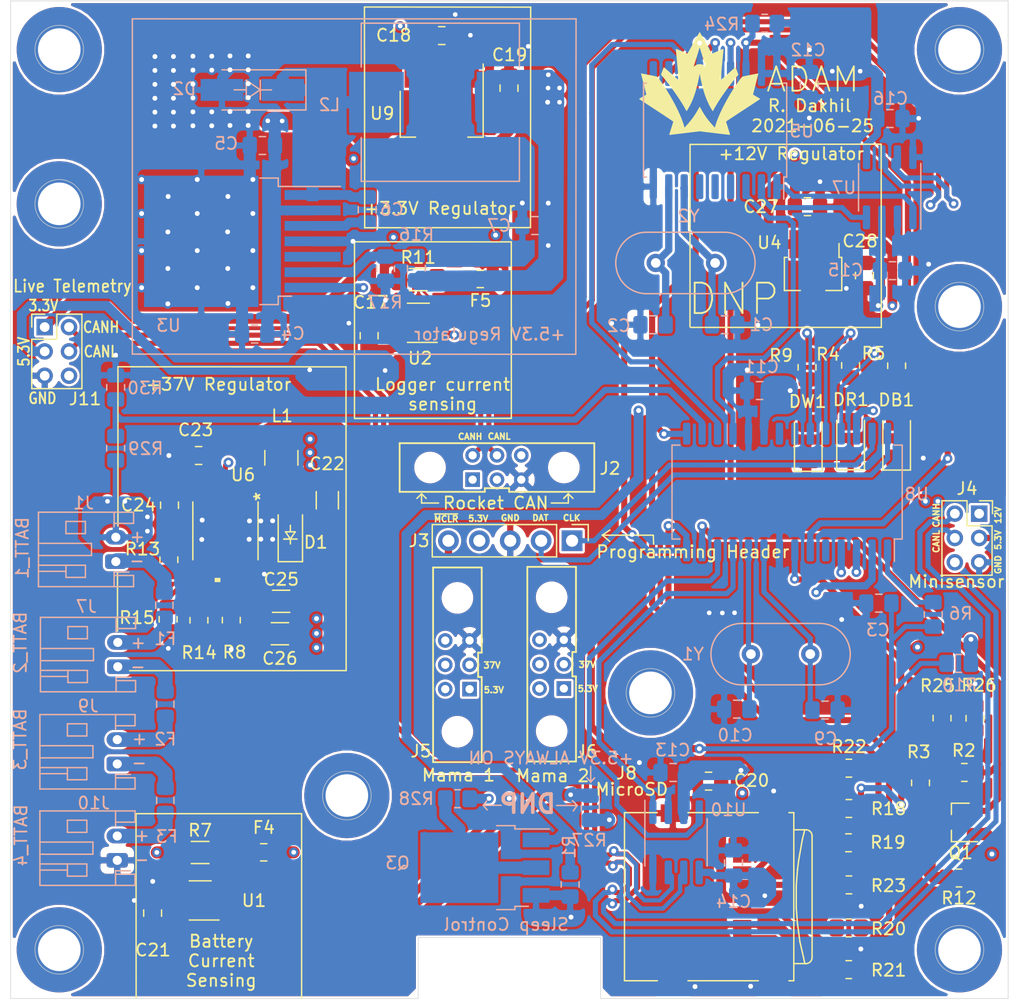
<source format=kicad_pcb>
(kicad_pcb (version 20171130) (host pcbnew "(5.1.9)-1")
  (layers (0 F.Cu signal) (1 GND.Cu power hide) (2 VCC.Cu power) (31 B.Cu signal hide) (34 B.Paste user hide) (35 F.Paste user) (36 B.SilkS user hide) (37 F.SilkS user) (38 B.Mask user hide) (39 F.Mask user) (44 Edge.Cuts user))
  (net 0 "")
  (net 1 GND)
  (net 2 "/MCU and CAN controllers/OSC3")
  (net 3 "/MCU and CAN controllers/OSC4")
  (net 4 /~MCLR)
  (net 5 +BATT)
  (net 6 "Net-(C6-Pad2)")
  (net 7 "Net-(C6-Pad1)")
  (net 8 "/MCU and CAN controllers/OSC1")
  (net 9 "/MCU and CAN controllers/OSC2")
  (net 10 /5V3_ALWAYS_ON)
  (net 11 +3V3)
  (net 12 "Net-(C23-Pad1)")
  (net 13 "Net-(C24-Pad1)")
  (net 14 +12V)
  (net 15 "Net-(D1-Pad2)")
  (net 16 "Net-(DB1-Pad2)")
  (net 17 "Net-(DR1-Pad2)")
  (net 18 "Net-(DW1-Pad2)")
  (net 19 "Net-(F1-Pad2)")
  (net 20 "Net-(F1-Pad1)")
  (net 21 "Net-(F2-Pad2)")
  (net 22 "Net-(F2-Pad1)")
  (net 23 "Net-(F3-Pad2)")
  (net 24 "Net-(F3-Pad1)")
  (net 25 "Net-(F4-Pad2)")
  (net 26 "Net-(F5-Pad2)")
  (net 27 "Net-(J2-Pad1)")
  (net 28 "Net-(J2-Pad2)")
  (net 29 /ICSPDAT)
  (net 30 /ICSPCLK)
  (net 31 "Net-(J5-Pad4)")
  (net 32 "Net-(J5-Pad5)")
  (net 33 "Net-(J5-Pad6)")
  (net 34 /5.3V_OUT)
  (net 35 "Net-(J6-Pad4)")
  (net 36 "Net-(J6-Pad5)")
  (net 37 "Net-(J6-Pad6)")
  (net 38 "Net-(J8-Pad1)")
  (net 39 "Net-(J8-Pad2)")
  (net 40 "Net-(J8-Pad3)")
  (net 41 "Net-(J8-Pad5)")
  (net 42 "Net-(J8-Pad7)")
  (net 43 "Net-(J8-Pad8)")
  (net 44 "/Logger board/MISO")
  (net 45 MAMA_PWR_EN)
  (net 46 +5V)
  (net 47 "Net-(R4-Pad1)")
  (net 48 "Net-(R5-Pad1)")
  (net 49 "Net-(R6-Pad1)")
  (net 50 "Net-(R8-Pad1)")
  (net 51 "Net-(R9-Pad1)")
  (net 52 "Net-(R13-Pad2)")
  (net 53 "Net-(R14-Pad2)")
  (net 54 "Net-(R16-Pad2)")
  (net 55 "/Logger board/CS")
  (net 56 "/Logger board/MOSI")
  (net 57 "/Logger board/SCK")
  (net 58 "/MCU and CAN controllers/CS_1")
  (net 59 BATT_CURR_AMP)
  (net 60 3V3_CURR_AMP)
  (net 61 /PWR_EN)
  (net 62 "Net-(U3-Pad5)")
  (net 63 "/MCU and CAN controllers/CAN_INT")
  (net 64 "Net-(U5-Pad11)")
  (net 65 "Net-(U5-Pad10)")
  (net 66 "Net-(U5-Pad6)")
  (net 67 "Net-(U5-Pad5)")
  (net 68 "Net-(U5-Pad4)")
  (net 69 "/MCU and CAN controllers/CLKOUT")
  (net 70 "Net-(U6-Pad11)")
  (net 71 "Net-(U8-Pad22)")
  (net 72 "Net-(U8-Pad21)")
  (net 73 "Net-(U8-Pad5)")
  (net 74 /+5.3V)
  (net 75 /+37V)
  (net 76 "/MCU and CAN controllers/MCP_RX")
  (net 77 "/MCU and CAN controllers/MCP_TX")
  (net 78 "/MCU and CAN controllers/PIC_RX")
  (net 79 "/MCU and CAN controllers/PIC_TX")
  (net 80 /CANH_ROCKET)
  (net 81 /CANL_ROCKET)
  (net 82 /CANH_PAYLOAD)
  (net 83 /CANL_PAYLOAD)
  (net 84 "Net-(Q3-Pad2)")
  (net 85 V_SENSE)
  (module Payload2020_custom:PinHeader_2x03_P2.00mm_Vertical_MINISENSOR_Harwin_Spacing (layer F.Cu) (at 180.489 111.998)
    (fp_text reference J4 (at -0.016 -4.092) (layer F.SilkS))
    (fp_text value Conn_01x05)
    (pad 1 thru_hole rect (at 0.984 -2.032) (size 1.35 1.35) (drill 0.8) (layers *.Cu *.Mask) (net 14 +12V))
    (pad 2 thru_hole oval (at 0.984 -0.032) (size 1.35 1.35) (drill 0.8) (layers *.Cu *.Mask) (net 74 /+5.3V))
    (pad 3 thru_hole oval (at 0.984 1.968) (size 1.35 1.35) (drill 0.8) (layers *.Cu *.Mask) (net 1 GND))
    (pad 4 thru_hole oval (at -1.016 -2.032) (size 1.35 1.35) (drill 0.8) (layers *.Cu *.Mask) (net 82 /CANH_PAYLOAD))
    (pad 5 thru_hole oval (at -1.016 -0.032) (size 1.35 1.35) (drill 0.8) (layers *.Cu *.Mask) (net 83 /CANL_PAYLOAD))
    (pad 6 thru_hole oval (at -1.016 1.968) (size 1.35 1.35) (drill 0.8) (layers *.Cu *.Mask))
  )
  (module Payload2020_custom:PinHeader_2x03_P2.00mm_Vertical_Harwin_Spacing (layer F.Cu) (at 104.6546 94.6282)
    (fp_text reference J11 (at 3.3208 5.905) (layer F.SilkS))
    (fp_text value Conn_01x05)
    (pad 6 thru_hole oval (at 2 4) (size 1.35 1.35) (drill 0.8) (layers *.Cu *.Mask))
    (pad 5 thru_hole oval (at 2 2) (size 1.35 1.35) (drill 0.8) (layers *.Cu *.Mask) (net 83 /CANL_PAYLOAD))
    (pad 4 thru_hole oval (at 2 0) (size 1.35 1.35) (drill 0.8) (layers *.Cu *.Mask) (net 82 /CANH_PAYLOAD))
    (pad 3 thru_hole oval (at 0 4) (size 1.35 1.35) (drill 0.8) (layers *.Cu *.Mask) (net 1 GND))
    (pad 2 thru_hole oval (at 0 2) (size 1.35 1.35) (drill 0.8) (layers *.Cu *.Mask) (net 74 /+5.3V))
    (pad 1 thru_hole rect (at 0 0) (size 1.35 1.35) (drill 0.8) (layers *.Cu *.Mask) (net 11 +3V3))
  )
  (module Resistor_SMD:R_0805_2012Metric_Pad1.20x1.40mm_HandSolder (layer B.Cu) (at 110.49 99.584 90)
    (fp_text reference R30 (at -0.0602 2.413 180) (layer B.SilkS) (effects (justify mirror)))
    (fp_text value 10k)
    (pad 2 smd roundrect (at 1 0 90) (size 1.2 1.4) (layers B.Cu B.Paste B.Mask) (roundrect_rratio 0.2083325) (net 1 GND))
    (pad 1 smd roundrect (at -1 0 90) (size 1.2 1.4) (layers B.Cu B.Paste B.Mask) (roundrect_rratio 0.2083325) (net 85 V_SENSE))
  )
  (module Resistor_SMD:R_0805_2012Metric_Pad1.20x1.40mm_HandSolder (layer B.Cu) (at 110.49 104.5878 90)
    (fp_text reference R29 (at -0.0348 2.4638 180) (layer B.SilkS) (effects (justify mirror)))
    (fp_text value 30k)
    (pad 2 smd roundrect (at 1 0 90) (size 1.2 1.4) (layers B.Cu B.Paste B.Mask) (roundrect_rratio 0.2083325) (net 85 V_SENSE))
    (pad 1 smd roundrect (at -1 0 90) (size 1.2 1.4) (layers B.Cu B.Paste B.Mask) (roundrect_rratio 0.2083325) (net 5 +BATT))
  )
  (module Capacitor_SMD:C_1206_3216Metric_Pad1.33x1.80mm_HandSolder (layer F.Cu) (at 127.889 108.8644 270)
    (fp_text reference C22 (at -2.9972 0.0254 180) (layer F.SilkS))
    (fp_text value 10uF)
    (pad 2 smd roundrect (at 1.5625 0 270) (size 1.325 1.8) (layers F.Cu F.Paste F.Mask) (roundrect_rratio 0.1886769811320755) (net 1 GND))
    (pad 1 smd roundrect (at -1.5625 0 270) (size 1.325 1.8) (layers F.Cu F.Paste F.Mask) (roundrect_rratio 0.1886769811320755) (net 5 +BATT))
  )
  (module Capacitor_SMD:C_1206_3216Metric_Pad1.33x1.80mm_HandSolder (layer F.Cu) (at 123.9905 119.8372 180)
    (fp_text reference C26 (at 0 -2.032) (layer F.SilkS))
    (fp_text value 10uF)
    (pad 2 smd roundrect (at 1.5625 0 180) (size 1.325 1.8) (layers F.Cu F.Paste F.Mask) (roundrect_rratio 0.1886769811320755) (net 1 GND))
    (pad 1 smd roundrect (at -1.5625 0 180) (size 1.325 1.8) (layers F.Cu F.Paste F.Mask) (roundrect_rratio 0.1886769811320755) (net 75 /+37V))
  )
  (module Capacitor_SMD:C_1206_3216Metric_Pad1.33x1.80mm_HandSolder (layer F.Cu) (at 124.0921 117.1702 180)
    (fp_text reference C25 (at -0.0123 1.8034) (layer F.SilkS))
    (fp_text value 10uF)
    (pad 2 smd roundrect (at 1.5625 0 180) (size 1.325 1.8) (layers F.Cu F.Paste F.Mask) (roundrect_rratio 0.1886769811320755) (net 1 GND))
    (pad 1 smd roundrect (at -1.5625 0 180) (size 1.325 1.8) (layers F.Cu F.Paste F.Mask) (roundrect_rratio 0.1886769811320755) (net 75 /+37V))
  )
  (module Resistor_SMD:R_1206_3216Metric_Pad1.30x1.75mm_HandSolder (layer F.Cu) (at 135.36168 90.72626)
    (fp_text reference R11 (at 0 -1.82) (layer F.SilkS))
    (fp_text value 66.25mR)
    (pad 2 smd roundrect (at 1.55 0) (size 1.3 1.75) (layers F.Cu F.Paste F.Mask) (roundrect_rratio 0.1923069230769231) (net 26 "Net-(F5-Pad2)"))
    (pad 1 smd roundrect (at -1.55 0) (size 1.3 1.75) (layers F.Cu F.Paste F.Mask) (roundrect_rratio 0.1923069230769231) (net 11 +3V3))
  )
  (module Resistor_SMD:R_1206_3216Metric_Pad1.30x1.75mm_HandSolder (layer F.Cu) (at 117.43182 137.8204)
    (fp_text reference R7 (at 0 -1.82) (layer F.SilkS))
    (fp_text value 66.25mR)
    (pad 2 smd roundrect (at 1.55 0) (size 1.3 1.75) (layers F.Cu F.Paste F.Mask) (roundrect_rratio 0.1923069230769231) (net 25 "Net-(F4-Pad2)"))
    (pad 1 smd roundrect (at -1.55 0) (size 1.3 1.75) (layers F.Cu F.Paste F.Mask) (roundrect_rratio 0.1923069230769231) (net 5 +BATT))
  )
  (module Resistor_SMD:R_0805_2012Metric_Pad1.20x1.40mm_HandSolder (layer B.Cu) (at 138.58824 133.39826 180)
    (fp_text reference R28 (at 3.3942 0.00254) (layer B.SilkS) (effects (justify mirror)))
    (fp_text value 0R)
    (pad 2 smd roundrect (at 1 0 180) (size 1.2 1.4) (layers B.Cu B.Paste B.Mask) (roundrect_rratio 0.2083325) (net 84 "Net-(Q3-Pad2)"))
    (pad 1 smd roundrect (at -1 0 180) (size 1.2 1.4) (layers B.Cu B.Paste B.Mask) (roundrect_rratio 0.2083325) (net 34 /5.3V_OUT))
  )
  (module Resistor_SMD:R_0805_2012Metric_Pad1.20x1.40mm_HandSolder (layer B.Cu) (at 149.50694 134.1468 90)
    (fp_text reference R27 (at -2.67284 -0.0889 180) (layer B.SilkS) (effects (justify mirror)))
    (fp_text value 0R)
    (pad 2 smd roundrect (at 1 0 90) (size 1.2 1.4) (layers B.Cu B.Paste B.Mask) (roundrect_rratio 0.2083325) (net 74 /+5.3V))
    (pad 1 smd roundrect (at -1 0 90) (size 1.2 1.4) (layers B.Cu B.Paste B.Mask) (roundrect_rratio 0.2083325) (net 10 /5V3_ALWAYS_ON))
  )
  (module MountingHole:MountingHole_3.5mm_Pad (layer F.Cu) (at 179.854 145.818)
    (fp_text reference REF** hide)
    (fp_text value MountingHole_3.5mm_Pad)
    (pad 1 thru_hole circle (at 0 0) (size 7 7) (drill 3.5) (layers *.Cu *.Mask))
  )
  (module MountingHole:MountingHole_3.5mm_Pad (layer F.Cu) (at 179.854 71.818)
    (fp_text reference REF** hide)
    (fp_text value MountingHole_3.5mm_Pad hide)
    (pad 1 thru_hole circle (at 0 0) (size 7 7) (drill 3.5) (layers *.Cu *.Mask))
  )
  (module MountingHole:MountingHole_3.5mm_Pad (layer F.Cu) (at 179.854 92.948)
    (fp_text reference REF** hide)
    (fp_text value MountingHole_3.5mm_Pad hide)
    (pad 1 thru_hole circle (at 0 0) (size 7 7) (drill 3.5) (layers *.Cu *.Mask))
  )
  (module MountingHole:MountingHole_3.5mm_Pad (layer F.Cu) (at 105.854 71.818)
    (fp_text reference REF** hide)
    (fp_text value MountingHole_3.5mm_Pad)
    (pad 1 thru_hole circle (at 0 0) (size 7 7) (drill 3.5) (layers *.Cu *.Mask))
  )
  (module MountingHole:MountingHole_3.5mm_Pad (layer F.Cu) (at 129.494 133.138 90)
    (fp_text reference REF** hide)
    (fp_text value MountingHole_3.5mm_Pad)
    (pad 1 thru_hole circle (at 0 0 90) (size 7 7) (drill 3.5) (layers *.Cu *.Mask))
  )
  (module Resistor_SMD:R_0805_2012Metric_Pad1.20x1.40mm_HandSolder (layer B.Cu) (at 147.85 140.446 90)
    (fp_text reference R1 (at 3.0828 -0.0762 90) (layer B.SilkS) (effects (justify mirror)))
    (fp_text value 10kR)
    (pad 2 smd roundrect (at 1 0 90) (size 1.2 1.4) (layers B.Cu B.Paste B.Mask) (roundrect_rratio 0.2083325) (net 45 MAMA_PWR_EN))
    (pad 1 smd roundrect (at -1 0 90) (size 1.2 1.4) (layers B.Cu B.Paste B.Mask) (roundrect_rratio 0.2083325) (net 10 /5V3_ALWAYS_ON))
  )
  (module Resistor_SMD:R_0805_2012Metric_Pad1.20x1.40mm_HandSolder (layer F.Cu) (at 174.6885 97.806 270)
    (fp_text reference R5 (at -1.01676 1.89738) (layer F.SilkS))
    (fp_text value 330R)
    (pad 1 smd roundrect (at -1 0 270) (size 1.2 1.4) (layers F.Cu F.Paste F.Mask) (roundrect_rratio 0.2083325) (net 48 "Net-(R5-Pad1)"))
    (pad 2 smd roundrect (at 1 0 270) (size 1.2 1.4) (layers F.Cu F.Paste F.Mask) (roundrect_rratio 0.2083325) (net 16 "Net-(DB1-Pad2)"))
  )
  (module Package_SO:SOIC-28W_7.5x18.7mm_P1.27mm (layer B.Cu) (at 165.6842 108.1913 90)
    (fp_text reference U8 (at -0.17018 10.64768 180) (layer B.SilkS) (effects (justify mirror)))
    (fp_text value PIC18F26K83-I/SP)
    (pad 28 smd roundrect (at 4.8 8.255 90) (size 1.8 0.6) (layers B.Cu B.Paste B.Mask) (net 29 /ICSPDAT))
    (pad 27 smd roundrect (at 4.8 6.985 90) (size 1.8 0.6) (layers B.Cu B.Paste B.Mask) (net 30 /ICSPCLK))
    (pad 26 smd roundrect (at 4.8 5.715 90) (size 1.8 0.6) (layers B.Cu B.Paste B.Mask) (net 45 MAMA_PWR_EN))
    (pad 25 smd roundrect (at 4.8 4.445 90) (size 1.8 0.6) (layers B.Cu B.Paste B.Mask) (net 48 "Net-(R5-Pad1)"))
    (pad 24 smd roundrect (at 4.8 3.175 90) (size 1.8 0.6) (layers B.Cu B.Paste B.Mask) (net 47 "Net-(R4-Pad1)"))
    (pad 23 smd roundrect (at 4.8 1.905 90) (size 1.8 0.6) (layers B.Cu B.Paste B.Mask) (net 51 "Net-(R9-Pad1)"))
    (pad 22 smd roundrect (at 4.8 0.635 90) (size 1.8 0.6) (layers B.Cu B.Paste B.Mask) (net 71 "Net-(U8-Pad22)"))
    (pad 21 smd roundrect (at 4.8 -0.635 90) (size 1.8 0.6) (layers B.Cu B.Paste B.Mask) (net 72 "Net-(U8-Pad21)"))
    (pad 20 smd roundrect (at 4.8 -1.905 90) (size 1.8 0.6) (layers B.Cu B.Paste B.Mask) (net 10 /5V3_ALWAYS_ON))
    (pad 19 smd roundrect (at 4.8 -3.175 90) (size 1.8 0.6) (layers B.Cu B.Paste B.Mask) (net 1 GND))
    (pad 18 smd roundrect (at 4.8 -4.445 90) (size 1.8 0.6) (layers B.Cu B.Paste B.Mask) (net 69 "/MCU and CAN controllers/CLKOUT"))
    (pad 17 smd roundrect (at 4.8 -5.715 90) (size 1.8 0.6) (layers B.Cu B.Paste B.Mask) (net 63 "/MCU and CAN controllers/CAN_INT"))
    (pad 16 smd roundrect (at 4.8 -6.985 90) (size 1.8 0.6) (layers B.Cu B.Paste B.Mask) (net 85 V_SENSE))
    (pad 15 smd roundrect (at 4.8 -8.255 90) (size 1.8 0.6) (layers B.Cu B.Paste B.Mask) (net 56 "/Logger board/MOSI"))
    (pad 14 smd roundrect (at -4.8 -8.255 90) (size 1.8 0.6) (layers B.Cu B.Paste B.Mask) (net 57 "/Logger board/SCK"))
    (pad 13 smd roundrect (at -4.8 -6.985 90) (size 1.8 0.6) (layers B.Cu B.Paste B.Mask) (net 44 "/Logger board/MISO"))
    (pad 12 smd roundrect (at -4.8 -5.715 90) (size 1.8 0.6) (layers B.Cu B.Paste B.Mask) (net 78 "/MCU and CAN controllers/PIC_RX"))
    (pad 11 smd roundrect (at -4.8 -4.445 90) (size 1.8 0.6) (layers B.Cu B.Paste B.Mask) (net 79 "/MCU and CAN controllers/PIC_TX"))
    (pad 10 smd roundrect (at -4.8 -3.175 90) (size 1.8 0.6) (layers B.Cu B.Paste B.Mask) (net 9 "/MCU and CAN controllers/OSC2"))
    (pad 9 smd roundrect (at -4.8 -1.905 90) (size 1.8 0.6) (layers B.Cu B.Paste B.Mask) (net 8 "/MCU and CAN controllers/OSC1"))
    (pad 8 smd roundrect (at -4.8 -0.635 90) (size 1.8 0.6) (layers B.Cu B.Paste B.Mask) (net 1 GND))
    (pad 7 smd roundrect (at -4.8 0.635 90) (size 1.8 0.6) (layers B.Cu B.Paste B.Mask) (net 55 "/Logger board/CS"))
    (pad 6 smd roundrect (at -4.8 1.905 90) (size 1.8 0.6) (layers B.Cu B.Paste B.Mask) (net 58 "/MCU and CAN controllers/CS_1"))
    (pad 5 smd roundrect (at -4.8 3.175 90) (size 1.8 0.6) (layers B.Cu B.Paste B.Mask) (net 73 "Net-(U8-Pad5)"))
    (pad 4 smd roundrect (at -4.8 4.445 90) (size 1.8 0.6) (layers B.Cu B.Paste B.Mask) (net 61 /PWR_EN))
    (pad 3 smd roundrect (at -4.8 5.715 90) (size 1.8 0.6) (layers B.Cu B.Paste B.Mask) (net 60 3V3_CURR_AMP))
    (pad 2 smd roundrect (at -4.8 6.985 90) (size 1.8 0.6) (layers B.Cu B.Paste B.Mask) (net 59 BATT_CURR_AMP))
    (pad 1 smd roundrect (at -4.8 8.255 90) (size 1.8 0.6) (layers B.Cu B.Paste B.Mask) (net 49 "Net-(R6-Pad1)"))
  )
  (module Payload2020_custom:microSD_Molex_WM6698CT-ND (layer F.Cu) (at 164.592 148.336 90)
    (fp_text reference J8 (at 17.03832 -12.11072 180) (layer F.SilkS))
    (fp_text value 693072010801)
    (pad 1 smd rect (at 10.08 -2.6 270) (size 0.8 1.5) (layers F.Cu F.Paste F.Mask) (net 38 "Net-(J8-Pad1)"))
    (pad 2 smd rect (at 8.98 -2.6 270) (size 0.8 1.5) (layers F.Cu F.Paste F.Mask) (net 39 "Net-(J8-Pad2)"))
    (pad 3 smd rect (at 7.87 -2.6 270) (size 0.8 1.5) (layers F.Cu F.Paste F.Mask) (net 40 "Net-(J8-Pad3)"))
    (pad 4 smd rect (at 6.78 -2.6 270) (size 0.8 1.5) (layers F.Cu F.Paste F.Mask) (net 11 +3V3))
    (pad 5 smd rect (at 5.68 -2.61 270) (size 0.8 1.5) (layers F.Cu F.Paste F.Mask) (net 41 "Net-(J8-Pad5)"))
    (pad 6 smd rect (at 4.58 -2.6 270) (size 0.8 1.5) (layers F.Cu F.Paste F.Mask) (net 1 GND))
    (pad 7 smd rect (at 3.48 -2.6 270) (size 0.8 1.5) (layers F.Cu F.Paste F.Mask) (net 42 "Net-(J8-Pad7)"))
    (pad 8 smd rect (at 2.38 -2.6 270) (size 0.8 1.5) (layers F.Cu F.Paste F.Mask) (net 43 "Net-(J8-Pad8)"))
    (pad 9 smd rect (at 0 -8.3 270) (size 1.45 2) (layers F.Cu F.Paste F.Mask) (net 1 GND))
    (pad 9 smd rect (at 13.75 -8.3 270) (size 1.45 2) (layers F.Cu F.Paste F.Mask) (net 1 GND))
    (pad 9 smd rect (at 13.75 0 270) (size 1.45 2) (layers F.Cu F.Paste F.Mask) (net 1 GND))
    (pad 9 smd rect (at 0 0 270) (size 1.45 2) (layers F.Cu F.Paste F.Mask) (net 1 GND))
  )
  (module MountingHole:MountingHole_3.5mm_Pad (layer F.Cu) (at 154.454 124.698)
    (fp_text reference REF** hide)
    (fp_text value MountingHole_3.5mm_Pad)
    (pad 1 thru_hole circle (at 0 0) (size 7 7) (drill 3.5) (layers *.Cu *.Mask))
  )
  (module MountingHole:MountingHole_3.5mm_Pad (layer F.Cu) (at 105.854 145.818)
    (fp_text reference REF** hide)
    (fp_text value MountingHole_3.5mm_Pad)
    (pad 1 thru_hole circle (at 0 0) (size 7 7) (drill 3.5) (layers *.Cu *.Mask))
  )
  (module MountingHole:MountingHole_3.5mm_Pad (layer F.Cu) (at 105.854 84.498)
    (fp_text reference REF** hide)
    (fp_text value MountingHole_3.5mm_Pad)
    (pad 1 thru_hole circle (at 0 0) (size 7 7) (drill 3.5) (layers *.Cu *.Mask))
  )
  (module Package_SO:SOIC-8_3.9x4.9mm_P1.27mm (layer B.Cu) (at 156.5529 136.9822 270)
    (fp_text reference U10 (at -2.66954 -4.32308 180) (layer B.SilkS) (effects (justify mirror)))
    (fp_text value MCP2562-E/SN)
    (pad 8 smd roundrect (at 2.475 1.905 270) (size 1.95 0.6) (layers B.Cu B.Paste B.Mask) (net 1 GND))
    (pad 7 smd roundrect (at 2.475 0.635 270) (size 1.95 0.6) (layers B.Cu B.Paste B.Mask) (net 82 /CANH_PAYLOAD))
    (pad 6 smd roundrect (at 2.475 -0.635 270) (size 1.95 0.6) (layers B.Cu B.Paste B.Mask) (net 83 /CANL_PAYLOAD))
    (pad 5 smd roundrect (at 2.475 -1.905 270) (size 1.95 0.6) (layers B.Cu B.Paste B.Mask) (net 10 /5V3_ALWAYS_ON))
    (pad 4 smd roundrect (at -2.475 -1.905 270) (size 1.95 0.6) (layers B.Cu B.Paste B.Mask) (net 78 "/MCU and CAN controllers/PIC_RX"))
    (pad 3 smd roundrect (at -2.475 -0.635 270) (size 1.95 0.6) (layers B.Cu B.Paste B.Mask) (net 10 /5V3_ALWAYS_ON))
    (pad 2 smd roundrect (at -2.475 0.635 270) (size 1.95 0.6) (layers B.Cu B.Paste B.Mask) (net 1 GND))
    (pad 1 smd roundrect (at -2.475 1.905 270) (size 1.95 0.6) (layers B.Cu B.Paste B.Mask) (net 79 "/MCU and CAN controllers/PIC_TX"))
  )
  (module Package_TO_SOT_SMD:TO-263-7_TabPin4 (layer B.Cu) (at 120.9008 87.5792 180)
    (fp_text reference U3 (at 6.06232 -6.91642) (layer B.SilkS) (effects (justify mirror)))
    (fp_text value LM22678TJ-5.0)
    (pad 4 smd rect (at 3.375 0 180) (size 9.4 10.8) (layers B.Cu B.Mask) (net 1 GND))
    (pad 7 smd rect (at -5.775 -3.81 180) (size 4.6 0.8) (layers B.Cu B.Paste B.Mask) (net 61 /PWR_EN))
    (pad 6 smd rect (at -5.775 -2.54 180) (size 4.6 0.8) (layers B.Cu B.Paste B.Mask) (net 54 "Net-(R16-Pad2)"))
    (pad 5 smd rect (at -5.775 -1.27 180) (size 4.6 0.8) (layers B.Cu B.Paste B.Mask) (net 62 "Net-(U3-Pad5)"))
    (pad 4 smd rect (at -5.775 0 180) (size 4.6 0.8) (layers B.Cu B.Paste B.Mask) (net 1 GND))
    (pad 3 smd rect (at -5.775 1.27 180) (size 4.6 0.8) (layers B.Cu B.Paste B.Mask) (net 6 "Net-(C6-Pad2)"))
    (pad 2 smd rect (at -5.775 2.54 180) (size 4.6 0.8) (layers B.Cu B.Paste B.Mask) (net 5 +BATT))
    (pad 1 smd rect (at -5.775 3.81 180) (size 4.6 0.8) (layers B.Cu B.Paste B.Mask) (net 7 "Net-(C6-Pad1)"))
  )
  (module Capacitor_SMD:C_0805_2012Metric_Pad1.18x1.45mm_HandSolder (layer F.Cu) (at 137.29344 70.66788 180)
    (fp_text reference C18 (at 3.9536 0.02286) (layer F.SilkS))
    (fp_text value 1uF)
    (pad 1 smd roundrect (at -1.0375 0 180) (size 1.175 1.45) (layers F.Cu F.Paste F.Mask) (roundrect_rratio 0.2127659574468085) (net 1 GND))
    (pad 2 smd roundrect (at 1.0375 0 180) (size 1.175 1.45) (layers F.Cu F.Paste F.Mask) (roundrect_rratio 0.2127659574468085) (net 74 /+5.3V))
  )
  (module Capacitor_SMD:C_0805_2012Metric_Pad1.18x1.45mm_HandSolder (layer F.Cu) (at 142.8242 74.98842 270)
    (fp_text reference C19 (at -2.73676 -0.0508 180) (layer F.SilkS))
    (fp_text value 1uF)
    (pad 1 smd roundrect (at -1.0375 0 270) (size 1.175 1.45) (layers F.Cu F.Paste F.Mask) (roundrect_rratio 0.2127659574468085) (net 1 GND))
    (pad 2 smd roundrect (at 1.0375 0 270) (size 1.175 1.45) (layers F.Cu F.Paste F.Mask) (roundrect_rratio 0.2127659574468085) (net 11 +3V3))
  )
  (module Package_TO_SOT_SMD:SOT-223-3_TabPin2 (layer F.Cu) (at 137.28954 77.10424 270)
    (fp_text reference U9 (at -0.0381 4.8895 180) (layer F.SilkS))
    (fp_text value AP2114H-3.3TRG1)
    (pad 2 smd rect (at 3.15 0 270) (size 2 3.8) (layers F.Cu F.Paste F.Mask) (net 11 +3V3))
    (pad 2 smd rect (at -3.15 0 270) (size 2 1.5) (layers F.Cu F.Paste F.Mask) (net 11 +3V3))
    (pad 3 smd rect (at -3.15 2.3 270) (size 2 1.5) (layers F.Cu F.Paste F.Mask) (net 74 /+5.3V))
    (pad 1 smd rect (at -3.15 -2.3 270) (size 2 1.5) (layers F.Cu F.Paste F.Mask) (net 1 GND))
  )
  (module Payload2020_custom:Logo_SilkScreen_10mm (layer F.Cu) (at 158.49092 74.59472)
    (fp_text reference G*** hide)
    (fp_text value LOGO hide)
  )
  (module Crystal:Crystal_HC49-4H_Vertical (layer B.Cu) (at 159.766 89.3572 180)
    (fp_text reference Y2 (at 2.1844 3.8608) (layer B.SilkS) (effects (justify mirror)))
    (fp_text value 12MHz)
    (pad 2 thru_hole circle (at 4.88 0 180) (size 1.5 1.5) (drill 0.8) (layers *.Cu *.Mask) (net 3 "/MCU and CAN controllers/OSC4"))
    (pad 1 thru_hole circle (at 0 0 180) (size 1.5 1.5) (drill 0.8) (layers *.Cu *.Mask) (net 2 "/MCU and CAN controllers/OSC3"))
  )
  (module Crystal:Crystal_HC49-4H_Vertical (layer B.Cu) (at 167.5892 121.5136 180)
    (fp_text reference Y1 (at 9.652 0) (layer B.SilkS) (effects (justify mirror)))
    (fp_text value 12MHz)
    (pad 2 thru_hole circle (at 4.88 0 180) (size 1.5 1.5) (drill 0.8) (layers *.Cu *.Mask) (net 9 "/MCU and CAN controllers/OSC2"))
    (pad 1 thru_hole circle (at 0 0 180) (size 1.5 1.5) (drill 0.8) (layers *.Cu *.Mask) (net 8 "/MCU and CAN controllers/OSC1"))
  )
  (module Package_SO:SOIC-8_3.9x4.9mm_P1.27mm (layer B.Cu) (at 174.117 83.1342 90)
    (fp_text reference U7 (at -0.04064 -3.75412 180) (layer B.SilkS) (effects (justify mirror)))
    (fp_text value MCP2562-E/SN)
    (pad 8 smd roundrect (at 2.475 1.905 90) (size 1.95 0.6) (layers B.Cu B.Paste B.Mask) (net 1 GND))
    (pad 7 smd roundrect (at 2.475 0.635 90) (size 1.95 0.6) (layers B.Cu B.Paste B.Mask) (net 80 /CANH_ROCKET))
    (pad 6 smd roundrect (at 2.475 -0.635 90) (size 1.95 0.6) (layers B.Cu B.Paste B.Mask) (net 81 /CANL_ROCKET))
    (pad 5 smd roundrect (at 2.475 -1.905 90) (size 1.95 0.6) (layers B.Cu B.Paste B.Mask) (net 10 /5V3_ALWAYS_ON))
    (pad 4 smd roundrect (at -2.475 -1.905 90) (size 1.95 0.6) (layers B.Cu B.Paste B.Mask) (net 76 "/MCU and CAN controllers/MCP_RX"))
    (pad 3 smd roundrect (at -2.475 -0.635 90) (size 1.95 0.6) (layers B.Cu B.Paste B.Mask) (net 10 /5V3_ALWAYS_ON))
    (pad 2 smd roundrect (at -2.475 0.635 90) (size 1.95 0.6) (layers B.Cu B.Paste B.Mask) (net 1 GND))
    (pad 1 smd roundrect (at -2.475 1.905 90) (size 1.95 0.6) (layers B.Cu B.Paste B.Mask) (net 77 "/MCU and CAN controllers/MCP_TX"))
  )
  (module Payload2020_custom:TPS61175_Q1_Footprint (layer F.Cu) (at 119.51462 111.379 270)
    (fp_text reference U6 (at -4.60248 -1.4478 180) (layer F.SilkS))
    (fp_text value TPS61175QPWPRQ1)
    (fp_poly (pts (xy 0.55 1.23) (xy 0.55 1.33) (xy 0.9 1.33) (xy 0.9 1.23)) (layer F.Cu) (width 0.1))
    (fp_poly (pts (xy -0.55 1.23) (xy -0.55 1.33) (xy -0.9 1.33) (xy -0.9 1.23)) (layer F.Cu) (width 0.1))
    (fp_poly (pts (xy -0.55 -1.23) (xy -0.55 -1.33) (xy -0.9 -1.33) (xy -0.9 -1.23)) (layer F.Cu) (width 0.1))
    (fp_poly (pts (xy 0.55 -1.23) (xy 0.55 -1.33) (xy 0.9 -1.33) (xy 0.9 -1.23)) (layer F.Cu) (width 0.1))
    (fp_text user * (at -2.81686 -2.89814 90) (layer F.SilkS))
    (fp_text user * (at -2.82194 -2.90322 90) (layer F.SilkS))
    (pad 15 smd rect (at 0 0 270) (size 2.31 2.46) (layers F.Cu F.Paste F.Mask) (net 1 GND))
    (pad 14 smd rect (at 2.921 -1.950034 270) (size 1.4732 0.3556) (layers F.Cu F.Paste F.Mask) (net 1 GND))
    (pad 13 smd rect (at 2.921 -1.300023 270) (size 1.4732 0.3556) (layers F.Cu F.Paste F.Mask) (net 1 GND))
    (pad 12 smd rect (at 2.921 -0.650011 270) (size 1.4732 0.3556) (layers F.Cu F.Paste F.Mask) (net 1 GND))
    (pad 11 smd rect (at 2.921 0 270) (size 1.4732 0.3556) (layers F.Cu F.Paste F.Mask) (net 70 "Net-(U6-Pad11)"))
    (pad 10 smd rect (at 2.921 0.650011 270) (size 1.4732 0.3556) (layers F.Cu F.Paste F.Mask) (net 50 "Net-(R8-Pad1)"))
    (pad 9 smd rect (at 2.921 1.300023 270) (size 1.4732 0.3556) (layers F.Cu F.Paste F.Mask) (net 53 "Net-(R14-Pad2)"))
    (pad 8 smd rect (at 2.921 1.950034 270) (size 1.4732 0.3556) (layers F.Cu F.Paste F.Mask) (net 52 "Net-(R13-Pad2)"))
    (pad 7 smd rect (at -2.921 1.950034 270) (size 1.4732 0.3556) (layers F.Cu F.Paste F.Mask) (net 1 GND))
    (pad 6 smd rect (at -2.921 1.300023 270) (size 1.4732 0.3556) (layers F.Cu F.Paste F.Mask) (net 1 GND))
    (pad 5 smd rect (at -2.921 0.650011 270) (size 1.4732 0.3556) (layers F.Cu F.Paste F.Mask) (net 12 "Net-(C23-Pad1)"))
    (pad 4 smd rect (at -2.921 0 270) (size 1.4732 0.3556) (layers F.Cu F.Paste F.Mask) (net 61 /PWR_EN))
    (pad 3 smd rect (at -2.921 -0.650011 270) (size 1.4732 0.3556) (layers F.Cu F.Paste F.Mask) (net 5 +BATT))
    (pad 2 smd rect (at -2.921 -1.300023 270) (size 1.4732 0.3556) (layers F.Cu F.Paste F.Mask) (net 15 "Net-(D1-Pad2)"))
    (pad 1 smd rect (at -2.921 -1.950034 270) (size 1.4732 0.3556) (layers F.Cu F.Paste F.Mask) (net 15 "Net-(D1-Pad2)"))
  )
  (module Package_SO:SOIC-18W_7.5x11.6mm_P1.27mm (layer B.Cu) (at 159.766 78.4352 90)
    (fp_text reference U5 (at -0.09144 7.12724 180) (layer B.SilkS) (effects (justify mirror)))
    (fp_text value MCP2515-I/P)
    (pad 18 smd roundrect (at 4.65 5.08 90) (size 2.05 0.6) (layers B.Cu B.Paste B.Mask) (net 10 /5V3_ALWAYS_ON))
    (pad 17 smd roundrect (at 4.65 3.81 90) (size 2.05 0.6) (layers B.Cu B.Paste B.Mask) (net 10 /5V3_ALWAYS_ON))
    (pad 16 smd roundrect (at 4.65 2.54 90) (size 2.05 0.6) (layers B.Cu B.Paste B.Mask) (net 58 "/MCU and CAN controllers/CS_1"))
    (pad 15 smd roundrect (at 4.65 1.27 90) (size 2.05 0.6) (layers B.Cu B.Paste B.Mask) (net 44 "/Logger board/MISO"))
    (pad 14 smd roundrect (at 4.65 0 90) (size 2.05 0.6) (layers B.Cu B.Paste B.Mask) (net 56 "/Logger board/MOSI"))
    (pad 13 smd roundrect (at 4.65 -1.27 90) (size 2.05 0.6) (layers B.Cu B.Paste B.Mask) (net 57 "/Logger board/SCK"))
    (pad 12 smd roundrect (at 4.65 -2.54 90) (size 2.05 0.6) (layers B.Cu B.Paste B.Mask) (net 63 "/MCU and CAN controllers/CAN_INT"))
    (pad 11 smd roundrect (at 4.65 -3.81 90) (size 2.05 0.6) (layers B.Cu B.Paste B.Mask) (net 64 "Net-(U5-Pad11)"))
    (pad 10 smd roundrect (at 4.65 -5.08 90) (size 2.05 0.6) (layers B.Cu B.Paste B.Mask) (net 65 "Net-(U5-Pad10)"))
    (pad 9 smd roundrect (at -4.65 -5.08 90) (size 2.05 0.6) (layers B.Cu B.Paste B.Mask) (net 1 GND))
    (pad 8 smd roundrect (at -4.65 -3.81 90) (size 2.05 0.6) (layers B.Cu B.Paste B.Mask) (net 3 "/MCU and CAN controllers/OSC4"))
    (pad 7 smd roundrect (at -4.65 -2.54 90) (size 2.05 0.6) (layers B.Cu B.Paste B.Mask) (net 2 "/MCU and CAN controllers/OSC3"))
    (pad 6 smd roundrect (at -4.65 -1.27 90) (size 2.05 0.6) (layers B.Cu B.Paste B.Mask) (net 66 "Net-(U5-Pad6)"))
    (pad 5 smd roundrect (at -4.65 0 90) (size 2.05 0.6) (layers B.Cu B.Paste B.Mask) (net 67 "Net-(U5-Pad5)"))
    (pad 4 smd roundrect (at -4.65 1.27 90) (size 2.05 0.6) (layers B.Cu B.Paste B.Mask) (net 68 "Net-(U5-Pad4)"))
    (pad 3 smd roundrect (at -4.65 2.54 90) (size 2.05 0.6) (layers B.Cu B.Paste B.Mask) (net 69 "/MCU and CAN controllers/CLKOUT"))
    (pad 2 smd roundrect (at -4.65 3.81 90) (size 2.05 0.6) (layers B.Cu B.Paste B.Mask) (net 76 "/MCU and CAN controllers/MCP_RX"))
    (pad 1 smd roundrect (at -4.65 5.08 90) (size 2.05 0.6) (layers B.Cu B.Paste B.Mask) (net 77 "/MCU and CAN controllers/MCP_TX"))
  )
  (module Package_TO_SOT_SMD:SOT-89-3_Handsoldering (layer F.Cu) (at 167.82034 89.96174 270)
    (fp_text reference U4 (at -2.27078 3.59156 180) (layer F.SilkS))
    (fp_text value LDK320ADU120R)
    (pad 1 smd rect (at -2.15 -1.5 270) (size 2.3 0.9) (layers F.Cu F.Paste F.Mask) (net 14 +12V))
    (pad 3 smd rect (at -2.15 1.5 270) (size 2.3 0.9) (layers F.Cu F.Paste F.Mask) (net 5 +BATT))
    (pad 2 smd custom (at -2.0625 0 270) (size 2.475 0.9) (layers F.Cu F.Paste F.Mask) (net 1 GND) (options (clearance outline) (anchor rect)) (primitives (gr_poly (pts (xy 1.2375 -0.8665) (xy 5.3625 -0.8665) (xy 5.3625 0.8665) (xy 1.2375 0.8665)) (width 0))))
  )
  (module Package_TO_SOT_SMD:SOT-23-5_HandSoldering (layer F.Cu) (at 135.37058 94.27722 180)
    (fp_text reference U2 (at -0.14858 -2.91334) (layer F.SilkS))
    (fp_text value INA180A4QDBVRQ1)
    (pad 5 smd rect (at 1.35 -0.95 180) (size 1.56 0.65) (layers F.Cu F.Paste F.Mask) (net 74 /+5.3V))
    (pad 4 smd rect (at 1.35 0.95 180) (size 1.56 0.65) (layers F.Cu F.Paste F.Mask) (net 11 +3V3))
    (pad 3 smd rect (at -1.35 0.95 180) (size 1.56 0.65) (layers F.Cu F.Paste F.Mask) (net 26 "Net-(F5-Pad2)"))
    (pad 2 smd rect (at -1.35 0 180) (size 1.56 0.65) (layers F.Cu F.Paste F.Mask) (net 1 GND))
    (pad 1 smd rect (at -1.35 -0.95 180) (size 1.56 0.65) (layers F.Cu F.Paste F.Mask) (net 60 3V3_CURR_AMP))
  )
  (module Package_TO_SOT_SMD:SOT-23-5_HandSoldering (layer F.Cu) (at 117.43818 141.75994 180)
    (fp_text reference U1 (at -4.42086 -0.01524 180) (layer F.SilkS))
    (fp_text value INA180A4QDBVRQ1)
    (pad 5 smd rect (at 1.35 -0.95 180) (size 1.56 0.65) (layers F.Cu F.Paste F.Mask) (net 74 /+5.3V))
    (pad 4 smd rect (at 1.35 0.95 180) (size 1.56 0.65) (layers F.Cu F.Paste F.Mask) (net 5 +BATT))
    (pad 3 smd rect (at -1.35 0.95 180) (size 1.56 0.65) (layers F.Cu F.Paste F.Mask) (net 25 "Net-(F4-Pad2)"))
    (pad 2 smd rect (at -1.35 0 180) (size 1.56 0.65) (layers F.Cu F.Paste F.Mask) (net 1 GND))
    (pad 1 smd rect (at -1.35 -0.95 180) (size 1.56 0.65) (layers F.Cu F.Paste F.Mask) (net 59 BATT_CURR_AMP))
  )
  (module Resistor_SMD:R_0805_2012Metric_Pad1.20x1.40mm_HandSolder (layer F.Cu) (at 181.12994 126.7841 90)
    (fp_text reference R26 (at 2.70764 0.32766 180) (layer F.SilkS))
    (fp_text value 5kR)
    (pad 2 smd roundrect (at 1 0 90) (size 1.2 1.4) (layers F.Cu F.Paste F.Mask) (roundrect_rratio 0.2083325) (net 1 GND))
    (pad 1 smd roundrect (at -1 0 90) (size 1.2 1.4) (layers F.Cu F.Paste F.Mask) (roundrect_rratio 0.2083325) (net 46 +5V))
  )
  (module Resistor_SMD:R_0805_2012Metric_Pad1.20x1.40mm_HandSolder (layer F.Cu) (at 178.41976 126.7714 270)
    (fp_text reference R25 (at -2.65684 0.36322 180) (layer F.SilkS))
    (fp_text value 30kR)
    (pad 2 smd roundrect (at 1 0 270) (size 1.2 1.4) (layers F.Cu F.Paste F.Mask) (roundrect_rratio 0.2083325) (net 46 +5V))
    (pad 1 smd roundrect (at -1 0 270) (size 1.2 1.4) (layers F.Cu F.Paste F.Mask) (roundrect_rratio 0.2083325) (net 74 /+5.3V))
  )
  (module Resistor_SMD:R_0805_2012Metric_Pad1.20x1.40mm_HandSolder (layer B.Cu) (at 163.84016 69.65188 180)
    (fp_text reference R24 (at 3.52628 -0.0762) (layer B.SilkS) (effects (justify mirror)))
    (fp_text value 10kR)
    (pad 2 smd roundrect (at 1 0 180) (size 1.2 1.4) (layers B.Cu B.Paste B.Mask) (roundrect_rratio 0.2083325) (net 58 "/MCU and CAN controllers/CS_1"))
    (pad 1 smd roundrect (at -1 0 180) (size 1.2 1.4) (layers B.Cu B.Paste B.Mask) (roundrect_rratio 0.2083325) (net 10 /5V3_ALWAYS_ON))
  )
  (module Resistor_SMD:R_0805_2012Metric_Pad1.20x1.40mm_HandSolder (layer F.Cu) (at 170.76852 140.48232)
    (fp_text reference R23 (at 3.25196 0.06858) (layer F.SilkS))
    (fp_text value 132kR)
    (pad 2 smd roundrect (at 1 0) (size 1.2 1.4) (layers F.Cu F.Paste F.Mask) (roundrect_rratio 0.2083325) (net 1 GND))
    (pad 1 smd roundrect (at -1 0) (size 1.2 1.4) (layers F.Cu F.Paste F.Mask) (roundrect_rratio 0.2083325) (net 40 "Net-(J8-Pad3)"))
  )
  (module Resistor_SMD:R_0805_2012Metric_Pad1.20x1.40mm_HandSolder (layer F.Cu) (at 170.76242 130.88874)
    (fp_text reference R22 (at 0.00686 -1.77292) (layer F.SilkS))
    (fp_text value 132kR)
    (pad 1 smd roundrect (at -1 0) (size 1.2 1.4) (layers F.Cu F.Paste F.Mask) (roundrect_rratio 0.2083325) (net 39 "Net-(J8-Pad2)"))
    (pad 2 smd roundrect (at 1 0) (size 1.2 1.4) (layers F.Cu F.Paste F.Mask) (roundrect_rratio 0.2083325) (net 1 GND))
  )
  (module Resistor_SMD:R_0805_2012Metric_Pad1.20x1.40mm_HandSolder (layer F.Cu) (at 170.75328 147.447)
    (fp_text reference R21 (at 3.27736 0.04826) (layer F.SilkS))
    (fp_text value 132kR)
    (pad 2 smd roundrect (at 1 0) (size 1.2 1.4) (layers F.Cu F.Paste F.Mask) (roundrect_rratio 0.2083325) (net 1 GND))
    (pad 1 smd roundrect (at -1 0) (size 1.2 1.4) (layers F.Cu F.Paste F.Mask) (roundrect_rratio 0.2083325) (net 41 "Net-(J8-Pad5)"))
  )
  (module Resistor_SMD:R_0805_2012Metric_Pad1.20x1.40mm_HandSolder (layer F.Cu) (at 170.75328 144.018)
    (fp_text reference R20 (at 3.27736 0.07874) (layer F.SilkS))
    (fp_text value 68kR)
    (pad 2 smd roundrect (at 1 0) (size 1.2 1.4) (layers F.Cu F.Paste F.Mask) (roundrect_rratio 0.2083325) (net 57 "/Logger board/SCK"))
    (pad 1 smd roundrect (at -1 0) (size 1.2 1.4) (layers F.Cu F.Paste F.Mask) (roundrect_rratio 0.2083325) (net 41 "Net-(J8-Pad5)"))
  )
  (module Resistor_SMD:R_0805_2012Metric_Pad1.20x1.40mm_HandSolder (layer F.Cu) (at 170.73042 137.0203)
    (fp_text reference R19 (at 3.23926 -0.02794) (layer F.SilkS))
    (fp_text value 68kR)
    (pad 1 smd roundrect (at -1 0) (size 1.2 1.4) (layers F.Cu F.Paste F.Mask) (roundrect_rratio 0.2083325) (net 40 "Net-(J8-Pad3)"))
    (pad 2 smd roundrect (at 1 0) (size 1.2 1.4) (layers F.Cu F.Paste F.Mask) (roundrect_rratio 0.2083325) (net 56 "/Logger board/MOSI"))
  )
  (module Resistor_SMD:R_0805_2012Metric_Pad1.20x1.40mm_HandSolder (layer F.Cu) (at 170.76242 134.20344)
    (fp_text reference R18 (at 3.26568 0.02286) (layer F.SilkS))
    (fp_text value 68kR)
    (pad 1 smd roundrect (at -1 0) (size 1.2 1.4) (layers F.Cu F.Paste F.Mask) (roundrect_rratio 0.2083325) (net 39 "Net-(J8-Pad2)"))
    (pad 2 smd roundrect (at 1 0) (size 1.2 1.4) (layers F.Cu F.Paste F.Mask) (roundrect_rratio 0.2083325) (net 55 "/Logger board/CS"))
  )
  (module Resistor_SMD:R_0805_2012Metric_Pad1.20x1.40mm_HandSolder (layer B.Cu) (at 132.67436 89.82888 90)
    (fp_text reference R17 (at -2.75666 -0.04826 180) (layer B.SilkS) (effects (justify mirror)))
    (fp_text value 330R)
    (pad 2 smd roundrect (at 1 0 90) (size 1.2 1.4) (layers B.Cu B.Paste B.Mask) (roundrect_rratio 0.2083325) (net 54 "Net-(R16-Pad2)"))
    (pad 1 smd roundrect (at -1 0 90) (size 1.2 1.4) (layers B.Cu B.Paste B.Mask) (roundrect_rratio 0.2083325) (net 1 GND))
  )
  (module Resistor_SMD:R_0805_2012Metric_Pad1.20x1.40mm_HandSolder (layer B.Cu) (at 135.21182 89.78976 90)
    (fp_text reference R16 (at 2.77292 0.00254) (layer B.SilkS) (effects (justify mirror)))
    (fp_text value 20R)
    (pad 2 smd roundrect (at 1 0 90) (size 1.2 1.4) (layers B.Cu B.Paste B.Mask) (roundrect_rratio 0.2083325) (net 54 "Net-(R16-Pad2)"))
    (pad 1 smd roundrect (at -1 0 90) (size 1.2 1.4) (layers B.Cu B.Paste B.Mask) (roundrect_rratio 0.2083325) (net 74 /+5.3V))
  )
  (module Resistor_SMD:R_0805_2012Metric_Pad1.20x1.40mm_HandSolder (layer F.Cu) (at 114.80292 118.65026 270)
    (fp_text reference R15 (at -0.13132 2.5654 180) (layer F.SilkS))
    (fp_text value 16.2kR)
    (pad 1 smd roundrect (at -1 0 270) (size 1.2 1.4) (layers F.Cu F.Paste F.Mask) (roundrect_rratio 0.2083325) (net 53 "Net-(R14-Pad2)"))
    (pad 2 smd roundrect (at 1 0 270) (size 1.2 1.4) (layers F.Cu F.Paste F.Mask) (roundrect_rratio 0.2083325) (net 1 GND))
  )
  (module Resistor_SMD:R_0805_2012Metric_Pad1.20x1.40mm_HandSolder (layer F.Cu) (at 117.3353 118.729 90)
    (fp_text reference R14 (at -2.66522 0.01016 180) (layer F.SilkS))
    (fp_text value 470kR)
    (pad 1 smd roundrect (at -1 0 90) (size 1.2 1.4) (layers F.Cu F.Paste F.Mask) (roundrect_rratio 0.2083325) (net 75 /+37V))
    (pad 2 smd roundrect (at 1 0 90) (size 1.2 1.4) (layers F.Cu F.Paste F.Mask) (roundrect_rratio 0.2083325) (net 53 "Net-(R14-Pad2)"))
  )
  (module Resistor_SMD:R_0805_2012Metric_Pad1.20x1.40mm_HandSolder (layer F.Cu) (at 114.86642 113.75568 270)
    (fp_text reference R13 (at -0.87554 2.16662 180) (layer F.SilkS))
    (fp_text value 18.7kR)
    (pad 1 smd roundrect (at -1 0 270) (size 1.2 1.4) (layers F.Cu F.Paste F.Mask) (roundrect_rratio 0.2083325) (net 13 "Net-(C24-Pad1)"))
    (pad 2 smd roundrect (at 1 0 270) (size 1.2 1.4) (layers F.Cu F.Paste F.Mask) (roundrect_rratio 0.2083325) (net 52 "Net-(R13-Pad2)"))
  )
  (module Resistor_SMD:R_0805_2012Metric_Pad1.20x1.40mm_HandSolder (layer F.Cu) (at 179.81092 139.9159 180)
    (fp_text reference R12 (at 0 -1.65) (layer F.SilkS))
    (fp_text value 10kR)
    (pad 2 smd roundrect (at 1 0 180) (size 1.2 1.4) (layers F.Cu F.Paste F.Mask) (roundrect_rratio 0.2083325) (net 42 "Net-(J8-Pad7)"))
    (pad 1 smd roundrect (at -1 0 180) (size 1.2 1.4) (layers F.Cu F.Paste F.Mask) (roundrect_rratio 0.2083325) (net 11 +3V3))
  )
  (module Resistor_SMD:R_0805_2012Metric_Pad1.20x1.40mm_HandSolder (layer B.Cu) (at 179.7906 122.2756 180)
    (fp_text reference R10 (at -0.07442 -1.77038) (layer B.SilkS) (effects (justify mirror)))
    (fp_text value 10kR)
    (pad 2 smd roundrect (at 1 0 180) (size 1.2 1.4) (layers B.Cu B.Paste B.Mask) (roundrect_rratio 0.2083325) (net 4 /~MCLR))
    (pad 1 smd roundrect (at -1 0 180) (size 1.2 1.4) (layers B.Cu B.Paste B.Mask) (roundrect_rratio 0.2083325) (net 10 /5V3_ALWAYS_ON))
  )
  (module Resistor_SMD:R_0805_2012Metric_Pad1.20x1.40mm_HandSolder (layer F.Cu) (at 167.3225 97.933 270)
    (fp_text reference R9 (at -0.97104 2.13614) (layer F.SilkS))
    (fp_text value 330R)
    (pad 1 smd roundrect (at -1 0 270) (size 1.2 1.4) (layers F.Cu F.Paste F.Mask) (roundrect_rratio 0.2083325) (net 51 "Net-(R9-Pad1)"))
    (pad 2 smd roundrect (at 1 0 270) (size 1.2 1.4) (layers F.Cu F.Paste F.Mask) (roundrect_rratio 0.2083325) (net 18 "Net-(DW1-Pad2)"))
  )
  (module Resistor_SMD:R_0805_2012Metric_Pad1.20x1.40mm_HandSolder (layer F.Cu) (at 119.99468 118.7196 270)
    (fp_text reference R8 (at 2.63652 -0.26416 180) (layer F.SilkS))
    (fp_text value 86.6kR)
    (pad 1 smd roundrect (at -1 0 270) (size 1.2 1.4) (layers F.Cu F.Paste F.Mask) (roundrect_rratio 0.2083325) (net 50 "Net-(R8-Pad1)"))
    (pad 2 smd roundrect (at 1 0 270) (size 1.2 1.4) (layers F.Cu F.Paste F.Mask) (roundrect_rratio 0.2083325) (net 1 GND))
  )
  (module Resistor_SMD:R_0805_2012Metric_Pad1.20x1.40mm_HandSolder (layer B.Cu) (at 177.695 118.2464 270)
    (fp_text reference R6 (at -0.0729 -2.2606 180) (layer B.SilkS) (effects (justify mirror)))
    (fp_text value 100R)
    (pad 2 smd roundrect (at 1 0 270) (size 1.2 1.4) (layers B.Cu B.Paste B.Mask) (roundrect_rratio 0.2083325) (net 4 /~MCLR))
    (pad 1 smd roundrect (at -1 0 270) (size 1.2 1.4) (layers B.Cu B.Paste B.Mask) (roundrect_rratio 0.2083325) (net 49 "Net-(R6-Pad1)"))
  )
  (module Resistor_SMD:R_0805_2012Metric_Pad1.20x1.40mm_HandSolder (layer F.Cu) (at 170.9039 97.7806 270)
    (fp_text reference R4 (at -0.90754 1.85674) (layer F.SilkS))
    (fp_text value 330R)
    (pad 1 smd roundrect (at -1 0 270) (size 1.2 1.4) (layers F.Cu F.Paste F.Mask) (roundrect_rratio 0.2083325) (net 47 "Net-(R4-Pad1)"))
    (pad 2 smd roundrect (at 1 0 270) (size 1.2 1.4) (layers F.Cu F.Paste F.Mask) (roundrect_rratio 0.2083325) (net 17 "Net-(DR1-Pad2)"))
  )
  (module Resistor_SMD:R_0805_2012Metric_Pad1.20x1.40mm_HandSolder (layer F.Cu) (at 176.65192 132.096 270)
    (fp_text reference R3 (at -2.54178 0.14478 180) (layer F.SilkS))
    (fp_text value 10kR)
    (pad 2 smd roundrect (at 1 0 270) (size 1.2 1.4) (layers F.Cu F.Paste F.Mask) (roundrect_rratio 0.2083325) (net 55 "/Logger board/CS"))
    (pad 1 smd roundrect (at -1 0 270) (size 1.2 1.4) (layers F.Cu F.Paste F.Mask) (roundrect_rratio 0.2083325) (net 46 +5V))
  )
  (module Resistor_SMD:R_0805_2012Metric_Pad1.20x1.40mm_HandSolder (layer F.Cu) (at 180.25694 131.23926)
    (fp_text reference R2 (at -0.04902 -1.8034) (layer F.SilkS))
    (fp_text value 10kR)
    (pad 1 smd roundrect (at -1 0) (size 1.2 1.4) (layers F.Cu F.Paste F.Mask) (roundrect_rratio 0.2083325) (net 46 +5V))
    (pad 2 smd roundrect (at 1 0) (size 1.2 1.4) (layers F.Cu F.Paste F.Mask) (roundrect_rratio 0.2083325) (net 44 "/Logger board/MISO"))
  )
  (module Package_TO_SOT_SMD:TO-252-3_TabPin2 (layer B.Cu) (at 140.843 139.065 180)
    (fp_text reference Q3 (at 7.18 0.381 180) (layer B.SilkS) (effects (justify mirror)))
    (fp_text value AOD417)
    (pad 2 smd rect (at 2.1 0 180) (size 6.4 5.8) (layers B.Cu B.Mask) (net 84 "Net-(Q3-Pad2)"))
    (pad 3 smd rect (at -4.2 -2.28 180) (size 2.2 1.2) (layers B.Cu B.Paste B.Mask) (net 10 /5V3_ALWAYS_ON))
    (pad 2 smd rect (at -4.2 0 180) (size 2.2 1.2) (layers B.Cu B.Paste B.Mask) (net 84 "Net-(Q3-Pad2)"))
    (pad 1 smd rect (at -4.2 2.28 180) (size 2.2 1.2) (layers B.Cu B.Paste B.Mask) (net 45 MAMA_PWR_EN))
  )
  (module Package_TO_SOT_SMD:SOT-23 (layer F.Cu) (at 179.9496 135.3464 180)
    (fp_text reference Q1 (at 0 -2.5) (layer F.SilkS))
    (fp_text value BSS138)
    (pad 1 smd rect (at -1 -0.95 180) (size 0.9 0.8) (layers F.Cu F.Paste F.Mask) (net 11 +3V3))
    (pad 2 smd rect (at -1 0.95 180) (size 0.9 0.8) (layers F.Cu F.Paste F.Mask) (net 44 "/Logger board/MISO"))
    (pad 3 smd rect (at 1 0 180) (size 0.9 0.8) (layers F.Cu F.Paste F.Mask) (net 42 "Net-(J8-Pad7)"))
  )
  (module Inductor_SMD:L_Wuerth_HCI-1365 (layer B.Cu) (at 137.1776 76.1492)
    (fp_text reference L2 (at -9.1108 0.20574) (layer B.SilkS) (effects (justify mirror)))
    (fp_text value 18uH)
    (pad 2 smd rect (at 5.25 0) (size 4.5 5) (layers B.Cu B.Paste B.Mask) (net 74 /+5.3V))
    (pad 1 smd rect (at -5.25 0) (size 4.5 5) (layers B.Cu B.Paste B.Mask) (net 7 "Net-(C6-Pad1)"))
  )
  (module Inductor_SMD:L_1210_3225Metric_Pad1.42x2.65mm_HandSolder (layer F.Cu) (at 124.11202 105.37538 270)
    (fp_text reference L1 (at -3.44518 -0.05588 180) (layer F.SilkS))
    (fp_text value 33uH)
    (pad 1 smd roundrect (at -1.4875 0 270) (size 1.425 2.65) (layers F.Cu F.Paste F.Mask) (roundrect_rratio 0.1754385964912281) (net 5 +BATT))
    (pad 2 smd roundrect (at 1.4875 0 270) (size 1.425 2.65) (layers F.Cu F.Paste F.Mask) (roundrect_rratio 0.1754385964912281) (net 15 "Net-(D1-Pad2)"))
  )
  (module Connector_JST:JST_PH_S2B-PH-K_1x02_P2.00mm_Horizontal (layer B.Cu) (at 110.62208 138.46302 90)
    (fp_text reference J10 (at 4.70662 -1.93548 180) (layer B.SilkS) (effects (justify mirror)))
    (fp_text value 1862)
    (pad 2 thru_hole oval (at 2 0 90) (size 1.2 1.75) (drill 0.75) (layers *.Cu *.Mask) (net 23 "Net-(F3-Pad2)"))
    (pad 1 thru_hole roundrect (at 0 0 90) (size 1.2 1.75) (drill 0.75) (layers *.Cu *.Mask) (roundrect_rratio 0.2083325) (net 1 GND))
  )
  (module Connector_JST:JST_PH_S2B-PH-K_1x02_P2.00mm_Horizontal (layer B.Cu) (at 110.62208 130.54076 90)
    (fp_text reference J9 (at 4.75996 -2.39268 180) (layer B.SilkS) (effects (justify mirror)))
    (fp_text value 1862)
    (pad 2 thru_hole oval (at 2 0 90) (size 1.2 1.75) (drill 0.75) (layers *.Cu *.Mask) (net 21 "Net-(F2-Pad2)"))
    (pad 1 thru_hole roundrect (at 0 0 90) (size 1.2 1.75) (drill 0.75) (layers *.Cu *.Mask) (roundrect_rratio 0.2083325) (net 24 "Net-(F3-Pad1)"))
  )
  (module Connector_JST:JST_PH_S2B-PH-K_1x02_P2.00mm_Horizontal (layer B.Cu) (at 110.66526 122.54992 90)
    (fp_text reference J7 (at 4.94792 -2.58826 180) (layer B.SilkS) (effects (justify mirror)))
    (fp_text value 1862)
    (pad 2 thru_hole oval (at 2 0 90) (size 1.2 1.75) (drill 0.75) (layers *.Cu *.Mask) (net 19 "Net-(F1-Pad2)"))
    (pad 1 thru_hole roundrect (at 0 0 90) (size 1.2 1.75) (drill 0.75) (layers *.Cu *.Mask) (roundrect_rratio 0.2083325) (net 22 "Net-(F2-Pad1)"))
  )
  (module Payload2020_custom:connector_Harwin_M80-5000642 (layer F.Cu) (at 146.3294 122.34 90)
    (fp_text reference J6 (at -7.184 2.9176 180) (layer F.SilkS))
    (fp_text value M80-5000642)
    (pad "" np_thru_hole circle (at -5.5 0 90) (size 2.2 2.2) (drill 2.2) (layers *.Cu *.Mask))
    (pad "" np_thru_hole circle (at 5.5 0 90) (size 2.2 2.2) (drill 2.2) (layers *.Cu *.Mask))
    (pad 4 thru_hole circle (at -2 -1 90) (size 1.2 1.2) (drill 0.68) (layers *.Cu *.Mask) (net 35 "Net-(J6-Pad4)"))
    (pad 5 thru_hole circle (at 0 -1 90) (size 1.2 1.2) (drill 0.68) (layers *.Cu *.Mask) (net 36 "Net-(J6-Pad5)"))
    (pad 6 thru_hole circle (at 2 -1 90) (size 1.2 1.2) (drill 0.68) (layers *.Cu *.Mask) (net 37 "Net-(J6-Pad6)"))
    (pad 3 thru_hole circle (at 2 1 90) (size 1.2 1.2) (drill 0.68) (layers *.Cu *.Mask) (net 1 GND))
    (pad 1 thru_hole rect (at -2 1 90) (size 1.2 1.2) (drill 0.68) (layers *.Cu *.Mask) (net 34 /5.3V_OUT))
    (pad 2 thru_hole circle (at 0 1 90) (size 1.2 1.2) (drill 0.68) (layers *.Cu *.Mask) (net 75 /+37V))
  )
  (module Payload2020_custom:connector_Harwin_M80-5000642 (layer F.Cu) (at 138.5824 122.3908 90)
    (fp_text reference J5 (at -7.0984 -2.9972 180) (layer F.SilkS))
    (fp_text value M80-5000642)
    (pad "" np_thru_hole circle (at -5.5 0 90) (size 2.2 2.2) (drill 2.2) (layers *.Cu *.Mask))
    (pad "" np_thru_hole circle (at 5.5 0 90) (size 2.2 2.2) (drill 2.2) (layers *.Cu *.Mask))
    (pad 4 thru_hole circle (at -2 -1 90) (size 1.2 1.2) (drill 0.68) (layers *.Cu *.Mask) (net 31 "Net-(J5-Pad4)"))
    (pad 5 thru_hole circle (at 0 -1 90) (size 1.2 1.2) (drill 0.68) (layers *.Cu *.Mask) (net 32 "Net-(J5-Pad5)"))
    (pad 6 thru_hole circle (at 2 -1 90) (size 1.2 1.2) (drill 0.68) (layers *.Cu *.Mask) (net 33 "Net-(J5-Pad6)"))
    (pad 3 thru_hole circle (at 2 1 90) (size 1.2 1.2) (drill 0.68) (layers *.Cu *.Mask) (net 1 GND))
    (pad 1 thru_hole rect (at -2 1 90) (size 1.2 1.2) (drill 0.68) (layers *.Cu *.Mask) (net 34 /5.3V_OUT))
    (pad 2 thru_hole circle (at 0 1 90) (size 1.2 1.2) (drill 0.68) (layers *.Cu *.Mask) (net 75 /+37V))
  )
  (module Connector_PinHeader_2.54mm:PinHeader_1x05_P2.54mm_Vertical (layer F.Cu) (at 148.0058 112.1918 270)
    (fp_text reference J3 (at 0.00254 12.56792 180) (layer F.SilkS))
    (fp_text value Conn_01x05_Female)
    (pad 5 thru_hole oval (at 0 10.16 270) (size 1.7 1.7) (drill 1) (layers *.Cu *.Mask) (net 4 /~MCLR))
    (pad 4 thru_hole oval (at 0 7.62 270) (size 1.7 1.7) (drill 1) (layers *.Cu *.Mask) (net 74 /+5.3V))
    (pad 3 thru_hole oval (at 0 5.08 270) (size 1.7 1.7) (drill 1) (layers *.Cu *.Mask) (net 1 GND))
    (pad 2 thru_hole oval (at 0 2.54 270) (size 1.7 1.7) (drill 1) (layers *.Cu *.Mask) (net 29 /ICSPDAT))
    (pad 1 thru_hole rect (at 0 0 270) (size 1.7 1.7) (drill 1) (layers *.Cu *.Mask) (net 30 /ICSPCLK))
  )
  (module Payload2020_custom:connector_Harwin_M80-5000642 (layer F.Cu) (at 141.8336 106.172)
    (fp_text reference J2 (at 9.2964 0.0762) (layer F.SilkS))
    (fp_text value Conn_01x05)
    (pad "" np_thru_hole circle (at -5.5 0) (size 2.2 2.2) (drill 2.2) (layers *.Cu *.Mask))
    (pad "" np_thru_hole circle (at 5.5 0) (size 2.2 2.2) (drill 2.2) (layers *.Cu *.Mask))
    (pad 4 thru_hole circle (at -2 -1) (size 1.2 1.2) (drill 0.68) (layers *.Cu *.Mask) (net 80 /CANH_ROCKET))
    (pad 5 thru_hole circle (at 0 -1) (size 1.2 1.2) (drill 0.68) (layers *.Cu *.Mask) (net 81 /CANL_ROCKET))
    (pad 6 thru_hole circle (at 2 -1) (size 1.2 1.2) (drill 0.68) (layers *.Cu *.Mask))
    (pad 3 thru_hole circle (at 2 1) (size 1.2 1.2) (drill 0.68) (layers *.Cu *.Mask) (net 1 GND))
    (pad 1 thru_hole rect (at -2 1) (size 1.2 1.2) (drill 0.68) (layers *.Cu *.Mask) (net 27 "Net-(J2-Pad1)"))
    (pad 2 thru_hole circle (at 0 1) (size 1.2 1.2) (drill 0.68) (layers *.Cu *.Mask) (net 28 "Net-(J2-Pad2)"))
  )
  (module Connector_JST:JST_PH_S2B-PH-K_1x02_P2.00mm_Horizontal (layer B.Cu) (at 110.5027 113.9063 90)
    (fp_text reference J1 (at 4.8133 -2.6543 180) (layer B.SilkS) (effects (justify mirror)))
    (fp_text value 1862)
    (pad 2 thru_hole oval (at 2 0 90) (size 1.2 1.75) (drill 0.75) (layers *.Cu *.Mask) (net 5 +BATT))
    (pad 1 thru_hole roundrect (at 0 0 90) (size 1.2 1.75) (drill 0.75) (layers *.Cu *.Mask) (roundrect_rratio 0.2083325) (net 20 "Net-(F1-Pad1)"))
  )
  (module Fuse:Fuse_0805_2012Metric_Pad1.15x1.40mm_HandSolder (layer F.Cu) (at 140.46338 90.67292 180)
    (fp_text reference F5 (at -0.009 -1.778) (layer F.SilkS))
    (fp_text value 400mA)
    (pad 2 smd roundrect (at 1.025 0 180) (size 1.15 1.4) (layers F.Cu F.Paste F.Mask) (roundrect_rratio 0.2173904347826087) (net 26 "Net-(F5-Pad2)"))
    (pad 1 smd roundrect (at -1.025 0 180) (size 1.15 1.4) (layers F.Cu F.Paste F.Mask) (roundrect_rratio 0.2173904347826087) (net 11 +3V3))
  )
  (module Fuse:Fuse_0805_2012Metric_Pad1.15x1.40mm_HandSolder (layer F.Cu) (at 122.66052 137.80516 180)
    (fp_text reference F4 (at -0.009 2.032) (layer F.SilkS))
    (fp_text value 400mA)
    (pad 2 smd roundrect (at 1.025 0 180) (size 1.15 1.4) (layers F.Cu F.Paste F.Mask) (roundrect_rratio 0.2173904347826087) (net 25 "Net-(F4-Pad2)"))
    (pad 1 smd roundrect (at -1.025 0 180) (size 1.15 1.4) (layers F.Cu F.Paste F.Mask) (roundrect_rratio 0.2173904347826087) (net 5 +BATT))
  )
  (module Fuse:Fuse_0805_2012Metric_Pad1.15x1.40mm_HandSolder (layer B.Cu) (at 114.56924 133.53542 270)
    (fp_text reference F3 (at 2.97688 -0.12446 180) (layer B.SilkS) (effects (justify mirror)))
    (fp_text value 400mA)
    (pad 2 smd roundrect (at 1.025 0 270) (size 1.15 1.4) (layers B.Cu B.Paste B.Mask) (roundrect_rratio 0.2173904347826087) (net 23 "Net-(F3-Pad2)"))
    (pad 1 smd roundrect (at -1.025 0 270) (size 1.15 1.4) (layers B.Cu B.Paste B.Mask) (roundrect_rratio 0.2173904347826087) (net 24 "Net-(F3-Pad1)"))
  )
  (module Fuse:Fuse_0805_2012Metric_Pad1.15x1.40mm_HandSolder (layer B.Cu) (at 114.56924 125.62702 270)
    (fp_text reference F2 (at 2.88428 0.00254 180) (layer B.SilkS) (effects (justify mirror)))
    (fp_text value 400mA)
    (pad 2 smd roundrect (at 1.025 0 270) (size 1.15 1.4) (layers B.Cu B.Paste B.Mask) (roundrect_rratio 0.2173904347826087) (net 21 "Net-(F2-Pad2)"))
    (pad 1 smd roundrect (at -1.025 0 270) (size 1.15 1.4) (layers B.Cu B.Paste B.Mask) (roundrect_rratio 0.2173904347826087) (net 22 "Net-(F2-Pad1)"))
  )
  (module Fuse:Fuse_0805_2012Metric_Pad1.15x1.40mm_HandSolder (layer B.Cu) (at 114.49304 117.49648 270)
    (fp_text reference F1 (at 2.75982 -0.07366 180) (layer B.SilkS) (effects (justify mirror)))
    (fp_text value 400mA)
    (pad 2 smd roundrect (at 1.025 0 270) (size 1.15 1.4) (layers B.Cu B.Paste B.Mask) (roundrect_rratio 0.2173904347826087) (net 19 "Net-(F1-Pad2)"))
    (pad 1 smd roundrect (at -1.025 0 270) (size 1.15 1.4) (layers B.Cu B.Paste B.Mask) (roundrect_rratio 0.2173904347826087) (net 20 "Net-(F1-Pad1)"))
  )
  (module LED_SMD:LED_1206_3216Metric_Pad1.42x1.75mm_HandSolder (layer F.Cu) (at 174.6885 103.9225 90)
    (fp_text reference DB1 (at 3.3004 -0.0254) (layer F.SilkS))
    (fp_text value 150120BS75000)
    (pad 1 smd roundrect (at -1.4875 0 90) (size 1.425 1.75) (layers F.Cu F.Paste F.Mask) (roundrect_rratio 0.1754385964912281) (net 1 GND))
    (pad 2 smd roundrect (at 1.4875 0 90) (size 1.425 1.75) (layers F.Cu F.Paste F.Mask) (roundrect_rratio 0.1754385964912281) (net 16 "Net-(DB1-Pad2)"))
  )
  (module LED_SMD:LED_1206_3216Metric_Pad1.42x1.75mm_HandSolder (layer F.Cu) (at 167.4241 104.0273 90)
    (fp_text reference DW1 (at 3.2782 -0.0508) (layer F.SilkS))
    (fp_text value QBLP650-IW)
    (pad 1 smd roundrect (at -1.4875 0 90) (size 1.425 1.75) (layers F.Cu F.Paste F.Mask) (roundrect_rratio 0.1754385964912281) (net 1 GND))
    (pad 2 smd roundrect (at 1.4875 0 90) (size 1.425 1.75) (layers F.Cu F.Paste F.Mask) (roundrect_rratio 0.1754385964912281) (net 18 "Net-(DW1-Pad2)"))
  )
  (module LED_SMD:LED_1206_3216Metric_Pad1.42x1.75mm_HandSolder (layer F.Cu) (at 170.9039 103.8971 90)
    (fp_text reference DR1 (at 3.3004 0.0254) (layer F.SilkS))
    (fp_text value 156120RS75000)
    (pad 1 smd roundrect (at -1.4875 0 90) (size 1.425 1.75) (layers F.Cu F.Paste F.Mask) (roundrect_rratio 0.1754385964912281) (net 1 GND))
    (pad 2 smd roundrect (at 1.4875 0 90) (size 1.425 1.75) (layers F.Cu F.Paste F.Mask) (roundrect_rratio 0.1754385964912281) (net 17 "Net-(DR1-Pad2)"))
  )
  (module Diode_SMD:D_SMA_Handsoldering (layer B.Cu) (at 121.7276 75.1332 180)
    (fp_text reference D2 (at 5.59562 0.09652) (layer B.SilkS) (effects (justify mirror)))
    (fp_text value "450mV 2A")
    (pad 2 smd rect (at 2.5 0 180) (size 3.5 1.8) (layers B.Cu B.Paste B.Mask) (net 1 GND))
    (pad 1 smd rect (at -2.5 0 180) (size 3.5 1.8) (layers B.Cu B.Paste B.Mask) (net 7 "Net-(C6-Pad1)"))
  )
  (module Diode_SMD:D_SOD-123F (layer F.Cu) (at 124.84862 111.71128 90)
    (fp_text reference D1 (at -0.60752 2.08788 180) (layer F.SilkS))
    (fp_text value "570mV 1A")
    (pad 1 smd rect (at -1.4 0 90) (size 1.1 1.1) (layers F.Cu F.Paste F.Mask) (net 75 /+37V))
    (pad 2 smd rect (at 1.4 0 90) (size 1.1 1.1) (layers F.Cu F.Paste F.Mask) (net 15 "Net-(D1-Pad2)"))
  )
  (module Capacitor_SMD:C_0805_2012Metric_Pad1.18x1.45mm_HandSolder (layer F.Cu) (at 172.03928 90.39216 270)
    (fp_text reference C28 (at -2.83464 0.3556 180) (layer F.SilkS))
    (fp_text value 1uF)
    (pad 1 smd roundrect (at -1.0375 0 270) (size 1.175 1.45) (layers F.Cu F.Paste F.Mask) (roundrect_rratio 0.2127659574468085) (net 14 +12V))
    (pad 2 smd roundrect (at 1.0375 0 270) (size 1.175 1.45) (layers F.Cu F.Paste F.Mask) (roundrect_rratio 0.2127659574468085) (net 1 GND))
  )
  (module Capacitor_SMD:C_0805_2012Metric_Pad1.18x1.45mm_HandSolder (layer F.Cu) (at 167.35806 84.73186)
    (fp_text reference C27 (at -3.81762 0) (layer F.SilkS))
    (fp_text value 1uF)
    (pad 1 smd roundrect (at -1.0375 0) (size 1.175 1.45) (layers F.Cu F.Paste F.Mask) (roundrect_rratio 0.2127659574468085) (net 5 +BATT))
    (pad 2 smd roundrect (at 1.0375 0) (size 1.175 1.45) (layers F.Cu F.Paste F.Mask) (roundrect_rratio 0.2127659574468085) (net 1 GND))
  )
  (module Capacitor_SMD:C_0805_2012Metric_Pad1.18x1.45mm_HandSolder (layer F.Cu) (at 114.91722 109.27198 90)
    (fp_text reference C24 (at 0.01134 -2.54508 180) (layer F.SilkS))
    (fp_text value 1.5nF)
    (pad 1 smd roundrect (at -1.0375 0 90) (size 1.175 1.45) (layers F.Cu F.Paste F.Mask) (roundrect_rratio 0.2127659574468085) (net 13 "Net-(C24-Pad1)"))
    (pad 2 smd roundrect (at 1.0375 0 90) (size 1.175 1.45) (layers F.Cu F.Paste F.Mask) (roundrect_rratio 0.2127659574468085) (net 1 GND))
  )
  (module Capacitor_SMD:C_0805_2012Metric_Pad1.18x1.45mm_HandSolder (layer F.Cu) (at 117.30872 105.18648 180)
    (fp_text reference C23 (at 0.24266 2.1082) (layer F.SilkS))
    (fp_text value 47nF)
    (pad 1 smd roundrect (at -1.0375 0 180) (size 1.175 1.45) (layers F.Cu F.Paste F.Mask) (roundrect_rratio 0.2127659574468085) (net 12 "Net-(C23-Pad1)"))
    (pad 2 smd roundrect (at 1.0375 0 180) (size 1.175 1.45) (layers F.Cu F.Paste F.Mask) (roundrect_rratio 0.2127659574468085) (net 1 GND))
  )
  (module Capacitor_SMD:C_0805_2012Metric_Pad1.18x1.45mm_HandSolder (layer F.Cu) (at 113.52784 142.80252 270)
    (fp_text reference C21 (at 3.0392 -0.03216 180) (layer F.SilkS))
    (fp_text value 0.1uF)
    (pad 2 smd roundrect (at 1.0375 0 270) (size 1.175 1.45) (layers F.Cu F.Paste F.Mask) (roundrect_rratio 0.2127659574468085) (net 74 /+5.3V))
    (pad 1 smd roundrect (at -1.0375 0 270) (size 1.175 1.45) (layers F.Cu F.Paste F.Mask) (roundrect_rratio 0.2127659574468085) (net 1 GND))
  )
  (module Capacitor_SMD:C_0805_2012Metric_Pad1.18x1.45mm_HandSolder (layer F.Cu) (at 159.2287 131.953 180)
    (fp_text reference C20 (at -3.5345 0.0508) (layer F.SilkS))
    (fp_text value 4.7uF)
    (pad 2 smd roundrect (at 1.0375 0 180) (size 1.175 1.45) (layers F.Cu F.Paste F.Mask) (roundrect_rratio 0.2127659574468085) (net 1 GND))
    (pad 1 smd roundrect (at -1.0375 0 180) (size 1.175 1.45) (layers F.Cu F.Paste F.Mask) (roundrect_rratio 0.2127659574468085) (net 11 +3V3))
  )
  (module Capacitor_SMD:C_0805_2012Metric_Pad1.18x1.45mm_HandSolder (layer F.Cu) (at 131.32562 95.34144 270)
    (fp_text reference C17 (at -2.74438 -0.13716 180) (layer F.SilkS))
    (fp_text value 0.1uF)
    (pad 2 smd roundrect (at 1.0375 0 270) (size 1.175 1.45) (layers F.Cu F.Paste F.Mask) (roundrect_rratio 0.2127659574468085) (net 74 /+5.3V))
    (pad 1 smd roundrect (at -1.0375 0 270) (size 1.175 1.45) (layers F.Cu F.Paste F.Mask) (roundrect_rratio 0.2127659574468085) (net 1 GND))
  )
  (module Capacitor_SMD:C_0805_2012Metric_Pad1.18x1.45mm_HandSolder (layer B.Cu) (at 174.1336 77.48778)
    (fp_text reference C16 (at 0.05198 -1.65608) (layer B.SilkS) (effects (justify mirror)))
    (fp_text value 0.1uF)
    (pad 2 smd roundrect (at 1.0375 0) (size 1.175 1.45) (layers B.Cu B.Paste B.Mask) (roundrect_rratio 0.2127659574468085) (net 1 GND))
    (pad 1 smd roundrect (at -1.0375 0) (size 1.175 1.45) (layers B.Cu B.Paste B.Mask) (roundrect_rratio 0.2127659574468085) (net 10 /5V3_ALWAYS_ON))
  )
  (module Capacitor_SMD:C_0805_2012Metric_Pad1.18x1.45mm_HandSolder (layer B.Cu) (at 174.3495 89.9922)
    (fp_text reference C15 (at -3.8647 -0.04572) (layer B.SilkS) (effects (justify mirror)))
    (fp_text value 0.1uF)
    (pad 2 smd roundrect (at 1.0375 0) (size 1.175 1.45) (layers B.Cu B.Paste B.Mask) (roundrect_rratio 0.2127659574468085) (net 1 GND))
    (pad 1 smd roundrect (at -1.0375 0) (size 1.175 1.45) (layers B.Cu B.Paste B.Mask) (roundrect_rratio 0.2127659574468085) (net 10 /5V3_ALWAYS_ON))
  )
  (module Capacitor_SMD:C_0805_2012Metric_Pad1.18x1.45mm_HandSolder (layer B.Cu) (at 161.27984 138.6801 90)
    (fp_text reference C14 (at -3.1789 0.01016 180) (layer B.SilkS) (effects (justify mirror)))
    (fp_text value 0.1uF)
    (pad 2 smd roundrect (at 1.0375 0 90) (size 1.175 1.45) (layers B.Cu B.Paste B.Mask) (roundrect_rratio 0.2127659574468085) (net 1 GND))
    (pad 1 smd roundrect (at -1.0375 0 90) (size 1.175 1.45) (layers B.Cu B.Paste B.Mask) (roundrect_rratio 0.2127659574468085) (net 10 /5V3_ALWAYS_ON))
  )
  (module Capacitor_SMD:C_0805_2012Metric_Pad1.18x1.45mm_HandSolder (layer B.Cu) (at 156.3155 131.2418 180)
    (fp_text reference C13 (at 0.03438 1.84404) (layer B.SilkS) (effects (justify mirror)))
    (fp_text value 0.1uF)
    (pad 2 smd roundrect (at 1.0375 0 180) (size 1.175 1.45) (layers B.Cu B.Paste B.Mask) (roundrect_rratio 0.2127659574468085) (net 1 GND))
    (pad 1 smd roundrect (at -1.0375 0 180) (size 1.175 1.45) (layers B.Cu B.Paste B.Mask) (roundrect_rratio 0.2127659574468085) (net 10 /5V3_ALWAYS_ON))
  )
  (module Capacitor_SMD:C_0805_2012Metric_Pad1.18x1.45mm_HandSolder (layer B.Cu) (at 167.51046 74.69496 270)
    (fp_text reference C12 (at -2.8409 0.1016 180) (layer B.SilkS) (effects (justify mirror)))
    (fp_text value 0.1uF)
    (pad 2 smd roundrect (at 1.0375 0 270) (size 1.175 1.45) (layers B.Cu B.Paste B.Mask) (roundrect_rratio 0.2127659574468085) (net 1 GND))
    (pad 1 smd roundrect (at -1.0375 0 270) (size 1.175 1.45) (layers B.Cu B.Paste B.Mask) (roundrect_rratio 0.2127659574468085) (net 10 /5V3_ALWAYS_ON))
  )
  (module Capacitor_SMD:C_0805_2012Metric_Pad1.18x1.45mm_HandSolder (layer B.Cu) (at 163.4236 99.8474)
    (fp_text reference C11 (at 0.1485 -1.9558 180) (layer B.SilkS) (effects (justify mirror)))
    (fp_text value 0.1uF)
    (pad 2 smd roundrect (at 1.0375 0) (size 1.175 1.45) (layers B.Cu B.Paste B.Mask) (roundrect_rratio 0.2127659574468085) (net 10 /5V3_ALWAYS_ON))
    (pad 1 smd roundrect (at -1.0375 0) (size 1.175 1.45) (layers B.Cu B.Paste B.Mask) (roundrect_rratio 0.2127659574468085) (net 1 GND))
  )
  (module Capacitor_SMD:C_0805_2012Metric_Pad1.18x1.45mm_HandSolder (layer B.Cu) (at 161.5479 126.0348 180)
    (fp_text reference C10 (at 0.1309 -2.14376) (layer B.SilkS) (effects (justify mirror)))
    (fp_text value 27pF)
    (pad 2 smd roundrect (at 1.0375 0 180) (size 1.175 1.45) (layers B.Cu B.Paste B.Mask) (roundrect_rratio 0.2127659574468085) (net 1 GND))
    (pad 1 smd roundrect (at -1.0375 0 180) (size 1.175 1.45) (layers B.Cu B.Paste B.Mask) (roundrect_rratio 0.2127659574468085) (net 9 "/MCU and CAN controllers/OSC2"))
  )
  (module Capacitor_SMD:C_0805_2012Metric_Pad1.18x1.45mm_HandSolder (layer B.Cu) (at 168.8045 126.111)
    (fp_text reference C9 (at 0.04454 2.35204) (layer B.SilkS) (effects (justify mirror)))
    (fp_text value 27pF)
    (pad 2 smd roundrect (at 1.0375 0) (size 1.175 1.45) (layers B.Cu B.Paste B.Mask) (roundrect_rratio 0.2127659574468085) (net 1 GND))
    (pad 1 smd roundrect (at -1.0375 0) (size 1.175 1.45) (layers B.Cu B.Paste B.Mask) (roundrect_rratio 0.2127659574468085) (net 8 "/MCU and CAN controllers/OSC1"))
  )
  (module Capacitor_SMD:C_0805_2012Metric_Pad1.18x1.45mm_HandSolder (layer B.Cu) (at 144.9539 86.2838)
    (fp_text reference C7 (at -2.9464 0) (layer B.SilkS) (effects (justify mirror)))
    (fp_text value 100uF)
    (pad 2 smd roundrect (at 1.0375 0) (size 1.175 1.45) (layers B.Cu B.Paste B.Mask) (roundrect_rratio 0.2127659574468085) (net 74 /+5.3V))
    (pad 1 smd roundrect (at -1.0375 0) (size 1.175 1.45) (layers B.Cu B.Paste B.Mask) (roundrect_rratio 0.2127659574468085) (net 1 GND))
  )
  (module Capacitor_SMD:C_0805_2012Metric_Pad1.18x1.45mm_HandSolder (layer B.Cu) (at 131.1656 84.98704 270)
    (fp_text reference C6 (at -0.0215 -2.032 180) (layer B.SilkS) (effects (justify mirror)))
    (fp_text value 10nF)
    (pad 2 smd roundrect (at 1.0375 0 270) (size 1.175 1.45) (layers B.Cu B.Paste B.Mask) (roundrect_rratio 0.2127659574468085) (net 6 "Net-(C6-Pad2)"))
    (pad 1 smd roundrect (at -1.0375 0 270) (size 1.175 1.45) (layers B.Cu B.Paste B.Mask) (roundrect_rratio 0.2127659574468085) (net 7 "Net-(C6-Pad1)"))
  )
  (module Capacitor_SMD:C_0805_2012Metric_Pad1.18x1.45mm_HandSolder (layer B.Cu) (at 122.5511 79.7052 180)
    (fp_text reference C5 (at 2.97552 0.1651) (layer B.SilkS) (effects (justify mirror)))
    (fp_text value 1uF)
    (pad 2 smd roundrect (at 1.0375 0 180) (size 1.175 1.45) (layers B.Cu B.Paste B.Mask) (roundrect_rratio 0.2127659574468085) (net 1 GND))
    (pad 1 smd roundrect (at -1.0375 0 180) (size 1.175 1.45) (layers B.Cu B.Paste B.Mask) (roundrect_rratio 0.2127659574468085) (net 5 +BATT))
  )
  (module Capacitor_SMD:C_0805_2012Metric_Pad1.18x1.45mm_HandSolder (layer B.Cu) (at 121.9161 95.1992 180)
    (fp_text reference C4 (at -3.14706 0.04064) (layer B.SilkS) (effects (justify mirror)))
    (fp_text value 15uF)
    (pad 2 smd roundrect (at 1.0375 0 180) (size 1.175 1.45) (layers B.Cu B.Paste B.Mask) (roundrect_rratio 0.2127659574468085) (net 1 GND))
    (pad 1 smd roundrect (at -1.0375 0 180) (size 1.175 1.45) (layers B.Cu B.Paste B.Mask) (roundrect_rratio 0.2127659574468085) (net 5 +BATT))
  )
  (module Capacitor_SMD:C_0805_2012Metric_Pad1.18x1.45mm_HandSolder (layer B.Cu) (at 173.2241 117.3226 180)
    (fp_text reference C3 (at 0.0801 -2.2098) (layer B.SilkS) (effects (justify mirror)))
    (fp_text value 0.1uF)
    (pad 2 smd roundrect (at 1.0375 0 180) (size 1.175 1.45) (layers B.Cu B.Paste B.Mask) (roundrect_rratio 0.2127659574468085) (net 1 GND))
    (pad 1 smd roundrect (at -1.0375 0 180) (size 1.175 1.45) (layers B.Cu B.Paste B.Mask) (roundrect_rratio 0.2127659574468085) (net 4 /~MCLR))
  )
  (module Capacitor_SMD:C_0805_2012Metric_Pad1.18x1.45mm_HandSolder (layer B.Cu) (at 154.6645 94.4372 180)
    (fp_text reference C2 (at 2.82076 -0.0762) (layer B.SilkS) (effects (justify mirror)))
    (fp_text value 27pF)
    (pad 2 smd roundrect (at 1.0375 0 180) (size 1.175 1.45) (layers B.Cu B.Paste B.Mask) (roundrect_rratio 0.2127659574468085) (net 1 GND))
    (pad 1 smd roundrect (at -1.0375 0 180) (size 1.175 1.45) (layers B.Cu B.Paste B.Mask) (roundrect_rratio 0.2127659574468085) (net 3 "/MCU and CAN controllers/OSC4"))
  )
  (module Capacitor_SMD:C_0805_2012Metric_Pad1.18x1.45mm_HandSolder (layer B.Cu) (at 160.5495 94.4372)
    (fp_text reference C1 (at 3.0265 0) (layer B.SilkS) (effects (justify mirror)))
    (fp_text value 27pF)
    (pad 2 smd roundrect (at 1.0375 0) (size 1.175 1.45) (layers B.Cu B.Paste B.Mask) (roundrect_rratio 0.2127659574468085) (net 1 GND))
    (pad 1 smd roundrect (at -1.0375 0) (size 1.175 1.45) (layers B.Cu B.Paste B.Mask) (roundrect_rratio 0.2127659574468085) (net 2 "/MCU and CAN controllers/OSC3"))
  )
  (gr_line (start 110.639 114.792) (end 110.639 119.618) (layer F.SilkS) (width 0.12))
  (gr_text "+\n" (at 112.649 136.398) (layer B.SilkS) (effects (font (size 1 1)) (justify mirror)))
  (gr_text "-\n" (at 112.6236 138.3792) (layer B.SilkS) (effects (font (size 1 1)) (justify mirror)))
  (gr_text "-\n" (at 112.4204 130.429) (layer B.SilkS) (effects (font (size 1 1)) (justify mirror)))
  (gr_text "+\n" (at 112.4458 128.4478) (layer B.SilkS) (effects (font (size 1 1)) (justify mirror)))
  (gr_text "-\n" (at 112.3188 122.5296) (layer B.SilkS) (effects (font (size 1 1)) (justify mirror)))
  (gr_text "+\n" (at 112.3442 120.5484) (layer B.SilkS) (effects (font (size 1 1)) (justify mirror)))
  (gr_text "-\n" (at 112.2426 113.8174) (layer B.SilkS) (effects (font (size 1 1)) (justify mirror)))
  (gr_text "+\n" (at 112.268 111.8362) (layer B.SilkS) (effects (font (size 1 1)) (justify mirror)))
  (gr_line (start 149.53996 132.03174) (end 149.85746 131.68122) (layer B.SilkS) (width 0.12))
  (gr_line (start 149.53996 132.02158) (end 149.2123 131.6609) (layer B.SilkS) (width 0.12))
  (gr_line (start 149.53488 130.73888) (end 149.53996 132.02158) (layer B.SilkS) (width 0.12))
  (gr_text "+5.3V ALWAYS ON" (at 146.2786 130.05816) (layer B.SilkS) (effects (font (size 1 1)) (justify mirror)))
  (gr_line (start 123.30176 75.1332) (end 122.38228 75.1332) (layer B.SilkS) (width 0.12))
  (gr_line (start 122.3772 74.32548) (end 122.3772 75.9206) (layer B.SilkS) (width 0.12))
  (gr_line (start 121.22404 75.12812) (end 120.22836 75.12812) (layer B.SilkS) (width 0.12))
  (gr_line (start 122.37212 75.12304) (end 121.22912 74.34072) (layer B.SilkS) (width 0.12))
  (gr_line (start 121.22912 75.88504) (end 122.37212 75.12304) (layer B.SilkS) (width 0.12))
  (gr_line (start 121.22912 74.34072) (end 121.22912 75.88504) (layer B.SilkS) (width 0.12))
  (gr_line (start 124.85116 112.0648) (end 124.85116 112.45596) (layer F.SilkS) (width 0.12))
  (gr_line (start 124.85116 110.9218) (end 124.85116 111.45012) (layer F.SilkS) (width 0.12))
  (gr_line (start 124.44984 111.46028) (end 125.24232 111.46028) (layer F.SilkS) (width 0.12))
  (gr_line (start 124.85116 112.04956) (end 124.44984 111.46028) (layer F.SilkS) (width 0.12))
  (gr_line (start 125.25248 111.4552) (end 124.85116 112.04956) (layer F.SilkS) (width 0.12))
  (gr_line (start 124.3076 112.05464) (end 124.86132 112.04956) (layer F.SilkS) (width 0.12))
  (gr_line (start 125.3998 112.05464) (end 124.3076 112.05464) (layer F.SilkS) (width 0.12))
  (gr_line (start 148.42744 133.94944) (end 148.10232 134.40664) (layer B.SilkS) (width 0.12))
  (gr_line (start 148.04644 133.56844) (end 148.42744 133.94944) (layer B.SilkS) (width 0.12))
  (gr_line (start 148.42744 133.94944) (end 148.04644 133.56844) (layer B.SilkS) (width 0.12))
  (gr_line (start 146.74342 133.95452) (end 148.42744 133.94944) (layer B.SilkS) (width 0.12))
  (gr_line (start 140.69314 133.9342) (end 141.0335 134.3152) (layer B.SilkS) (width 0.12))
  (gr_line (start 140.71346 133.9342) (end 140.99286 133.57352) (layer B.SilkS) (width 0.12))
  (gr_line (start 142.18412 133.93674) (end 140.71346 133.9342) (layer B.SilkS) (width 0.12))
  (gr_text DNP (at 144.3482 133.83006) (layer B.SilkS) (effects (font (size 1.5 1.5) (thickness 0.3)) (justify mirror)))
  (gr_text GND (at 183.029 114.157 90) (layer F.SilkS) (effects (font (size 0.5 0.5) (thickness 0.125))))
  (gr_text CANL (at 177.949 112.252 90) (layer F.SilkS) (effects (font (size 0.5 0.5) (thickness 0.125))))
  (gr_text CANH (at 177.949 110.093 90) (layer F.SilkS) (effects (font (size 0.5 0.5) (thickness 0.125))))
  (gr_text 12V (at 183.029 110.093 90) (layer F.SilkS) (effects (font (size 0.5 0.5) (thickness 0.125))))
  (gr_text "5.3V\n" (at 183.029 112.125 90) (layer F.SilkS) (effects (font (size 0.5 0.5) (thickness 0.125))))
  (gr_text CLK (at 147.97024 110.32236) (layer F.SilkS) (effects (font (size 0.5 0.5) (thickness 0.125))))
  (gr_text DAT (at 145.40484 110.32236) (layer F.SilkS) (effects (font (size 0.5 0.5) (thickness 0.125))))
  (gr_text GND (at 142.9258 110.32744) (layer F.SilkS) (effects (font (size 0.5 0.5) (thickness 0.125))))
  (gr_text 5.3V (at 140.29436 110.36808) (layer F.SilkS) (effects (font (size 0.5 0.5) (thickness 0.125))))
  (gr_text ~MCLR (at 137.65784 110.40872) (layer F.SilkS) (effects (font (size 0.5 0.5) (thickness 0.125))))
  (gr_text CANL (at 142.01648 103.61676) (layer F.SilkS) (effects (font (size 0.5 0.5) (thickness 0.125))))
  (gr_text CANH (at 139.62888 103.632) (layer F.SilkS) (effects (font (size 0.5 0.5) (thickness 0.125))))
  (gr_line (start 135.636 108.331) (end 136.017 108.712) (layer F.SilkS) (width 0.12))
  (gr_line (start 135.636 109.093) (end 135.636 108.331) (layer F.SilkS) (width 0.12))
  (gr_line (start 135.255 108.712) (end 135.636 108.331) (layer F.SilkS) (width 0.12))
  (gr_line (start 135.636 109.093) (end 137.033 109.093) (layer F.SilkS) (width 0.12))
  (gr_line (start 147.701 108.331) (end 148.082 108.712) (layer F.SilkS) (width 0.12))
  (gr_line (start 147.32 108.712) (end 147.701 108.331) (layer F.SilkS) (width 0.12))
  (gr_line (start 147.701 108.331) (end 147.32 108.712) (layer F.SilkS) (width 0.12))
  (gr_line (start 147.701 109.093) (end 147.701 108.331) (layer F.SilkS) (width 0.12))
  (gr_line (start 146.304 109.093) (end 147.701 109.093) (layer F.SilkS) (width 0.12))
  (gr_text "CANL\n" (at 109.2708 96.647) (layer F.SilkS) (effects (font (size 0.9 0.75))))
  (gr_text "CANH\n" (at 109.2962 94.6404) (layer F.SilkS) (effects (font (size 0.9 0.75))))
  (gr_text "GND\n" (at 104.4702 100.4824) (layer F.SilkS) (effects (font (size 0.9 0.75))))
  (gr_text "3.3V\n" (at 104.5464 92.8624) (layer F.SilkS) (effects (font (size 0.9 0.75))))
  (gr_text "5.3V\n" (at 102.9462 96.647 90) (layer F.SilkS) (effects (font (size 0.9 0.75))))
  (gr_text "5.3V\n" (at 141.5796 124.46) (layer F.SilkS) (effects (font (size 0.5 0.5) (thickness 0.125))))
  (gr_text 37V (at 141.4272 122.428) (layer F.SilkS) (effects (font (size 0.5 0.5) (thickness 0.125))))
  (gr_text 37V (at 149.2504 122.3772) (layer F.SilkS) (effects (font (size 0.5 0.5) (thickness 0.125))))
  (gr_text "5.3V\n" (at 149.3012 124.3584) (layer F.SilkS) (effects (font (size 0.5 0.5) (thickness 0.125))))
  (gr_line (start 150.495 111.7346) (end 151.1046 112.2426) (layer F.SilkS) (width 0.12))
  (gr_line (start 150.495 111.7346) (end 151.13 111.3028) (layer F.SilkS) (width 0.12))
  (gr_line (start 154.686 111.7346) (end 150.495 111.7346) (layer F.SilkS) (width 0.12))
  (gr_line (start 154.7114 112.4712) (end 154.686 111.7346) (layer F.SilkS) (width 0.12))
  (gr_line (start 110.67796 97.8916) (end 129.42316 97.89922) (layer F.SilkS) (width 0.12))
  (gr_line (start 110.67796 110.982) (end 110.67796 97.8916) (layer F.SilkS) (width 0.12))
  (gr_line (start 129.43586 122.86742) (end 111.63554 122.8725) (layer F.SilkS) (width 0.12))
  (gr_line (start 129.42316 97.89922) (end 129.43586 122.86742) (layer F.SilkS) (width 0.12))
  (gr_line (start 112.17316 149.79396) (end 112.163 134.62762) (layer F.SilkS) (width 0.12))
  (gr_line (start 125.77572 134.62762) (end 112.163 134.62762) (layer F.SilkS) (width 0.12))
  (gr_line (start 125.77572 149.80412) (end 125.77572 134.62762) (layer F.SilkS) (width 0.12))
  (gr_text ADAM (at 167.789 74.279) (layer F.SilkS) (effects (font (size 2 2))))
  (gr_text "2021-06-25\n" (at 167.789 78.089) (layer F.SilkS) (effects (font (size 1 1))))
  (gr_text "R. Dakhil\n" (at 167.535 76.438) (layer F.SilkS) (effects (font (size 1 1))))
  (gr_text "Battery\nCurrent\nSensing\n" (at 119.16664 146.72564) (layer F.SilkS) (effects (font (size 1 1))))
  (gr_line (start 148.336 69.29628) (end 148.31568 96.86036) (layer B.SilkS) (width 0.12))
  (gr_text "Rocket CAN\n" (at 141.732 109.093) (layer F.SilkS) (effects (font (size 1 1))))
  (gr_line (start 101.854 149.818) (end 101.854 67.818) (layer Edge.Cuts) (width 0.05))
  (gr_line (start 135.354 149.818) (end 101.854 149.818) (layer Edge.Cuts) (width 0.05))
  (gr_line (start 183.854 67.818) (end 183.854 149.818) (layer Edge.Cuts) (width 0.05))
  (gr_line (start 101.854 67.818) (end 183.854 67.818) (layer Edge.Cuts) (width 0.05))
  (gr_line (start 150.354 149.818) (end 183.854 149.818) (layer Edge.Cuts) (width 0.05))
  (gr_line (start 150.354 144.818) (end 150.354 149.818) (layer Edge.Cuts) (width 0.05))
  (gr_line (start 135.354 144.818) (end 135.354 149.818) (layer Edge.Cuts) (width 0.05))
  (gr_line (start 144.6149 68.32854) (end 130.93954 68.31838) (layer F.SilkS) (width 0.12))
  (gr_line (start 144.5895 86.45144) (end 130.9497 86.4616) (layer F.SilkS) (width 0.12))
  (gr_line (start 144.5895 86.44382) (end 144.60474 68.3387) (layer F.SilkS) (width 0.12))
  (gr_line (start 130.93954 68.31838) (end 130.9624 86.4616) (layer F.SilkS) (width 0.12))
  (gr_text "+3.3V Regulator\n" (at 137.1346 84.87156) (layer F.SilkS) (effects (font (size 1 1))))
  (gr_text "Minisensor\n" (at 179.6 115.554) (layer F.SilkS) (effects (font (size 1 1))))
  (gr_text DNP (at 161.3027 92.32646) (layer F.SilkS) (effects (font (size 2.5 2.5))))
  (gr_line (start 157.70606 79.61122) (end 157.70098 94.59976) (layer F.SilkS) (width 0.12))
  (gr_line (start 173.41596 79.59344) (end 157.70606 79.61376) (layer F.SilkS) (width 0.12))
  (gr_line (start 173.42866 94.65564) (end 173.41596 79.59344) (layer F.SilkS) (width 0.12))
  (gr_line (start 157.75686 94.65564) (end 173.42866 94.65564) (layer F.SilkS) (width 0.12))
  (gr_text "+12V Regulator" (at 166.02964 80.38338) (layer F.SilkS) (effects (font (size 1 1))))
  (gr_line (start 130.12166 87.57412) (end 130.12166 102.13086) (layer F.SilkS) (width 0.12))
  (gr_line (start 143.01216 87.62746) (end 130.12166 87.6173) (layer F.SilkS) (width 0.12))
  (gr_line (start 143.0147 102.1334) (end 143.01216 87.62746) (layer F.SilkS) (width 0.12))
  (gr_line (start 130.12674 102.14102) (end 143.0147 102.1334) (layer F.SilkS) (width 0.12))
  (gr_text "Sleep Control" (at 142.5956 143.7386) (layer B.SilkS) (effects (font (size 1 1)) (justify mirror)))
  (gr_line (start 148.336 69.29628) (end 111.8616 69.2912) (layer B.SilkS) (width 0.12))
  (gr_line (start 111.8616 96.8502) (end 148.3106 96.86544) (layer B.SilkS) (width 0.12))
  (gr_line (start 111.8616 69.2912) (end 111.8616 96.8502) (layer B.SilkS) (width 0.12))
  (gr_text MicroSD (at 152.92578 132.63118) (layer F.SilkS) (effects (font (size 1 1))))
  (gr_text "Logger current\nsensing" (at 137.3632 100.1522) (layer F.SilkS) (effects (font (size 1 1))))
  (gr_text "+37V Regulator" (at 118.9482 99.3394) (layer F.SilkS) (effects (font (size 1 1))))
  (gr_text "BATT_4\n" (at 102.7049 136.40816 90) (layer B.SilkS) (effects (font (size 1 1)) (justify mirror)))
  (gr_text "BATT_3\n" (at 102.63378 128.524 90) (layer B.SilkS) (effects (font (size 1 1)) (justify mirror)))
  (gr_text "BATT_2\n" (at 102.64902 120.57126 90) (layer B.SilkS) (effects (font (size 1 1)) (justify mirror)))
  (gr_text "BATT_1\n" (at 102.8192 112.78616 90) (layer B.SilkS) (effects (font (size 1 1)) (justify mirror)))
  (gr_text "+5.3V Regulator\n" (at 141.24178 95.21698) (layer B.SilkS) (effects (font (size 1 1)) (justify mirror)))
  (gr_text "Mama 2" (at 146.4183 131.51612) (layer F.SilkS) (effects (font (size 1 1))))
  (gr_text "Mama 1" (at 138.66876 131.46532) (layer F.SilkS) (effects (font (size 1 1))))
  (gr_text "Live Telemetry\n" (at 106.934 91.2622) (layer F.SilkS) (effects (font (size 1 0.9))))
  (gr_text "Programming Header" (at 157.9372 113.1062) (layer F.SilkS) (effects (font (size 1 1))))
  (gr_circle (center 154.454 124.698) (end 156.454 124.698) (layer Edge.Cuts) (width 0.05))
  (gr_circle (center 129.494 133.138) (end 131.494 133.138) (layer Edge.Cuts) (width 0.05))
  (gr_circle (center 105.854 84.498) (end 107.854 84.498) (layer Edge.Cuts) (width 0.05))
  (gr_circle (center 105.854 71.818) (end 107.854 71.818) (layer Edge.Cuts) (width 0.05))
  (gr_circle (center 179.854 92.948) (end 181.854 92.948) (layer Edge.Cuts) (width 0.05))
  (gr_circle (center 179.854 71.818) (end 181.854 71.818) (layer Edge.Cuts) (width 0.05))
  (gr_circle (center 179.854 145.818) (end 181.854 145.818) (layer Edge.Cuts) (width 0.05))
  (gr_circle (center 105.854 145.818) (end 107.854 145.818) (layer Edge.Cuts) (width 0.05))
  (gr_line (start 135.354 144.818) (end 150.354 144.818) (layer Edge.Cuts) (width 0.05))
  (via (at 181.14264 123.95454) (size 0.762) (drill 0.381) (layers F.Cu B.Cu) (net 1))
  (via (at 170.55338 91.44762) (size 0.762) (drill 0.381) (layers F.Cu B.Cu) (net 1))
  (via (at 168.39184 82.677) (size 0.762) (drill 0.381) (layers F.Cu B.Cu) (net 1))
  (via (at 167.50792 77.43698) (size 0.762) (drill 0.381) (layers F.Cu B.Cu) (net 1))
  (via (at 114.81562 121.04116) (size 0.762) (drill 0.381) (layers F.Cu B.Cu) (net 1))
  (via (at 119.9896 121.11482) (size 0.762) (drill 0.381) (layers F.Cu B.Cu) (net 1))
  (via (at 144.40662 71.54926) (size 0.762) (drill 0.381) (layers F.Cu B.Cu) (net 1))
  (via (at 139.6492 70.6374) (size 0.762) (drill 0.381) (layers F.Cu B.Cu) (net 1))
  (via (at 132.6642 92.4306) (size 0.762) (drill 0.381) (layers F.Cu B.Cu) (net 1))
  (via (at 129.65938 94.30766) (size 0.762) (drill 0.381) (layers F.Cu B.Cu) (net 1))
  (via (at 112.014 141.76248) (size 0.762) (drill 0.381) (layers F.Cu B.Cu) (net 1))
  (via (at 110.62208 138.46302) (size 0.762) (drill 0.381) (layers F.Cu B.Cu) (net 1))
  (via (at 171.77512 142.23492) (size 0.8) (drill 0.4) (layers F.Cu B.Cu) (net 1))
  (via (at 171.74718 145.75282) (size 0.8) (drill 0.4) (layers F.Cu B.Cu) (net 1))
  (via (at 177.3174 89.4588) (size 0.8) (drill 0.4) (layers F.Cu B.Cu) (net 1))
  (via (at 176.87798 105.3973) (size 0.8) (drill 0.4) (layers F.Cu B.Cu) (net 1))
  (via (at 153.543 130.429) (size 0.8) (drill 0.4) (layers F.Cu B.Cu) (net 1))
  (via (at 162.687 148.8186) (size 0.8) (drill 0.4) (layers F.Cu B.Cu) (net 1))
  (via (at 162.4076 98.1456) (size 0.8) (drill 0.4) (layers F.Cu B.Cu) (net 1))
  (via (at 117.1956 82.4992) (size 0.8) (drill 0.4) (layers F.Cu B.Cu) (net 1))
  (via (at 117.1956 88.3412) (size 0.8) (drill 0.4) (layers F.Cu B.Cu) (net 1))
  (via (at 117.1956 91.3892) (size 0.8) (drill 0.4) (layers F.Cu B.Cu) (net 1))
  (via (at 117.1956 85.2932) (size 0.8) (drill 0.4) (layers F.Cu B.Cu) (net 1))
  (via (at 112.6236 88.3412) (size 0.8) (drill 0.4) (layers F.Cu B.Cu) (net 1))
  (via (at 112.6236 91.3892) (size 0.8) (drill 0.4) (layers F.Cu B.Cu) (net 1))
  (via (at 114.78006 92.71762) (size 0.8) (drill 0.4) (layers F.Cu B.Cu) (net 1))
  (via (at 112.6236 85.2932) (size 0.8) (drill 0.4) (layers F.Cu B.Cu) (net 1))
  (via (at 114.78006 89.8144) (size 0.8) (drill 0.4) (layers F.Cu B.Cu) (net 1))
  (via (at 114.78006 86.80704) (size 0.8) (drill 0.4) (layers F.Cu B.Cu) (net 1))
  (via (at 121.7676 82.4992) (size 0.8) (drill 0.4) (layers F.Cu B.Cu) (net 1))
  (via (at 121.7676 85.2932) (size 0.8) (drill 0.4) (layers F.Cu B.Cu) (net 1))
  (via (at 119.69242 86.79942) (size 0.8) (drill 0.4) (layers F.Cu B.Cu) (net 1))
  (via (at 121.7676 88.3412) (size 0.8) (drill 0.4) (layers F.Cu B.Cu) (net 1))
  (via (at 119.70512 89.8144) (size 0.8) (drill 0.4) (layers F.Cu B.Cu) (net 1))
  (via (at 121.7676 91.3892) (size 0.8) (drill 0.4) (layers F.Cu B.Cu) (net 1))
  (via (at 119.71782 92.68968) (size 0.8) (drill 0.4) (layers F.Cu B.Cu) (net 1))
  (segment (start 121.5136 82.2452) (end 121.7676 82.4992) (width 0.5) (layer B.Cu) (net 1))
  (segment (start 121.5136 79.7052) (end 121.5136 82.2452) (width 1) (layer B.Cu) (net 1))
  (segment (start 120.8786 92.9132) (end 120.6246 92.6592) (width 0.5) (layer B.Cu) (net 1))
  (segment (start 120.8786 95.1992) (end 120.8786 92.9132) (width 1) (layer B.Cu) (net 1))
  (via (at 116.84 78.0796) (size 0.8) (drill 0.4) (layers F.Cu B.Cu) (net 1))
  (via (at 119.888 78.0542) (size 0.8) (drill 0.4) (layers F.Cu B.Cu) (net 1))
  (via (at 115.2398 78.105) (size 0.8) (drill 0.4) (layers F.Cu B.Cu) (net 1))
  (via (at 113.7158 78.105) (size 0.8) (drill 0.4) (layers F.Cu B.Cu) (net 1))
  (via (at 118.3894 78.0796) (size 0.8) (drill 0.4) (layers F.Cu B.Cu) (net 1))
  (via (at 121.3866 78.0542) (size 0.8) (drill 0.4) (layers F.Cu B.Cu) (net 1))
  (via (at 116.84 76.9366) (size 0.8) (drill 0.4) (layers F.Cu B.Cu) (net 1))
  (via (at 119.888 76.9112) (size 0.8) (drill 0.4) (layers F.Cu B.Cu) (net 1))
  (via (at 115.2398 76.962) (size 0.8) (drill 0.4) (layers F.Cu B.Cu) (net 1))
  (via (at 113.7158 76.962) (size 0.8) (drill 0.4) (layers F.Cu B.Cu) (net 1))
  (via (at 118.3894 76.9366) (size 0.8) (drill 0.4) (layers F.Cu B.Cu) (net 1))
  (via (at 121.3866 76.9112) (size 0.8) (drill 0.4) (layers F.Cu B.Cu) (net 1))
  (via (at 115.2398 75.819) (size 0.8) (drill 0.4) (layers F.Cu B.Cu) (net 1))
  (via (at 121.3866 75.7682) (size 0.8) (drill 0.4) (layers F.Cu B.Cu) (net 1))
  (via (at 113.7158 75.819) (size 0.8) (drill 0.4) (layers F.Cu B.Cu) (net 1))
  (via (at 116.84 75.7936) (size 0.8) (drill 0.4) (layers F.Cu B.Cu) (net 1))
  (via (at 115.2398 74.676) (size 0.8) (drill 0.4) (layers F.Cu B.Cu) (net 1))
  (via (at 121.3866 74.6252) (size 0.8) (drill 0.4) (layers F.Cu B.Cu) (net 1))
  (via (at 113.7158 74.676) (size 0.8) (drill 0.4) (layers F.Cu B.Cu) (net 1))
  (via (at 116.84 74.6506) (size 0.8) (drill 0.4) (layers F.Cu B.Cu) (net 1))
  (via (at 115.2398 73.533) (size 0.8) (drill 0.4) (layers F.Cu B.Cu) (net 1))
  (via (at 121.3866 73.4822) (size 0.8) (drill 0.4) (layers F.Cu B.Cu) (net 1))
  (via (at 113.7158 73.533) (size 0.8) (drill 0.4) (layers F.Cu B.Cu) (net 1))
  (via (at 116.84 73.5076) (size 0.8) (drill 0.4) (layers F.Cu B.Cu) (net 1))
  (via (at 118.3894 73.5076) (size 0.8) (drill 0.4) (layers F.Cu B.Cu) (net 1))
  (via (at 119.888 73.4822) (size 0.8) (drill 0.4) (layers F.Cu B.Cu) (net 1))
  (via (at 115.2398 72.39) (size 0.8) (drill 0.4) (layers F.Cu B.Cu) (net 1))
  (via (at 119.888 72.3392) (size 0.8) (drill 0.4) (layers F.Cu B.Cu) (net 1))
  (via (at 118.3894 72.3646) (size 0.8) (drill 0.4) (layers F.Cu B.Cu) (net 1))
  (via (at 113.7158 72.39) (size 0.8) (drill 0.4) (layers F.Cu B.Cu) (net 1))
  (via (at 116.84 72.3646) (size 0.8) (drill 0.4) (layers F.Cu B.Cu) (net 1))
  (via (at 121.3866 72.3392) (size 0.8) (drill 0.4) (layers F.Cu B.Cu) (net 1))
  (via (at 122.42292 112.06226) (size 0.8) (drill 0.4) (layers F.Cu B.Cu) (net 1))
  (segment (start 157.607 148.336) (end 158.115 148.844) (width 0.42) (layer F.Cu) (net 1))
  (segment (start 156.292 148.336) (end 157.607 148.336) (width 0.42) (layer F.Cu) (net 1))
  (segment (start 164.084 148.844) (end 164.592 148.336) (width 0.42) (layer F.Cu) (net 1))
  (segment (start 158.115 146.463) (end 158.115 148.844) (width 0.42) (layer F.Cu) (net 1))
  (segment (start 160.822 143.756) (end 158.115 146.463) (width 0.42) (layer F.Cu) (net 1))
  (segment (start 161.992 143.756) (end 160.822 143.756) (width 0.42) (layer F.Cu) (net 1))
  (via (at 121.4628 112.07496) (size 0.8) (drill 0.4) (layers F.Cu B.Cu) (net 1))
  (via (at 122.42038 110.56366) (size 0.8) (drill 0.4) (layers F.Cu B.Cu) (net 1))
  (via (at 121.49074 110.56366) (size 0.8) (drill 0.4) (layers F.Cu B.Cu) (net 1))
  (via (at 123.3932 110.55096) (size 0.8) (drill 0.4) (layers F.Cu B.Cu) (net 1))
  (via (at 123.3932 112.07496) (size 0.8) (drill 0.4) (layers F.Cu B.Cu) (net 1))
  (segment (start 165.0492 113.6142) (end 165.0492 112.9913) (width 0.42) (layer B.Cu) (net 1))
  (segment (start 126.6758 87.5792) (end 129.9972 87.5792) (width 0.8) (layer B.Cu) (net 1))
  (segment (start 130.205402 87.5792) (end 129.9972 87.5792) (width 0.42) (layer B.Cu) (net 1))
  (segment (start 164.6174 134.5606) (end 164.592 134.586) (width 0.42) (layer F.Cu) (net 1))
  (segment (start 164.6174 132.6896) (end 164.6174 132.7658) (width 0.42) (layer F.Cu) (net 1))
  (segment (start 156.3116 134.5664) (end 156.292 134.586) (width 0.42) (layer F.Cu) (net 1))
  (segment (start 156.3116 132.7658) (end 156.3116 134.5664) (width 1) (layer F.Cu) (net 1))
  (segment (start 157.1244 131.953) (end 156.3116 132.7658) (width 1) (layer F.Cu) (net 1))
  (segment (start 158.1912 131.953) (end 157.1244 131.953) (width 1) (layer F.Cu) (net 1))
  (segment (start 114.86642 105.82148) (end 114.86642 105.82148) (width 0.42) (layer F.Cu) (net 1))
  (segment (start 118.80342 141.77518) (end 118.78818 141.75994) (width 0.42) (layer F.Cu) (net 1))
  (via (at 113.53546 140.1953) (size 0.8) (drill 0.4) (layers F.Cu B.Cu) (net 1))
  (via (at 170.16984 118.6688) (size 0.8) (drill 0.4) (layers F.Cu B.Cu) (net 1))
  (segment (start 172.1866 117.3226) (end 171.0436 117.3226) (width 0.4) (layer B.Cu) (net 1))
  (segment (start 162.5092 99.9236) (end 162.56 99.8728) (width 0.42) (layer B.Cu) (net 1))
  (segment (start 165.0492 116.586) (end 165.4556 116.9924) (width 0.6) (layer B.Cu) (net 1))
  (segment (start 165.0492 112.9913) (end 165.0492 116.586) (width 0.6) (layer B.Cu) (net 1))
  (segment (start 164.6174 132.7658) (end 164.6174 134.5606) (width 0.42) (layer F.Cu) (net 1))
  (via (at 164.57676 132.7658) (size 0.8) (drill 0.4) (layers F.Cu B.Cu) (net 1))
  (segment (start 162.687 148.8186) (end 163.0172 148.8186) (width 0.42) (layer F.Cu) (net 1))
  (segment (start 163.0172 148.8186) (end 163.0426 148.844) (width 0.42) (layer F.Cu) (net 1))
  (segment (start 163.0426 148.844) (end 164.084 148.844) (width 0.42) (layer F.Cu) (net 1))
  (segment (start 162.687 148.844) (end 163.0426 148.844) (width 0.42) (layer F.Cu) (net 1))
  (segment (start 158.115 148.844) (end 158.115 148.844) (width 0.42) (layer F.Cu) (net 1))
  (via (at 158.115 148.844) (size 0.8) (drill 0.4) (layers F.Cu B.Cu) (net 1))
  (segment (start 154.3558 131.2418) (end 153.543 130.429) (width 0.42) (layer B.Cu) (net 1))
  (segment (start 155.278 131.2418) (end 154.3558 131.2418) (width 0.42) (layer B.Cu) (net 1))
  (segment (start 155.067 131.953) (end 153.543 130.429) (width 1) (layer F.Cu) (net 1))
  (segment (start 157.1244 131.953) (end 155.067 131.953) (width 1) (layer F.Cu) (net 1))
  (segment (start 114.86642 105.18648) (end 116.27122 105.18648) (width 0.42) (layer F.Cu) (net 1))
  (via (at 114.86642 105.18648) (size 0.8) (drill 0.4) (layers F.Cu B.Cu) (net 1))
  (segment (start 167.1098 105.5243) (end 167.1193 105.5148) (width 0.42) (layer F.Cu) (net 1))
  (segment (start 174.6758 105.4227) (end 174.6885 105.41) (width 0.42) (layer F.Cu) (net 1))
  (via (at 117.56898 112.0902) (size 0.8) (drill 0.4) (layers F.Cu B.Cu) (net 1))
  (via (at 117.59946 110.49508) (size 0.8) (drill 0.4) (layers F.Cu B.Cu) (net 1))
  (segment (start 129.9972 87.5792) (end 129.9972 87.5792) (width 0.8) (layer B.Cu) (net 1))
  (via (at 129.9972 87.5792) (size 0.8) (drill 0.4) (layers F.Cu B.Cu) (net 1))
  (via (at 143.9164 84.4296) (size 0.8) (drill 0.4) (layers F.Cu B.Cu) (net 1))
  (segment (start 143.9164 84.4296) (end 143.9164 86.2838) (width 0.8) (layer B.Cu) (net 1))
  (segment (start 176.784 89.9922) (end 177.3174 89.4588) (width 0.8) (layer B.Cu) (net 1))
  (segment (start 175.387 89.9922) (end 176.784 89.9922) (width 0.8) (layer B.Cu) (net 1))
  (segment (start 139.65174 73.89204) (end 139.58954 73.95424) (width 0.8) (layer F.Cu) (net 1))
  (segment (start 171.76852 140.48232) (end 171.76852 142.22832) (width 0.42) (layer F.Cu) (net 1))
  (via (at 163.28898 94.4626) (size 0.762) (drill 0.381) (layers F.Cu B.Cu) (net 1))
  (via (at 112.6236 82.4992) (size 0.8) (drill 0.4) (layers F.Cu B.Cu) (net 1))
  (segment (start 118.81866 141.72946) (end 118.78818 141.75994) (width 0.2032) (layer F.Cu) (net 1))
  (segment (start 114.82578 120.03278) (end 114.81562 120.02262) (width 0.2032) (layer F.Cu) (net 1))
  (segment (start 118.7831 141.76502) (end 118.78818 141.75994) (width 0.2032) (layer F.Cu) (net 1))
  (segment (start 113.52784 141.76502) (end 118.7831 141.76502) (width 0.6) (layer F.Cu) (net 1))
  (segment (start 113.54308 141.74978) (end 113.52784 141.76502) (width 0.2032) (layer F.Cu) (net 1))
  (segment (start 112.2426 141.76502) (end 112.23244 141.77518) (width 0.2032) (layer F.Cu) (net 1))
  (segment (start 131.35234 94.27722) (end 131.32562 94.30394) (width 0.2032) (layer F.Cu) (net 1))
  (segment (start 131.3219 94.30766) (end 131.32562 94.30394) (width 0.2032) (layer F.Cu) (net 1))
  (segment (start 129.65938 94.30766) (end 131.3219 94.30766) (width 0.6) (layer F.Cu) (net 1))
  (segment (start 114.91722 108.23448) (end 116.80952 108.23448) (width 0.5) (layer F.Cu) (net 1))
  (segment (start 117.03304 108.458) (end 117.564586 108.458) (width 0.5) (layer F.Cu) (net 1))
  (via (at 114.80292 83.89366) (size 0.8) (drill 0.4) (layers F.Cu B.Cu) (net 1))
  (via (at 119.71782 83.89366) (size 0.8) (drill 0.4) (layers F.Cu B.Cu) (net 1))
  (via (at 151.27478 94.3229) (size 0.762) (drill 0.381) (layers F.Cu B.Cu) (net 1))
  (segment (start 132.67436 92.40774) (end 132.67944 92.41282) (width 0.2032) (layer B.Cu) (net 1))
  (segment (start 132.67436 90.82888) (end 132.67436 92.40774) (width 0.8) (layer B.Cu) (net 1))
  (segment (start 138.33094 70.66788) (end 139.31646 70.66788) (width 0.8) (layer F.Cu) (net 1))
  (segment (start 139.31646 70.66788) (end 139.58954 70.94096) (width 0.8) (layer F.Cu) (net 1))
  (segment (start 138.33094 70.66788) (end 138.33094 68.69938) (width 0.8) (layer F.Cu) (net 1))
  (segment (start 139.59286 73.95092) (end 139.58954 73.95424) (width 0.2032) (layer F.Cu) (net 1))
  (segment (start 142.8242 73.95092) (end 139.59286 73.95092) (width 0.8) (layer F.Cu) (net 1))
  (segment (start 142.8242 73.95092) (end 142.8242 72.39508) (width 0.8) (layer F.Cu) (net 1))
  (segment (start 143.67002 71.54926) (end 144.40662 71.54926) (width 0.8) (layer F.Cu) (net 1))
  (segment (start 142.8242 72.39508) (end 143.67002 71.54926) (width 0.8) (layer F.Cu) (net 1))
  (segment (start 138.33094 68.69938) (end 138.33094 68.69938) (width 0.8) (layer F.Cu) (net 1))
  (via (at 138.4046 68.9356) (size 0.762) (drill 0.381) (layers F.Cu B.Cu) (net 1))
  (segment (start 139.21232 68.69938) (end 139.22502 68.68668) (width 0.2032) (layer F.Cu) (net 1))
  (segment (start 138.33094 68.69938) (end 139.21232 68.69938) (width 0.8) (layer F.Cu) (net 1))
  (segment (start 119.9896 119.72468) (end 119.99468 119.7196) (width 0.2032) (layer F.Cu) (net 1))
  (segment (start 119.9896 121.11482) (end 119.9896 119.72468) (width 0.8) (layer F.Cu) (net 1))
  (segment (start 114.80292 121.02846) (end 114.81562 121.04116) (width 0.2032) (layer F.Cu) (net 1))
  (segment (start 114.80292 119.65026) (end 114.80292 121.02846) (width 0.8) (layer F.Cu) (net 1))
  (via (at 122.7074 114.935) (size 0.762) (drill 0.381) (layers F.Cu B.Cu) (net 1))
  (segment (start 167.50792 75.735) (end 167.51046 75.73246) (width 0.2032) (layer B.Cu) (net 1))
  (segment (start 167.50792 77.43698) (end 167.50792 75.735) (width 0.6) (layer B.Cu) (net 1))
  (segment (start 154.686 78.49616) (end 154.686 83.0852) (width 0.6) (layer B.Cu) (net 1))
  (segment (start 157.4497 75.73246) (end 154.686 78.49616) (width 0.6) (layer B.Cu) (net 1))
  (segment (start 175.1711 77.48778) (end 175.1711 77.48778) (width 0.6) (layer B.Cu) (net 1))
  (via (at 176.50206 77.46746) (size 0.762) (drill 0.381) (layers F.Cu B.Cu) (net 1))
  (segment (start 175.18126 77.47762) (end 175.1711 77.48778) (width 0.2032) (layer B.Cu) (net 1))
  (segment (start 171.74718 145.75282) (end 171.74718 147.4409) (width 0.42) (layer F.Cu) (net 1))
  (segment (start 176.48174 77.48778) (end 176.50206 77.46746) (width 0.2032) (layer B.Cu) (net 1))
  (segment (start 175.1711 77.48778) (end 176.48174 77.48778) (width 0.6) (layer B.Cu) (net 1))
  (segment (start 120.164631 114.3) (end 120.164631 115.366571) (width 0.2032) (layer F.Cu) (net 1))
  (segment (start 120.164631 115.366571) (end 120.40616 115.6081) (width 0.2032) (layer F.Cu) (net 1))
  (segment (start 120.40616 115.6081) (end 120.88114 115.6081) (width 0.2032) (layer F.Cu) (net 1))
  (segment (start 120.88114 115.6081) (end 121.42724 116.1542) (width 0.2032) (layer F.Cu) (net 1))
  (segment (start 121.42724 114.337414) (end 121.464654 114.3) (width 0.2032) (layer F.Cu) (net 1))
  (segment (start 121.42724 116.39296) (end 121.42724 114.337414) (width 0.2032) (layer F.Cu) (net 1))
  (segment (start 121.42724 116.1542) (end 121.42724 116.39296) (width 0.2032) (layer F.Cu) (net 1))
  (segment (start 121.42724 116.39296) (end 121.42724 117.33784) (width 0.2032) (layer F.Cu) (net 1))
  (segment (start 120.88114 114.366497) (end 120.814643 114.3) (width 0.2032) (layer F.Cu) (net 1))
  (segment (start 120.88114 115.6081) (end 120.88114 114.366497) (width 0.2032) (layer F.Cu) (net 1))
  (segment (start 119.2276 74.1426) (end 119.888 73.4822) (width 0.8) (layer B.Cu) (net 1))
  (segment (start 119.2276 75.1332) (end 119.2276 74.1426) (width 0.8) (layer B.Cu) (net 1))
  (segment (start 154.6479 139.4572) (end 154.6479 138.2141) (width 0.6) (layer B.Cu) (net 1))
  (segment (start 161.27984 137.6426) (end 162.42284 137.6426) (width 0.6) (layer B.Cu) (net 1))
  (segment (start 164.57676 135.48868) (end 164.57676 132.7658) (width 0.6) (layer B.Cu) (net 1))
  (segment (start 162.42284 137.6426) (end 164.57676 135.48868) (width 0.6) (layer B.Cu) (net 1))
  (segment (start 168.29024 84.72814) (end 168.29396 84.73186) (width 0.2032) (layer F.Cu) (net 1))
  (segment (start 168.39184 82.677) (end 168.39184 84.72814) (width 0.8) (layer F.Cu) (net 1))
  (segment (start 167.82034 87.89924) (end 167.82034 90.6526) (width 0.2032) (layer F.Cu) (net 1))
  (segment (start 172.07738 91.46776) (end 172.03928 91.42966) (width 0.2032) (layer F.Cu) (net 1))
  (segment (start 172.02132 91.44762) (end 172.03928 91.42966) (width 0.2032) (layer F.Cu) (net 1))
  (segment (start 170.55338 91.44762) (end 172.02132 91.44762) (width 0.8) (layer F.Cu) (net 1))
  (segment (start 176.86528 105.41) (end 176.87798 105.3973) (width 0.42) (layer F.Cu) (net 1))
  (segment (start 174.6885 105.41) (end 176.86528 105.41) (width 0.42) (layer F.Cu) (net 1))
  (segment (start 167.1193 105.5148) (end 167.1193 106.58856) (width 0.42) (layer F.Cu) (net 1))
  (segment (start 167.1193 106.58856) (end 168.01338 107.48264) (width 0.42) (layer F.Cu) (net 1))
  (segment (start 176.87798 106.55554) (end 176.87798 105.3973) (width 0.42) (layer F.Cu) (net 1))
  (segment (start 175.95088 107.48264) (end 176.87798 106.55554) (width 0.42) (layer F.Cu) (net 1))
  (segment (start 170.9039 106.68) (end 171.70654 107.48264) (width 0.42) (layer F.Cu) (net 1))
  (segment (start 171.70654 107.48264) (end 175.95088 107.48264) (width 0.42) (layer F.Cu) (net 1))
  (segment (start 170.9039 105.3846) (end 170.9039 106.68) (width 0.42) (layer F.Cu) (net 1))
  (segment (start 168.01338 107.48264) (end 171.70654 107.48264) (width 0.42) (layer F.Cu) (net 1))
  (segment (start 165.7858 117.3226) (end 165.4556 116.9924) (width 0.6) (layer B.Cu) (net 1))
  (via (at 159.28086 118.12016) (size 0.762) (drill 0.381) (layers F.Cu B.Cu) (net 1))
  (via (at 160.36036 118.12778) (size 0.762) (drill 0.381) (layers F.Cu B.Cu) (net 1))
  (segment (start 172.1866 117.3226) (end 172.1866 118.35892) (width 0.6) (layer B.Cu) (net 1))
  (segment (start 171.87672 118.6688) (end 170.52544 118.6688) (width 0.6) (layer B.Cu) (net 1))
  (segment (start 172.1866 118.35892) (end 171.87672 118.6688) (width 0.6) (layer B.Cu) (net 1))
  (segment (start 170.52544 118.6688) (end 170.16984 118.6688) (width 0.42) (layer B.Cu) (net 1))
  (segment (start 171.61256 118.6688) (end 170.52544 118.6688) (width 0.42) (layer B.Cu) (net 1))
  (segment (start 164.57676 132.7658) (end 164.57676 130.69316) (width 0.5) (layer F.Cu) (net 1))
  (segment (start 164.57676 130.69316) (end 166.06012 129.2098) (width 0.5) (layer F.Cu) (net 1))
  (segment (start 166.06012 129.2098) (end 171.18076 129.2098) (width 0.5) (layer F.Cu) (net 1))
  (segment (start 171.76242 129.79146) (end 171.76242 130.88874) (width 0.5) (layer F.Cu) (net 1))
  (segment (start 171.18076 129.2098) (end 171.76242 129.79146) (width 0.5) (layer F.Cu) (net 1))
  (segment (start 181.12994 123.96724) (end 181.14264 123.95454) (width 0.2032) (layer F.Cu) (net 1))
  (segment (start 181.12994 125.7841) (end 181.12994 123.96724) (width 0.5) (layer F.Cu) (net 1))
  (via (at 161.36366 118.11254) (size 0.762) (drill 0.381) (layers F.Cu B.Cu) (net 1))
  (segment (start 113.52784 140.20292) (end 113.53546 140.1953) (width 0.2032) (layer F.Cu) (net 1))
  (segment (start 113.52784 141.76502) (end 113.52784 140.20292) (width 0.6) (layer F.Cu) (net 1))
  (segment (start 112.01654 141.76502) (end 112.014 141.76248) (width 0.2032) (layer F.Cu) (net 1))
  (segment (start 113.52784 141.76502) (end 112.01654 141.76502) (width 0.6) (layer F.Cu) (net 1))
  (segment (start 170.16984 118.6688) (end 170.16984 117.81536) (width 0.4) (layer B.Cu) (net 1))
  (segment (start 170.6626 117.3226) (end 172.1866 117.3226) (width 0.4) (layer B.Cu) (net 1))
  (segment (start 170.16984 117.81536) (end 170.6626 117.3226) (width 0.4) (layer B.Cu) (net 1))
  (via (at 110.49 96.9264) (size 0.762) (drill 0.381) (layers F.Cu B.Cu) (net 1))
  (segment (start 139.58954 70.94096) (end 139.58954 73.95424) (width 0.8) (layer F.Cu) (net 1))
  (segment (start 162.3861 98.1671) (end 162.4076 98.1456) (width 0.2032) (layer B.Cu) (net 1))
  (segment (start 162.3861 99.8474) (end 162.3861 98.1671) (width 0.2032) (layer B.Cu) (net 1))
  (segment (start 110.49 96.9264) (end 110.49 98.584) (width 0.5) (layer B.Cu) (net 1))
  (segment (start 118.214597 108.458) (end 117.564586 108.458) (width 0.4) (layer F.Cu) (net 1))
  (segment (start 116.80952 108.23448) (end 117.03304 108.458) (width 0.5) (layer F.Cu) (net 1))
  (segment (start 159.512 94.4372) (end 159.512 89.6112) (width 0.6) (layer B.Cu) (net 2))
  (segment (start 157.099 83.2122) (end 157.226 83.0852) (width 0.42) (layer B.Cu) (net 2))
  (segment (start 157.226 86.8172) (end 159.766 89.3572) (width 0.6) (layer B.Cu) (net 2))
  (segment (start 157.226 83.0852) (end 157.226 86.8172) (width 0.6) (layer B.Cu) (net 2))
  (segment (start 154.886 89.3572) (end 155.956 88.2872) (width 0.6) (layer B.Cu) (net 3))
  (segment (start 155.956 88.2872) (end 155.956 83.0852) (width 0.6) (layer B.Cu) (net 3))
  (segment (start 155.702 90.1732) (end 154.886 89.3572) (width 0.6) (layer B.Cu) (net 3))
  (segment (start 155.702 94.4372) (end 155.702 90.1732) (width 0.6) (layer B.Cu) (net 3))
  (segment (start 172.6438 129.286) (end 158.4706 129.286) (width 0.4) (layer B.Cu) (net 4))
  (segment (start 158.4706 129.286) (end 158.4706 129.286) (width 0.42) (layer B.Cu) (net 4))
  (via (at 158.4706 129.286) (size 0.8) (drill 0.4) (layers F.Cu B.Cu) (net 4))
  (segment (start 158.4706 129.286) (end 151.4094 129.286) (width 0.6) (layer F.Cu) (net 4))
  (segment (start 151.4094 129.286) (end 149.5806 127.4572) (width 0.6) (layer F.Cu) (net 4))
  (segment (start 149.5806 127.4572) (end 149.5806 116.6876) (width 0.6) (layer F.Cu) (net 4))
  (segment (start 149.5806 116.6876) (end 147.3708 114.4778) (width 0.6) (layer F.Cu) (net 4))
  (segment (start 147.3708 114.4778) (end 138.3284 114.4778) (width 0.6) (layer F.Cu) (net 4))
  (segment (start 137.8458 113.9952) (end 137.8458 112.1918) (width 0.6) (layer F.Cu) (net 4))
  (segment (start 138.3284 114.4778) (end 137.8458 113.9952) (width 0.6) (layer F.Cu) (net 4))
  (segment (start 174.2616 127.6682) (end 172.6438 129.286) (width 0.4) (layer B.Cu) (net 4))
  (segment (start 174.2616 124.8586) (end 174.2616 124.6964) (width 0.42) (layer B.Cu) (net 4))
  (segment (start 174.2616 124.8586) (end 174.2616 127.6682) (width 0.4) (layer B.Cu) (net 4))
  (segment (start 176.6824 122.2756) (end 178.7906 122.2756) (width 0.4) (layer B.Cu) (net 4))
  (segment (start 174.2616 124.6964) (end 176.6824 122.2756) (width 0.4) (layer B.Cu) (net 4))
  (segment (start 174.2616 121.2518) (end 174.2616 124.8586) (width 0.4) (layer B.Cu) (net 4))
  (via (at 166.3192 80.4418) (size 0.762) (drill 0.381) (layers F.Cu B.Cu) (net 5))
  (segment (start 122.88859 84.5312) (end 122.88859 84.483152) (width 0.5) (layer B.Cu) (net 5))
  (segment (start 123.5886 84.752) (end 123.5886 79.7052) (width 0.5) (layer B.Cu) (net 5))
  (segment (start 123.8758 85.0392) (end 123.5886 84.752) (width 0.5) (layer B.Cu) (net 5))
  (segment (start 126.6758 85.0392) (end 123.8758 85.0392) (width 0.8) (layer B.Cu) (net 5))
  (segment (start 122.9106 83.5152) (end 122.9106 83.1342) (width 0.5) (layer B.Cu) (net 5))
  (segment (start 123.5886 84.1932) (end 122.9106 83.5152) (width 0.5) (layer B.Cu) (net 5))
  (segment (start 123.5886 84.752) (end 123.5886 84.1932) (width 0.5) (layer B.Cu) (net 5))
  (segment (start 123.5886 79.7052) (end 123.5886 79.7052) (width 0.5) (layer B.Cu) (net 5))
  (segment (start 122.9536 84.053398) (end 123.571 83.435998) (width 0.42) (layer B.Cu) (net 5))
  (via (at 126.47422 103.8352) (size 0.8) (drill 0.4) (layers F.Cu B.Cu) (net 5))
  (via (at 126.4666 104.9528) (size 0.762) (drill 0.381) (layers F.Cu B.Cu) (net 5))
  (segment (start 122.9536 95.1992) (end 122.9536 93.9243) (width 1) (layer B.Cu) (net 5))
  (segment (start 123.571 93.3069) (end 123.571 81.69402) (width 1) (layer B.Cu) (net 5))
  (segment (start 122.9536 93.9243) (end 123.571 93.3069) (width 1) (layer B.Cu) (net 5))
  (segment (start 123.571 81.69402) (end 123.571 77.6478) (width 1) (layer B.Cu) (net 5))
  (segment (start 123.571 83.435998) (end 123.571 81.69402) (width 1) (layer B.Cu) (net 5))
  (segment (start 122.48962 104.74816) (end 122.48962 104.57754) (width 0.2032) (layer F.Cu) (net 5))
  (segment (start 124.11202 103.88788) (end 123.02302 103.88788) (width 0.5) (layer F.Cu) (net 5))
  (segment (start 123.571 77.6478) (end 123.571 77.6478) (width 1) (layer B.Cu) (net 5))
  (via (at 113.10112 111.4044) (size 0.762) (drill 0.381) (layers F.Cu B.Cu) (net 5))
  (via (at 113.10112 110.23092) (size 0.762) (drill 0.381) (layers F.Cu B.Cu) (net 5))
  (via (at 109.81944 108.95076) (size 0.762) (drill 0.381) (layers F.Cu B.Cu) (net 5))
  (via (at 111.24692 108.95076) (size 0.762) (drill 0.381) (layers F.Cu B.Cu) (net 5))
  (via (at 125.12548 137.80262) (size 0.762) (drill 0.381) (layers F.Cu B.Cu) (net 5))
  (segment (start 124.85116 137.80516) (end 124.8664 137.8204) (width 0.2032) (layer F.Cu) (net 5))
  (via (at 113.87328 137.81532) (size 0.762) (drill 0.381) (layers F.Cu B.Cu) (net 5))
  (segment (start 115.87674 137.81532) (end 115.88182 137.8204) (width 0.2032) (layer F.Cu) (net 5))
  (segment (start 113.87328 137.81532) (end 115.87674 137.81532) (width 1) (layer F.Cu) (net 5))
  (segment (start 117.18544 138.85672) (end 116.08818 139.95398) (width 0.2032) (layer F.Cu) (net 5))
  (segment (start 116.08818 139.95398) (end 116.08818 140.80994) (width 0.2032) (layer F.Cu) (net 5))
  (segment (start 117.18544 138.28014) (end 117.18544 138.85672) (width 0.2032) (layer F.Cu) (net 5))
  (segment (start 116.7257 137.8204) (end 117.18544 138.28014) (width 0.2032) (layer F.Cu) (net 5))
  (segment (start 115.88182 137.8204) (end 116.7257 137.8204) (width 0.2032) (layer F.Cu) (net 5))
  (segment (start 120.164631 108.458) (end 120.164631 107.515889) (width 0.37) (layer F.Cu) (net 5))
  (segment (start 124.11202 103.88788) (end 122.55566 103.88788) (width 0.2032) (layer F.Cu) (net 5))
  (segment (start 120.164631 107.515889) (end 120.164631 106.581169) (width 0.4) (layer F.Cu) (net 5))
  (segment (start 120.164631 106.581169) (end 121.98604 104.75976) (width 0.4) (layer F.Cu) (net 5))
  (segment (start 121.98604 104.4575) (end 122.55566 103.88788) (width 0.2032) (layer F.Cu) (net 5))
  (segment (start 121.98604 104.75976) (end 121.98604 104.4575) (width 0.2032) (layer F.Cu) (net 5))
  (via (at 130.048 80.772) (size 0.762) (drill 0.381) (layers F.Cu B.Cu) (net 5))
  (segment (start 124.2568 77.6732) (end 122.9928 77.6732) (width 1.5) (layer F.Cu) (net 5))
  (segment (start 124.2568 77.6732) (end 126.9492 77.6732) (width 1.5) (layer F.Cu) (net 5))
  (segment (start 126.9492 77.6732) (end 130.048 80.772) (width 1.5) (layer F.Cu) (net 5))
  (via (at 124.17552 77.6859) (size 0.762) (drill 0.381) (layers F.Cu B.Cu) (net 5))
  (segment (start 166.32034 84.73208) (end 166.32056 84.73186) (width 0.2032) (layer F.Cu) (net 5))
  (segment (start 123.68806 137.80262) (end 123.68552 137.80516) (width 0.2032) (layer F.Cu) (net 5))
  (segment (start 125.12548 137.80262) (end 123.68806 137.80262) (width 1) (layer F.Cu) (net 5))
  (via (at 126.492 105.9688) (size 0.762) (drill 0.381) (layers F.Cu B.Cu) (net 5))
  (segment (start 110.5027 105.6005) (end 110.49 105.5878) (width 0.2032) (layer B.Cu) (net 5))
  (segment (start 110.5027 111.9063) (end 110.5027 105.6005) (width 0.5) (layer B.Cu) (net 5))
  (segment (start 166.32034 87.81174) (end 165.05314 87.81174) (width 0.8) (layer F.Cu) (net 5))
  (segment (start 165.05314 87.81174) (end 164.1602 86.9188) (width 0.8) (layer F.Cu) (net 5))
  (segment (start 164.1602 86.9188) (end 164.1602 83.6422) (width 0.8) (layer F.Cu) (net 5))
  (segment (start 166.2811 80.4545) (end 166.2684 80.4418) (width 0.2032) (layer F.Cu) (net 5))
  (segment (start 166.32056 80.44316) (end 166.3192 80.4418) (width 0.2032) (layer F.Cu) (net 5))
  (segment (start 164.1602 83.4898) (end 166.32056 81.32944) (width 0.8) (layer F.Cu) (net 5))
  (segment (start 164.1602 83.6422) (end 164.1602 83.4898) (width 0.8) (layer F.Cu) (net 5))
  (segment (start 166.32056 81.32944) (end 166.32056 80.44316) (width 0.8) (layer F.Cu) (net 5))
  (segment (start 166.32056 84.73186) (end 166.32056 81.32944) (width 0.8) (layer F.Cu) (net 5))
  (segment (start 122.9928 77.6732) (end 122.9868 77.6732) (width 1.5) (layer F.Cu) (net 5))
  (via (at 122.9928 77.6732) (size 0.762) (drill 0.381) (layers F.Cu B.Cu) (net 5))
  (segment (start 130.88094 86.3092) (end 131.1656 86.02454) (width 0.2032) (layer B.Cu) (net 6))
  (segment (start 126.6758 86.3092) (end 129.40284 86.3092) (width 0.8) (layer B.Cu) (net 6))
  (segment (start 129.6875 86.02454) (end 131.1656 86.02454) (width 0.8) (layer B.Cu) (net 6))
  (segment (start 129.40284 86.3092) (end 129.6875 86.02454) (width 0.8) (layer B.Cu) (net 6))
  (segment (start 132.5626 76.7842) (end 131.1656 76.7842) (width 0.42) (layer B.Cu) (net 7))
  (segment (start 130.9116 75.1332) (end 131.9276 76.1492) (width 2) (layer B.Cu) (net 7))
  (segment (start 129.86258 83.94954) (end 129.68224 83.7692) (width 0.8) (layer B.Cu) (net 7))
  (segment (start 131.1656 83.94954) (end 129.86258 83.94954) (width 0.8) (layer B.Cu) (net 7))
  (segment (start 129.68224 83.7692) (end 126.6758 83.7692) (width 0.8) (layer B.Cu) (net 7))
  (segment (start 163.7792 113.5888) (end 163.7792 112.9913) (width 0.42) (layer B.Cu) (net 8))
  (segment (start 167.5892 121.5136) (end 167.5892 120.2182) (width 0.42) (layer B.Cu) (net 8))
  (segment (start 163.7792 116.4082) (end 163.7792 115.3668) (width 0.42) (layer B.Cu) (net 8))
  (segment (start 167.5892 120.2182) (end 163.7792 116.4082) (width 0.42) (layer B.Cu) (net 8))
  (segment (start 163.7792 112.9913) (end 163.7792 115.3668) (width 0.42) (layer B.Cu) (net 8))
  (segment (start 167.5892 125.9332) (end 167.767 126.111) (width 0.42) (layer B.Cu) (net 8))
  (segment (start 167.5892 121.5136) (end 167.5892 125.9332) (width 0.42) (layer B.Cu) (net 8))
  (segment (start 162.5092 121.3136) (end 162.7092 121.5136) (width 0.42) (layer B.Cu) (net 9))
  (segment (start 162.5092 112.9913) (end 162.5092 121.3136) (width 0.42) (layer B.Cu) (net 9))
  (segment (start 162.5854 121.6374) (end 162.7092 121.5136) (width 0.42) (layer B.Cu) (net 9))
  (segment (start 162.5854 126.0348) (end 162.5854 121.6374) (width 0.42) (layer B.Cu) (net 9))
  (via (at 163.85032 141.37132) (size 0.762) (drill 0.381) (layers F.Cu B.Cu) (net 10))
  (via (at 173.17974 92.8624) (size 0.8) (drill 0.4) (layers F.Cu B.Cu) (net 10))
  (via (at 180.7972 120.2944) (size 0.8) (drill 0.4) (layers F.Cu B.Cu) (net 10))
  (via (at 165.9382 99.8474) (size 0.8) (drill 0.4) (layers F.Cu B.Cu) (net 10))
  (segment (start 163.8427 103.8993) (end 163.8427 103.208624) (width 0.5) (layer B.Cu) (net 10))
  (segment (start 163.7792 103.3913) (end 163.7792 102.0064) (width 0.42) (layer B.Cu) (net 10))
  (segment (start 157.1879 131.4069) (end 157.353 131.2418) (width 1) (layer B.Cu) (net 10))
  (segment (start 157.1879 134.5072) (end 157.1879 131.4069) (width 1) (layer B.Cu) (net 10))
  (segment (start 180.7972 120.2944) (end 180.7972 122.269) (width 0.6) (layer B.Cu) (net 10))
  (via (at 147.92198 143.13154) (size 0.8) (drill 0.4) (layers F.Cu B.Cu) (net 10))
  (via (at 161.88944 131.06908) (size 0.8) (drill 0.4) (layers F.Cu B.Cu) (net 10))
  (segment (start 145.04716 141.34084) (end 145.043 141.345) (width 0.2032) (layer B.Cu) (net 10))
  (segment (start 147.94738 141.34084) (end 145.04716 141.34084) (width 0.8) (layer B.Cu) (net 10))
  (via (at 151.07158 135.13054) (size 0.762) (drill 0.381) (layers F.Cu B.Cu) (net 10))
  (segment (start 151.05532 135.1468) (end 151.07158 135.13054) (width 0.2032) (layer B.Cu) (net 10))
  (segment (start 149.50694 135.1468) (end 151.05532 135.1468) (width 1) (layer B.Cu) (net 10))
  (via (at 169.39768 73.59396) (size 0.762) (drill 0.381) (layers F.Cu B.Cu) (net 10))
  (via (at 167.52316 71.83374) (size 0.762) (drill 0.381) (layers F.Cu B.Cu) (net 10))
  (via (at 171.69384 73.59396) (size 0.762) (drill 0.381) (layers F.Cu B.Cu) (net 10))
  (segment (start 171.69384 73.59396) (end 172.74794 73.59396) (width 1) (layer B.Cu) (net 10))
  (segment (start 173.0961 73.94212) (end 173.0961 77.48778) (width 1) (layer B.Cu) (net 10))
  (segment (start 172.74794 73.59396) (end 173.0961 73.94212) (width 1) (layer B.Cu) (net 10))
  (segment (start 172.212 80.6592) (end 172.212 79.64678) (width 0.6) (layer B.Cu) (net 10))
  (segment (start 173.0961 78.76268) (end 173.0961 77.48778) (width 0.6) (layer B.Cu) (net 10))
  (segment (start 172.212 79.64678) (end 173.0961 78.76268) (width 0.6) (layer B.Cu) (net 10))
  (segment (start 158.4579 139.4572) (end 159.4089 139.4572) (width 0.6) (layer B.Cu) (net 10))
  (segment (start 159.6693 139.7176) (end 161.27984 139.7176) (width 0.6) (layer B.Cu) (net 10))
  (segment (start 159.4089 139.4572) (end 159.6693 139.7176) (width 0.6) (layer B.Cu) (net 10))
  (segment (start 161.27984 139.7176) (end 161.27984 140.6779) (width 0.6) (layer B.Cu) (net 10))
  (segment (start 162.08756 141.48562) (end 163.76904 141.48562) (width 0.6) (layer B.Cu) (net 10))
  (segment (start 161.27984 140.6779) (end 162.08756 141.48562) (width 0.6) (layer B.Cu) (net 10))
  (segment (start 173.482 85.6092) (end 173.482 88.33104) (width 0.6) (layer B.Cu) (net 10))
  (segment (start 173.312 88.50104) (end 173.312 89.9922) (width 0.6) (layer B.Cu) (net 10))
  (segment (start 173.482 88.33104) (end 173.312 88.50104) (width 0.6) (layer B.Cu) (net 10))
  (via (at 182.51932 137.9474) (size 0.8) (drill 0.4) (layers F.Cu B.Cu) (net 11))
  (segment (start 137.28954 73.95424) (end 137.28954 80.25424) (width 1) (layer F.Cu) (net 11))
  (segment (start 162.041 141.605) (end 161.992 141.556) (width 0.42) (layer F.Cu) (net 11))
  (segment (start 180.8734 136.3726) (end 180.9496 136.2964) (width 0.8) (layer F.Cu) (net 11))
  (segment (start 137.0457 85.1916) (end 136.9187 85.3186) (width 0.42) (layer F.Cu) (net 11))
  (segment (start 160.6822 141.556) (end 161.992 141.556) (width 0.8) (layer F.Cu) (net 11))
  (segment (start 160.2662 141.14) (end 160.6822 141.556) (width 0.8) (layer F.Cu) (net 11))
  (segment (start 136.7536 85.3186) (end 137.4267 85.3186) (width 0.8) (layer F.Cu) (net 11))
  (segment (start 160.2916 131.9784) (end 160.2662 131.953) (width 0.42) (layer F.Cu) (net 11))
  (segment (start 160.274 131.9452) (end 160.2662 131.953) (width 0.42) (layer F.Cu) (net 11))
  (segment (start 160.2662 136.1137) (end 160.4567 136.1137) (width 0.42) (layer F.Cu) (net 11))
  (segment (start 160.2662 131.953) (end 160.2662 136.1137) (width 0.8) (layer F.Cu) (net 11))
  (segment (start 160.2662 136.1137) (end 160.2662 141.14) (width 0.8) (layer F.Cu) (net 11))
  (segment (start 160.4567 136.1137) (end 161.7218 134.8486) (width 1) (layer F.Cu) (net 11))
  (via (at 162.0012 132.9182) (size 0.8) (drill 0.4) (layers F.Cu B.Cu) (net 11))
  (segment (start 162.0012 134.5692) (end 161.7218 134.8486) (width 1) (layer F.Cu) (net 11))
  (segment (start 162.0012 132.9182) (end 162.0012 134.5692) (width 1) (layer F.Cu) (net 11))
  (via (at 141.71676 87.0712) (size 0.8) (drill 0.4) (layers F.Cu B.Cu) (net 11))
  (segment (start 182.51932 137.9474) (end 182.51932 139.4206) (width 1) (layer F.Cu) (net 11))
  (segment (start 182.02402 139.9159) (end 180.81092 139.9159) (width 1) (layer F.Cu) (net 11))
  (segment (start 182.51932 139.4206) (end 182.02402 139.9159) (width 1) (layer F.Cu) (net 11))
  (segment (start 180.9496 136.2964) (end 182.01132 136.2964) (width 1) (layer F.Cu) (net 11))
  (segment (start 182.51932 136.8044) (end 182.51932 137.9474) (width 1) (layer F.Cu) (net 11))
  (segment (start 182.01132 136.2964) (end 182.51932 136.8044) (width 1) (layer F.Cu) (net 11))
  (segment (start 133.81168 90.72626) (end 134.57428 90.72626) (width 0.2032) (layer F.Cu) (net 11))
  (segment (start 134.57428 90.72626) (end 134.96036 91.11234) (width 0.2032) (layer F.Cu) (net 11))
  (segment (start 134.96036 91.11234) (end 134.96036 91.73972) (width 0.2032) (layer F.Cu) (net 11))
  (segment (start 134.02058 92.6795) (end 134.02058 93.32722) (width 0.2032) (layer F.Cu) (net 11))
  (segment (start 134.96036 91.73972) (end 134.02058 92.6795) (width 0.2032) (layer F.Cu) (net 11))
  (segment (start 142.8242 76.02592) (end 142.8242 78.54442) (width 0.8) (layer F.Cu) (net 11))
  (segment (start 141.11438 80.25424) (end 137.28954 80.25424) (width 0.8) (layer F.Cu) (net 11))
  (segment (start 142.8242 78.54442) (end 141.11438 80.25424) (width 0.8) (layer F.Cu) (net 11))
  (via (at 133.3246 87.249) (size 0.762) (drill 0.381) (layers F.Cu B.Cu) (net 11))
  (segment (start 133.3246 87.249) (end 126.619 93.9546) (width 0.8) (layer F.Cu) (net 11))
  (segment (start 126.619 93.9546) (end 112.0394 93.9546) (width 0.8) (layer F.Cu) (net 11))
  (segment (start 112.0394 93.9546) (end 110.2106 92.1258) (width 0.8) (layer F.Cu) (net 11))
  (segment (start 107.157 92.1258) (end 104.6546 94.6282) (width 0.8) (layer F.Cu) (net 11))
  (segment (start 110.2106 92.1258) (end 107.157 92.1258) (width 0.8) (layer F.Cu) (net 11))
  (segment (start 114.86642 110.36028) (end 114.91722 110.30948) (width 0.42) (layer F.Cu) (net 13))
  (segment (start 114.86642 112.75568) (end 114.86642 110.36028) (width 0.42) (layer F.Cu) (net 13))
  (via (at 174.33544 92.87764) (size 0.762) (drill 0.381) (layers F.Cu B.Cu) (net 14))
  (segment (start 172.03928 89.35466) (end 173.76902 89.35466) (width 0.8) (layer F.Cu) (net 14))
  (segment (start 174.33544 89.92108) (end 174.33544 92.87764) (width 0.8) (layer F.Cu) (net 14))
  (segment (start 173.76902 89.35466) (end 174.33544 89.92108) (width 0.8) (layer F.Cu) (net 14))
  (segment (start 174.33544 89.92108) (end 174.33544 88.50884) (width 0.8) (layer F.Cu) (net 14))
  (segment (start 173.63834 87.81174) (end 169.32034 87.81174) (width 0.8) (layer F.Cu) (net 14))
  (segment (start 174.33544 88.50884) (end 173.63834 87.81174) (width 0.8) (layer F.Cu) (net 14))
  (segment (start 124.84862 107.26928) (end 124.34062 106.76128) (width 0.5) (layer F.Cu) (net 15))
  (segment (start 124.11202 106.86288) (end 124.11202 108.05414) (width 0.37) (layer F.Cu) (net 15))
  (segment (start 123.70816 108.458) (end 121.24436 108.458) (width 0.37) (layer F.Cu) (net 15))
  (segment (start 124.11202 108.05414) (end 123.70816 108.458) (width 0.37) (layer F.Cu) (net 15))
  (segment (start 121.24436 108.458) (end 121.464654 108.458) (width 0.2032) (layer F.Cu) (net 15))
  (segment (start 120.814643 108.458) (end 121.24436 108.458) (width 0.37) (layer F.Cu) (net 15))
  (segment (start 124.84862 110.31128) (end 124.84862 108.99902) (width 0.37) (layer F.Cu) (net 15))
  (segment (start 124.3076 108.458) (end 123.70816 108.458) (width 0.37) (layer F.Cu) (net 15))
  (segment (start 124.84862 108.99902) (end 124.3076 108.458) (width 0.37) (layer F.Cu) (net 15))
  (segment (start 174.6885 98.806) (end 174.6885 102.435) (width 0.3) (layer F.Cu) (net 16))
  (segment (start 170.9039 102.4096) (end 170.9039 98.7806) (width 0.3) (layer F.Cu) (net 17))
  (segment (start 170.6499 102.1556) (end 170.9039 102.4096) (width 0.8) (layer F.Cu) (net 17))
  (segment (start 167.3225 98.933) (end 167.3225 102.308) (width 0.3) (layer F.Cu) (net 18))
  (segment (start 113.38408 120.54992) (end 110.66526 120.54992) (width 1.2) (layer B.Cu) (net 19))
  (segment (start 114.49304 119.44096) (end 113.38408 120.54992) (width 1.2) (layer B.Cu) (net 19))
  (segment (start 114.49304 119.44096) (end 114.49304 118.52148) (width 1.2) (layer B.Cu) (net 19))
  (segment (start 110.55096 113.81994) (end 113.08334 113.81994) (width 1.2) (layer B.Cu) (net 20))
  (segment (start 114.49304 115.22964) (end 114.49304 116.47148) (width 1.2) (layer B.Cu) (net 20))
  (segment (start 113.08334 113.81994) (end 114.49304 115.22964) (width 1.2) (layer B.Cu) (net 20))
  (segment (start 110.62208 128.54076) (end 113.9886 128.54076) (width 1.2) (layer B.Cu) (net 21))
  (segment (start 114.56924 127.96012) (end 114.56924 126.65202) (width 1.2) (layer B.Cu) (net 21))
  (segment (start 113.9886 128.54076) (end 114.56924 127.96012) (width 1.2) (layer B.Cu) (net 21))
  (segment (start 110.66526 122.54992) (end 113.28908 122.54992) (width 1.2) (layer B.Cu) (net 22))
  (segment (start 113.28908 122.54992) (end 113.89868 122.54992) (width 1.2) (layer B.Cu) (net 22))
  (segment (start 114.56924 123.22048) (end 114.56924 124.60202) (width 1.2) (layer B.Cu) (net 22))
  (segment (start 113.89868 122.54992) (end 114.56924 123.22048) (width 1.2) (layer B.Cu) (net 22))
  (segment (start 110.62208 136.46302) (end 112.66664 136.46302) (width 1.2) (layer B.Cu) (net 23))
  (segment (start 112.66664 136.46302) (end 113.80318 136.46302) (width 1.2) (layer B.Cu) (net 23))
  (segment (start 114.56924 135.69696) (end 114.56924 134.56042) (width 1.2) (layer B.Cu) (net 23))
  (segment (start 113.80318 136.46302) (end 114.56924 135.69696) (width 1.2) (layer B.Cu) (net 23))
  (segment (start 110.62208 130.54076) (end 112.59958 130.54076) (width 1.2) (layer B.Cu) (net 24))
  (segment (start 114.56924 132.51042) (end 114.56924 131.32308) (width 1.2) (layer B.Cu) (net 24))
  (segment (start 113.78692 130.54076) (end 112.59958 130.54076) (width 1.2) (layer B.Cu) (net 24))
  (segment (start 114.56924 131.32308) (end 113.78692 130.54076) (width 1.2) (layer B.Cu) (net 24))
  (segment (start 121.8819 137.8204) (end 121.91746 137.78484) (width 0.2032) (layer F.Cu) (net 25))
  (segment (start 118.99706 137.80516) (end 118.98182 137.8204) (width 0.2032) (layer F.Cu) (net 25))
  (segment (start 121.63552 137.80516) (end 118.99706 137.80516) (width 1) (layer F.Cu) (net 25))
  (segment (start 117.80012 138.20902) (end 117.80012 138.94562) (width 0.2032) (layer F.Cu) (net 25))
  (segment (start 117.80012 138.94562) (end 118.78818 139.93368) (width 0.2032) (layer F.Cu) (net 25))
  (segment (start 118.98182 137.8204) (end 118.18874 137.8204) (width 0.2032) (layer F.Cu) (net 25))
  (segment (start 118.78818 139.93368) (end 118.78818 140.80994) (width 0.2032) (layer F.Cu) (net 25))
  (segment (start 118.18874 137.8204) (end 117.80012 138.20902) (width 0.2032) (layer F.Cu) (net 25))
  (segment (start 136.91168 90.72626) (end 136.18718 90.72626) (width 0.2032) (layer F.Cu) (net 26))
  (segment (start 136.18718 90.72626) (end 135.80872 91.10472) (width 0.2032) (layer F.Cu) (net 26))
  (segment (start 135.80872 91.10472) (end 135.80872 91.71432) (width 0.2032) (layer F.Cu) (net 26))
  (segment (start 136.72058 92.62618) (end 136.72058 93.32722) (width 0.2032) (layer F.Cu) (net 26))
  (segment (start 135.80872 91.71432) (end 136.72058 92.62618) (width 0.2032) (layer F.Cu) (net 26))
  (segment (start 139.38504 90.72626) (end 139.43838 90.67292) (width 1) (layer F.Cu) (net 26))
  (segment (start 136.91168 90.72626) (end 139.38504 90.72626) (width 1) (layer F.Cu) (net 26))
  (segment (start 158.75 106.7816) (end 172.593 106.7816) (width 0.42) (layer B.Cu) (net 29))
  (segment (start 172.593 106.7816) (end 173.9392 105.4354) (width 0.42) (layer B.Cu) (net 29))
  (segment (start 173.9392 105.4354) (end 173.9392 103.3913) (width 0.42) (layer B.Cu) (net 29))
  (segment (start 145.4658 112.1918) (end 145.4658 113.46942) (width 0.42) (layer B.Cu) (net 29))
  (segment (start 145.4658 113.46942) (end 145.76806 113.77168) (width 0.42) (layer B.Cu) (net 29))
  (segment (start 145.76806 113.77168) (end 149.38248 113.77168) (width 0.42) (layer B.Cu) (net 29))
  (segment (start 156.37256 106.7816) (end 158.75 106.7816) (width 0.42) (layer B.Cu) (net 29))
  (segment (start 149.38248 113.77168) (end 156.37256 106.7816) (width 0.42) (layer B.Cu) (net 29))
  (segment (start 172.6692 103.3913) (end 172.6692 104.6226) (width 0.42) (layer B.Cu) (net 30))
  (segment (start 172.6692 104.6226) (end 171.323 105.9688) (width 0.42) (layer B.Cu) (net 30))
  (segment (start 171.323 105.9688) (end 158.3436 105.9688) (width 0.42) (layer B.Cu) (net 30))
  (segment (start 148.0058 112.1918) (end 149.82952 112.1918) (width 0.42) (layer B.Cu) (net 30))
  (segment (start 156.05252 105.9688) (end 158.3436 105.9688) (width 0.42) (layer B.Cu) (net 30))
  (segment (start 149.82952 112.1918) (end 156.05252 105.9688) (width 0.42) (layer B.Cu) (net 30))
  (via (at 141.18336 133.37794) (size 0.762) (drill 0.381) (layers F.Cu B.Cu) (net 34))
  (segment (start 141.16304 133.39826) (end 141.18336 133.37794) (width 0.2032) (layer B.Cu) (net 34))
  (segment (start 139.58824 133.39826) (end 141.16304 133.39826) (width 0.8) (layer B.Cu) (net 34))
  (segment (start 161.992 139.356) (end 163.09196 139.356) (width 0.5) (layer F.Cu) (net 39))
  (segment (start 169.76242 130.88874) (end 167.81526 130.88874) (width 0.5) (layer F.Cu) (net 39))
  (segment (start 167.06215 131.64185) (end 167.06215 135.38581) (width 0.5) (layer F.Cu) (net 39))
  (segment (start 167.81526 130.88874) (end 167.06215 131.64185) (width 0.5) (layer F.Cu) (net 39))
  (segment (start 167.06215 135.38581) (end 167.45331 134.99465) (width 0.5) (layer F.Cu) (net 39))
  (segment (start 163.09196 139.356) (end 167.06215 135.38581) (width 0.5) (layer F.Cu) (net 39))
  (segment (start 168.24452 134.20344) (end 167.45331 134.99465) (width 0.5) (layer F.Cu) (net 39))
  (segment (start 169.76242 134.20344) (end 168.24452 134.20344) (width 0.5) (layer F.Cu) (net 39))
  (segment (start 162.00832 140.48232) (end 161.992 140.466) (width 0.5) (layer F.Cu) (net 40))
  (segment (start 168.88968 137.0203) (end 165.42766 140.48232) (width 0.5) (layer F.Cu) (net 40))
  (segment (start 169.73042 137.0203) (end 168.88968 137.0203) (width 0.5) (layer F.Cu) (net 40))
  (segment (start 165.42766 140.48232) (end 162.00832 140.48232) (width 0.5) (layer F.Cu) (net 40))
  (segment (start 169.76852 140.48232) (end 165.42766 140.48232) (width 0.5) (layer F.Cu) (net 40))
  (segment (start 161.982 142.656) (end 164.754 142.656) (width 0.5) (layer F.Cu) (net 41))
  (segment (start 164.754 142.656) (end 164.98768 142.656) (width 0.5) (layer F.Cu) (net 41))
  (segment (start 164.98768 142.656) (end 166.2176 143.88592) (width 0.5) (layer F.Cu) (net 41))
  (segment (start 166.34968 144.018) (end 166.2176 143.88592) (width 0.5) (layer F.Cu) (net 41))
  (segment (start 169.75328 146.29892) (end 167.47236 144.018) (width 0.5) (layer F.Cu) (net 41))
  (segment (start 169.75328 147.447) (end 169.75328 146.29892) (width 0.5) (layer F.Cu) (net 41))
  (segment (start 167.47236 144.018) (end 166.34968 144.018) (width 0.5) (layer F.Cu) (net 41))
  (segment (start 169.75328 144.018) (end 167.47236 144.018) (width 0.5) (layer F.Cu) (net 41))
  (segment (start 178.9496 135.3464) (end 177.9372 135.3464) (width 1) (layer F.Cu) (net 42))
  (segment (start 177.9372 135.3464) (end 177.3936 135.89) (width 1) (layer F.Cu) (net 42))
  (segment (start 177.3936 135.89) (end 177.3936 139.4968) (width 1) (layer F.Cu) (net 42))
  (segment (start 177.8127 139.9159) (end 178.81092 139.9159) (width 1) (layer F.Cu) (net 42))
  (segment (start 177.3936 139.4968) (end 177.8127 139.9159) (width 1) (layer F.Cu) (net 42))
  (segment (start 178.81092 139.9159) (end 178.81092 140.72108) (width 0.5) (layer F.Cu) (net 42))
  (segment (start 178.81092 140.72108) (end 175.26 144.272) (width 0.5) (layer F.Cu) (net 42))
  (segment (start 175.26 144.272) (end 175.26 148.082) (width 0.5) (layer F.Cu) (net 42))
  (segment (start 175.26 148.082) (end 174.244 149.098) (width 0.5) (layer F.Cu) (net 42))
  (segment (start 174.244 149.098) (end 168.91 149.098) (width 0.5) (layer F.Cu) (net 42))
  (segment (start 164.668 144.856) (end 161.992 144.856) (width 0.5) (layer F.Cu) (net 42))
  (segment (start 168.91 149.098) (end 164.668 144.856) (width 0.5) (layer F.Cu) (net 42))
  (via (at 161.036 71.2597) (size 0.8) (drill 0.4) (layers F.Cu B.Cu) (net 44))
  (segment (start 180.8574 134.3042) (end 180.9496 134.3964) (width 0.42) (layer F.Cu) (net 44))
  (segment (start 182.0622 134.3964) (end 180.9496 134.3964) (width 0.5) (layer F.Cu) (net 44))
  (segment (start 161.036 71.2597) (end 161.036 73.7852) (width 0.5) (layer B.Cu) (net 44))
  (segment (start 158.6992 110.998) (end 158.6992 112.9913) (width 0.5) (layer B.Cu) (net 44))
  (segment (start 182.4482 123.2154) (end 171.069 111.8362) (width 0.5) (layer F.Cu) (net 44))
  (segment (start 159.5374 111.8362) (end 158.6992 110.998) (width 0.5) (layer F.Cu) (net 44))
  (via (at 158.6992 110.998) (size 0.8) (drill 0.4) (layers F.Cu B.Cu) (net 44))
  (segment (start 161.036 110.17504) (end 162.69716 111.8362) (width 0.5) (layer F.Cu) (net 44))
  (segment (start 161.036 71.2597) (end 161.036 110.17504) (width 0.5) (layer F.Cu) (net 44))
  (segment (start 162.69716 111.8362) (end 159.5374 111.8362) (width 0.5) (layer F.Cu) (net 44))
  (segment (start 171.069 111.8362) (end 162.69716 111.8362) (width 0.5) (layer F.Cu) (net 44))
  (segment (start 182.4482 123.2154) (end 182.4482 123.24334) (width 0.2032) (layer F.Cu) (net 44))
  (segment (start 182.4482 123.24334) (end 183.00954 123.80468) (width 0.5) (layer F.Cu) (net 44))
  (segment (start 183.00954 133.44906) (end 182.0622 134.3964) (width 0.5) (layer F.Cu) (net 44))
  (segment (start 182.34914 131.23926) (end 183.00954 130.57886) (width 0.5) (layer F.Cu) (net 44))
  (segment (start 181.25694 131.23926) (end 182.34914 131.23926) (width 0.5) (layer F.Cu) (net 44))
  (segment (start 183.00954 130.57886) (end 183.00954 133.44906) (width 0.5) (layer F.Cu) (net 44))
  (segment (start 183.00954 123.80468) (end 183.00954 130.57886) (width 0.5) (layer F.Cu) (net 44))
  (segment (start 136.8806 130.8862) (end 142.367 130.8862) (width 0.8) (layer B.Cu) (net 45))
  (segment (start 135.9662 110.0836) (end 134.3914 111.6584) (width 0.8) (layer B.Cu) (net 45))
  (segment (start 134.3914 111.6584) (end 134.3914 128.397) (width 0.8) (layer B.Cu) (net 45))
  (segment (start 134.3914 128.397) (end 136.8806 130.8862) (width 0.8) (layer B.Cu) (net 45))
  (via (at 153.47442 101.4857) (size 0.8) (drill 0.4) (layers F.Cu B.Cu) (net 45))
  (segment (start 149.1488 110.0836) (end 135.9662 110.0836) (width 0.8) (layer B.Cu) (net 45))
  (segment (start 150.4442 110.0836) (end 149.1488 110.0836) (width 0.8) (layer B.Cu) (net 45))
  (via (at 172.76064 101.50094) (size 0.762) (drill 0.381) (layers F.Cu B.Cu) (net 45))
  (segment (start 153.5176 101.52888) (end 153.47442 101.4857) (width 0.2032) (layer B.Cu) (net 45))
  (segment (start 153.47442 107.05338) (end 150.4442 110.0836) (width 0.8) (layer B.Cu) (net 45))
  (segment (start 153.47442 101.4857) (end 153.47442 107.05338) (width 0.8) (layer B.Cu) (net 45))
  (segment (start 171.3992 101.981) (end 171.3992 103.3913) (width 0.6) (layer B.Cu) (net 45))
  (segment (start 171.87926 101.50094) (end 171.3992 101.981) (width 0.6) (layer B.Cu) (net 45))
  (segment (start 172.76064 101.50094) (end 171.87926 101.50094) (width 0.6) (layer B.Cu) (net 45))
  (via (at 170.91152 95.12554) (size 0.8) (drill 0.4) (layers F.Cu B.Cu) (net 47))
  (segment (start 170.9039 95.13316) (end 170.91152 95.12554) (width 0.2032) (layer F.Cu) (net 47))
  (segment (start 170.9039 96.7806) (end 170.9039 95.13316) (width 0.3) (layer F.Cu) (net 47))
  (segment (start 168.8592 97.17786) (end 170.91152 95.12554) (width 0.3) (layer B.Cu) (net 47))
  (segment (start 168.8592 103.3913) (end 168.8592 97.17786) (width 0.3) (layer B.Cu) (net 47))
  (via (at 172.8851 96.80448) (size 0.762) (drill 0.381) (layers F.Cu B.Cu) (net 48))
  (segment (start 174.68698 96.80448) (end 174.6885 96.806) (width 0.2032) (layer F.Cu) (net 48))
  (segment (start 172.8851 96.80448) (end 174.68698 96.80448) (width 0.3) (layer F.Cu) (net 48))
  (segment (start 170.1292 99.56038) (end 172.8851 96.80448) (width 0.3) (layer B.Cu) (net 48))
  (segment (start 170.1292 103.3913) (end 170.1292 99.56038) (width 0.3) (layer B.Cu) (net 48))
  (segment (start 118.864609 114.3) (end 118.864609 115.570229) (width 0.37) (layer F.Cu) (net 50))
  (segment (start 119.99468 116.7003) (end 119.99468 117.7196) (width 0.37) (layer F.Cu) (net 50))
  (segment (start 118.864609 115.570229) (end 119.99468 116.7003) (width 0.37) (layer F.Cu) (net 50))
  (via (at 167.32758 95.12046) (size 0.8) (drill 0.4) (layers F.Cu B.Cu) (net 51))
  (segment (start 167.0177 95.12554) (end 167.02278 95.12046) (width 0.2032) (layer F.Cu) (net 51))
  (segment (start 167.3225 96.933) (end 167.3225 95.12554) (width 0.3) (layer F.Cu) (net 51))
  (segment (start 167.5892 95.38208) (end 167.32758 95.12046) (width 0.3) (layer B.Cu) (net 51))
  (segment (start 167.5892 103.3913) (end 167.5892 95.38208) (width 0.3) (layer B.Cu) (net 51))
  (segment (start 117.564586 114.3) (end 116.5987 114.3) (width 0.42) (layer F.Cu) (net 52))
  (segment (start 116.14302 114.75568) (end 114.86642 114.75568) (width 0.42) (layer F.Cu) (net 52))
  (segment (start 116.5987 114.3) (end 116.14302 114.75568) (width 0.42) (layer F.Cu) (net 52))
  (segment (start 117.3353 117.729) (end 117.3353 116.46408) (width 0.37) (layer F.Cu) (net 53))
  (segment (start 118.214597 115.584783) (end 118.214597 114.3) (width 0.37) (layer F.Cu) (net 53))
  (segment (start 114.80292 117.65026) (end 114.80292 116.9289) (width 0.37) (layer F.Cu) (net 53))
  (segment (start 115.80114 115.93068) (end 117.8687 115.93068) (width 0.37) (layer F.Cu) (net 53))
  (segment (start 114.80292 116.9289) (end 115.80114 115.93068) (width 0.37) (layer F.Cu) (net 53))
  (segment (start 117.8687 115.93068) (end 118.214597 115.584783) (width 0.37) (layer F.Cu) (net 53))
  (segment (start 117.3353 116.46408) (end 117.8687 115.93068) (width 0.37) (layer F.Cu) (net 53))
  (segment (start 135.1727 88.82888) (end 135.21182 88.78976) (width 0.2032) (layer B.Cu) (net 54))
  (segment (start 132.67436 88.82888) (end 135.1727 88.82888) (width 0.8) (layer B.Cu) (net 54))
  (segment (start 126.6758 90.1192) (end 130.02514 90.1192) (width 0.8) (layer B.Cu) (net 54))
  (segment (start 131.31546 88.82888) (end 132.67436 88.82888) (width 0.8) (layer B.Cu) (net 54))
  (segment (start 130.02514 90.1192) (end 131.31546 88.82888) (width 0.8) (layer B.Cu) (net 54))
  (via (at 175.0695 133.87832) (size 0.762) (drill 0.381) (layers F.Cu B.Cu) (net 55))
  (via (at 171.77512 132.52704) (size 0.762) (drill 0.381) (layers F.Cu B.Cu) (net 55))
  (segment (start 166.32682 112.99892) (end 166.3192 112.9913) (width 0.2032) (layer B.Cu) (net 55))
  (segment (start 176.65294 132.66166) (end 176.657 132.6576) (width 0.2032) (layer F.Cu) (net 55))
  (segment (start 175.06442 121.98604) (end 175.06442 132.22478) (width 0.5) (layer F.Cu) (net 55))
  (segment (start 175.06442 133.87324) (end 175.0695 133.87832) (width 0.2032) (layer F.Cu) (net 55))
  (segment (start 173.71822 132.52704) (end 175.0695 133.87832) (width 0.5) (layer B.Cu) (net 55))
  (segment (start 171.77512 132.52704) (end 173.71822 132.52704) (width 0.5) (layer B.Cu) (net 55))
  (segment (start 171.76242 132.53974) (end 171.77512 132.52704) (width 0.2032) (layer F.Cu) (net 55))
  (segment (start 171.76242 134.20344) (end 171.76242 132.53974) (width 0.5) (layer F.Cu) (net 55))
  (segment (start 166.3065 113.004) (end 166.3192 112.9913) (width 0.2032) (layer B.Cu) (net 55))
  (segment (start 166.3065 115.3795) (end 166.3065 115.33886) (width 0.5) (layer B.Cu) (net 55))
  (segment (start 168.45788 115.3795) (end 175.06442 121.98604) (width 0.5) (layer F.Cu) (net 55))
  (segment (start 166.3065 115.3795) (end 168.45788 115.3795) (width 0.5) (layer F.Cu) (net 55))
  (segment (start 166.3065 115.33886) (end 166.3065 113.004) (width 0.5) (layer B.Cu) (net 55))
  (via (at 166.3065 115.33886) (size 0.762) (drill 0.381) (layers F.Cu B.Cu) (net 55))
  (segment (start 176.65192 133.096) (end 175.641 133.096) (width 0.5) (layer F.Cu) (net 55))
  (segment (start 175.06442 132.51942) (end 175.06442 132.45592) (width 0.2032) (layer F.Cu) (net 55))
  (segment (start 175.641 133.096) (end 175.06442 132.51942) (width 0.5) (layer F.Cu) (net 55))
  (segment (start 175.06442 132.45592) (end 175.06442 133.87324) (width 0.5) (layer F.Cu) (net 55))
  (segment (start 175.06442 132.22478) (end 175.06442 132.45592) (width 0.5) (layer F.Cu) (net 55))
  (via (at 159.77108 71.26732) (size 0.8) (drill 0.4) (layers F.Cu B.Cu) (net 56))
  (segment (start 159.75584 73.77504) (end 159.766 73.7852) (width 0.2032) (layer B.Cu) (net 56))
  (segment (start 159.77108 73.78012) (end 159.766 73.7852) (width 0.2032) (layer B.Cu) (net 56))
  (segment (start 159.77108 71.26732) (end 159.77108 73.78012) (width 0.5) (layer B.Cu) (net 56))
  (via (at 155.55976 103.40848) (size 0.8) (drill 0.4) (layers F.Cu B.Cu) (net 56))
  (segment (start 165.3159 128.11252) (end 155.276599 118.073219) (width 0.5) (layer F.Cu) (net 56))
  (segment (start 155.276599 118.073219) (end 155.276599 118.065599) (width 0.2032) (layer F.Cu) (net 56))
  (segment (start 155.276599 118.065599) (end 154.58694 117.37594) (width 0.5) (layer F.Cu) (net 56))
  (segment (start 154.58694 117.37594) (end 154.58694 103.04526) (width 0.5) (layer F.Cu) (net 56))
  (segment (start 158.16834 72.87006) (end 159.77108 71.26732) (width 0.5) (layer F.Cu) (net 56))
  (segment (start 158.16834 89.468938) (end 158.16834 72.87006) (width 0.5) (layer F.Cu) (net 56))
  (segment (start 154.58694 93.050338) (end 158.16834 89.468938) (width 0.5) (layer F.Cu) (net 56))
  (segment (start 157.41202 103.40848) (end 157.4292 103.3913) (width 0.5) (layer B.Cu) (net 56))
  (segment (start 155.55976 103.40848) (end 157.41202 103.40848) (width 0.5) (layer B.Cu) (net 56))
  (segment (start 154.58694 102.43566) (end 154.58694 101.97592) (width 0.2032) (layer F.Cu) (net 56))
  (segment (start 155.55976 103.40848) (end 154.58694 102.43566) (width 0.5) (layer F.Cu) (net 56))
  (segment (start 154.58694 101.97592) (end 154.58694 93.050338) (width 0.5) (layer F.Cu) (net 56))
  (segment (start 154.58694 103.04526) (end 154.58694 101.97592) (width 0.5) (layer F.Cu) (net 56))
  (segment (start 171.73042 137.0203) (end 172.87748 137.0203) (width 0.5) (layer F.Cu) (net 56))
  (segment (start 165.3159 128.11252) (end 171.14774 128.11252) (width 0.5) (layer F.Cu) (net 56))
  (segment (start 173.19371 130.15849) (end 173.19371 136.70407) (width 0.5) (layer F.Cu) (net 56))
  (segment (start 171.14774 128.11252) (end 173.19371 130.15849) (width 0.5) (layer F.Cu) (net 56))
  (segment (start 172.87748 137.0203) (end 173.19371 136.70407) (width 0.5) (layer F.Cu) (net 56))
  (via (at 155.9306 110.9726) (size 0.8) (drill 0.4) (layers F.Cu B.Cu) (net 57))
  (via (at 158.49346 71.28256) (size 0.8) (drill 0.4) (layers F.Cu B.Cu) (net 57))
  (segment (start 158.496 73.7852) (end 158.496 73.279) (width 0.42) (layer B.Cu) (net 57))
  (segment (start 157.4038 112.9659) (end 157.4292 112.9913) (width 0.42) (layer B.Cu) (net 57))
  (segment (start 158.496 71.2851) (end 158.49346 71.28256) (width 0.5) (layer B.Cu) (net 57))
  (segment (start 158.496 73.7852) (end 158.496 71.2851) (width 0.5) (layer B.Cu) (net 57))
  (segment (start 173.35246 144.018) (end 173.37278 143.99768) (width 0.2032) (layer F.Cu) (net 57))
  (segment (start 171.75328 144.018) (end 173.35246 144.018) (width 0.5) (layer F.Cu) (net 57))
  (segment (start 157.4038 111.76) (end 157.4038 112.9659) (width 0.5) (layer B.Cu) (net 57))
  (segment (start 156.6164 110.9726) (end 157.4038 111.76) (width 0.5) (layer B.Cu) (net 57))
  (segment (start 155.9306 110.9726) (end 156.6164 110.9726) (width 0.5) (layer B.Cu) (net 57))
  (segment (start 155.9306 110.9726) (end 155.9306 117.33276) (width 0.5) (layer F.Cu) (net 57))
  (segment (start 155.9306 117.33276) (end 165.53688 126.93904) (width 0.5) (layer F.Cu) (net 57))
  (via (at 152.93848 111.6838) (size 0.762) (drill 0.381) (layers F.Cu B.Cu) (net 57))
  (segment (start 157.4292 112.9913) (end 154.63714 112.9913) (width 0.5) (layer B.Cu) (net 57))
  (segment (start 152.295861 77.480159) (end 152.295861 110.650021) (width 0.5) (layer F.Cu) (net 57))
  (segment (start 158.49346 71.28256) (end 152.295861 77.480159) (width 0.5) (layer F.Cu) (net 57))
  (segment (start 165.53688 126.93904) (end 171.30522 126.93904) (width 0.5) (layer F.Cu) (net 57))
  (segment (start 174.06874 129.70256) (end 174.06874 143.30172) (width 0.5) (layer F.Cu) (net 57))
  (segment (start 171.30522 126.93904) (end 174.06874 129.70256) (width 0.5) (layer F.Cu) (net 57))
  (segment (start 174.06874 143.30172) (end 173.37278 143.99768) (width 0.5) (layer F.Cu) (net 57))
  (segment (start 154.24598 112.9913) (end 154.63714 112.9913) (width 0.5) (layer B.Cu) (net 57))
  (segment (start 152.93848 111.6838) (end 154.24598 112.9913) (width 0.5) (layer B.Cu) (net 57))
  (segment (start 152.295861 111.041181) (end 152.93848 111.6838) (width 0.5) (layer F.Cu) (net 57))
  (segment (start 152.295861 110.650021) (end 152.295861 111.041181) (width 0.5) (layer F.Cu) (net 57))
  (segment (start 167.5892 112.9913) (end 167.5892 113.4618) (width 0.42) (layer B.Cu) (net 58))
  (via (at 162.306 71.25208) (size 0.8) (drill 0.4) (layers F.Cu B.Cu) (net 58))
  (segment (start 162.31108 73.78012) (end 162.306 73.7852) (width 0.42) (layer B.Cu) (net 58))
  (segment (start 162.306 73.7852) (end 162.306 71.25208) (width 0.5) (layer B.Cu) (net 58))
  (segment (start 162.84016 70.71792) (end 162.306 71.25208) (width 0.5) (layer B.Cu) (net 58))
  (segment (start 162.84016 69.65188) (end 162.84016 70.71792) (width 0.5) (layer B.Cu) (net 58))
  (segment (start 167.5892 112.9913) (end 167.5892 111.5822) (width 0.5) (layer B.Cu) (net 58))
  (via (at 178.88712 105.43794) (size 0.762) (drill 0.381) (layers F.Cu B.Cu) (net 58))
  (segment (start 178.88712 98.24974) (end 175.61814 94.98076) (width 0.5) (layer F.Cu) (net 58))
  (segment (start 175.61814 94.98076) (end 175.61814 82.77606) (width 0.5) (layer F.Cu) (net 58))
  (segment (start 164.09416 71.25208) (end 162.306 71.25208) (width 0.5) (layer F.Cu) (net 58))
  (segment (start 175.61814 82.77606) (end 164.09416 71.25208) (width 0.5) (layer F.Cu) (net 58))
  (segment (start 168.4147 110.7567) (end 167.5892 111.5822) (width 0.5) (layer B.Cu) (net 58))
  (segment (start 173.56836 110.7567) (end 168.4147 110.7567) (width 0.5) (layer B.Cu) (net 58))
  (segment (start 178.88712 105.43794) (end 173.56836 110.7567) (width 0.5) (layer B.Cu) (net 58))
  (segment (start 178.88712 105.43794) (end 178.88712 98.24974) (width 0.5) (layer F.Cu) (net 58))
  (via (at 168.07688 116.43614) (size 0.8) (drill 0.4) (layers F.Cu B.Cu) (net 59))
  (segment (start 118.78818 142.70994) (end 118.91768 142.70994) (width 0.5) (layer F.Cu) (net 59))
  (via (at 142.83944 133.37286) (size 0.8) (drill 0.4) (layers F.Cu B.Cu) (net 59))
  (segment (start 118.78818 142.70994) (end 125.18902 142.70994) (width 0.6) (layer F.Cu) (net 59))
  (segment (start 133.50236 142.70994) (end 142.83944 133.37286) (width 0.6) (layer F.Cu) (net 59))
  (segment (start 125.18902 142.70994) (end 133.50236 142.70994) (width 0.6) (layer F.Cu) (net 59))
  (segment (start 172.6692 112.9913) (end 172.6692 114.75466) (width 0.6) (layer B.Cu) (net 59))
  (segment (start 172.6692 114.75466) (end 172.6692 115.3668) (width 0.6) (layer B.Cu) (net 59))
  (segment (start 172.6692 115.3668) (end 172.1358 115.9002) (width 0.6) (layer B.Cu) (net 59))
  (segment (start 168.61282 115.9002) (end 168.07688 116.43614) (width 0.6) (layer B.Cu) (net 59))
  (segment (start 172.1358 115.9002) (end 168.61282 115.9002) (width 0.6) (layer B.Cu) (net 59))
  (via (at 171.37888 114.77244) (size 0.8) (drill 0.4) (layers F.Cu B.Cu) (net 60))
  (via (at 138.33348 95.28302) (size 0.8) (drill 0.4) (layers F.Cu B.Cu) (net 60))
  (segment (start 138.29292 95.0545) (end 138.34872 95.1103) (width 0.2032) (layer F.Cu) (net 60))
  (segment (start 136.72058 95.22722) (end 138.27768 95.22722) (width 0.6) (layer F.Cu) (net 60))
  (segment (start 171.37888 113.01162) (end 171.3992 112.9913) (width 0.6) (layer B.Cu) (net 60))
  (segment (start 171.37888 114.77244) (end 171.37888 113.01162) (width 0.6) (layer B.Cu) (net 60))
  (via (at 170.13428 114.79276) (size 0.8) (drill 0.4) (layers F.Cu B.Cu) (net 61))
  (via (at 119.761 105.76306) (size 0.8) (drill 0.4) (layers F.Cu B.Cu) (net 61))
  (segment (start 126.8028 91.2622) (end 126.6758 91.3892) (width 0.42) (layer B.Cu) (net 61))
  (segment (start 129.7178 91.3892) (end 126.6758 91.3892) (width 0.7) (layer B.Cu) (net 61))
  (segment (start 130.8608 91.3892) (end 129.7178 91.3892) (width 0.7) (layer B.Cu) (net 61))
  (via (at 130.8608 91.3892) (size 0.762) (drill 0.381) (layers F.Cu B.Cu) (net 61))
  (segment (start 119.51462 106.00944) (end 119.761 105.76306) (width 0.4) (layer F.Cu) (net 61))
  (segment (start 119.51462 108.458) (end 119.51462 107.50804) (width 0.37) (layer F.Cu) (net 61))
  (segment (start 119.51462 107.50804) (end 119.51462 106.00944) (width 0.4) (layer F.Cu) (net 61))
  (segment (start 170.13428 112.99638) (end 170.1292 112.9913) (width 0.6) (layer B.Cu) (net 61))
  (segment (start 170.13428 114.79276) (end 170.13428 112.99638) (width 0.6) (layer B.Cu) (net 61))
  (segment (start 157.099 73.9122) (end 157.226 73.7852) (width 0.42) (layer B.Cu) (net 63))
  (segment (start 159.9692 102.4913) (end 154.9631 97.4852) (width 0.42) (layer B.Cu) (net 63))
  (segment (start 159.9692 103.3913) (end 159.9692 102.4913) (width 0.42) (layer B.Cu) (net 63))
  (segment (start 157.226 73.7852) (end 157.226 72.4154) (width 0.42) (layer B.Cu) (net 63))
  (segment (start 157.226 72.4154) (end 156.21 71.3994) (width 0.42) (layer B.Cu) (net 63))
  (segment (start 156.21 71.3994) (end 155.254824 71.3994) (width 0.42) (layer B.Cu) (net 63))
  (segment (start 149.62124 77.032984) (end 149.62124 94.26956) (width 0.42) (layer B.Cu) (net 63))
  (segment (start 152.83688 97.4852) (end 154.9631 97.4852) (width 0.42) (layer B.Cu) (net 63))
  (segment (start 149.62124 94.26956) (end 152.83688 97.4852) (width 0.42) (layer B.Cu) (net 63))
  (segment (start 149.62124 77.032984) (end 149.62124 73.08596) (width 0.42) (layer B.Cu) (net 63))
  (segment (start 151.3078 71.3994) (end 155.254824 71.3994) (width 0.42) (layer B.Cu) (net 63))
  (segment (start 149.62124 73.08596) (end 151.3078 71.3994) (width 0.42) (layer B.Cu) (net 63))
  (segment (start 162.306 83.7946) (end 162.306 83.0852) (width 0.42) (layer B.Cu) (net 69))
  (segment (start 164.1856 85.6742) (end 162.306 83.7946) (width 0.42) (layer B.Cu) (net 69))
  (segment (start 159.9692 97.9932) (end 160.782 97.1804) (width 0.42) (layer B.Cu) (net 69))
  (segment (start 160.782 97.1804) (end 163.8046 97.1804) (width 0.42) (layer B.Cu) (net 69))
  (segment (start 159.9692 100.457) (end 159.9692 97.9932) (width 0.42) (layer B.Cu) (net 69))
  (segment (start 161.2392 101.727) (end 159.9692 100.457) (width 0.42) (layer B.Cu) (net 69))
  (segment (start 161.2392 103.3913) (end 161.2392 101.727) (width 0.42) (layer B.Cu) (net 69))
  (segment (start 166.1922 86.106) (end 165.7604 85.6742) (width 0.42) (layer B.Cu) (net 69))
  (segment (start 165.7604 85.6742) (end 164.1856 85.6742) (width 0.42) (layer B.Cu) (net 69))
  (segment (start 166.1922 94.7928) (end 166.1922 86.106) (width 0.42) (layer B.Cu) (net 69))
  (segment (start 163.8046 97.1804) (end 166.1922 94.7928) (width 0.42) (layer B.Cu) (net 69))
  (segment (start 165.1127 102.9843) (end 165.1127 103.8993) (width 0.5) (layer B.Cu) (net 72))
  (segment (start 146.0246 85.6742) (end 146.0246 83.9724) (width 1.5) (layer B.Cu) (net 74))
  (segment (start 146.0246 87.0497) (end 146.0461 87.0712) (width 0.42) (layer B.Cu) (net 74))
  (segment (start 146.0246 82.5246) (end 146.0246 82.5246) (width 1.5) (layer B.Cu) (net 74))
  (segment (start 146.0246 83.9724) (end 146.0246 82.5246) (width 1.5) (layer B.Cu) (net 74))
  (segment (start 146.0246 80.7466) (end 146.0246 79.7462) (width 1.5) (layer B.Cu) (net 74))
  (via (at 176.40554 120.93448) (size 0.8) (drill 0.4) (layers F.Cu B.Cu) (net 74))
  (segment (start 144.3929 90.6206) (end 144.4244 90.5891) (width 0.42) (layer B.Cu) (net 74))
  (segment (start 146.0246 80.7466) (end 146.0246 80.7466) (width 1.5) (layer B.Cu) (net 74))
  (segment (start 146.0246 82.5246) (end 146.0246 80.7466) (width 1.5) (layer B.Cu) (net 74))
  (via (at 145.9992 76.14412) (size 0.8) (drill 0.4) (layers F.Cu B.Cu) (net 74))
  (segment (start 145.6436 133.0706) (end 147.88896 133.0706) (width 1) (layer F.Cu) (net 74))
  (segment (start 147.88896 133.0706) (end 147.88896 133.0706) (width 0.42) (layer F.Cu) (net 74))
  (via (at 146.05 84.43976) (size 0.8) (drill 0.4) (layers F.Cu B.Cu) (net 74))
  (segment (start 147.88896 133.0706) (end 147.53336 133.0706) (width 0.42) (layer F.Cu) (net 74))
  (via (at 147.88896 133.0706) (size 0.762) (drill 0.381) (layers F.Cu B.Cu) (net 74))
  (segment (start 147.88896 133.0706) (end 149.43074 133.0706) (width 1) (layer B.Cu) (net 74))
  (segment (start 114.89436 146.88058) (end 117.30228 146.88058) (width 1) (layer F.Cu) (net 74))
  (segment (start 113.52784 145.51406) (end 114.89436 146.88058) (width 1) (layer F.Cu) (net 74))
  (segment (start 117.30228 146.88058) (end 124.34824 146.88058) (width 1) (layer F.Cu) (net 74))
  (segment (start 116.3193 146.88058) (end 117.30228 146.88058) (width 1) (layer F.Cu) (net 74))
  (segment (start 131.83362 146.88058) (end 145.6436 133.0706) (width 1) (layer F.Cu) (net 74))
  (segment (start 124.34824 146.88058) (end 131.83362 146.88058) (width 1) (layer F.Cu) (net 74))
  (via (at 132.6388 98.1964) (size 0.762) (drill 0.381) (layers F.Cu B.Cu) (net 74))
  (segment (start 134.02058 96.08564) (end 134.02058 95.22722) (width 0.6) (layer F.Cu) (net 74))
  (segment (start 133.72728 96.37894) (end 134.02058 96.08564) (width 0.6) (layer F.Cu) (net 74))
  (via (at 146.03476 74.97826) (size 0.762) (drill 0.381) (layers F.Cu B.Cu) (net 74))
  (via (at 146.05508 73.8886) (size 0.762) (drill 0.381) (layers F.Cu B.Cu) (net 74))
  (via (at 146.9771 74.97318) (size 0.762) (drill 0.381) (layers F.Cu B.Cu) (net 74))
  (via (at 146.9771 76.14412) (size 0.762) (drill 0.381) (layers F.Cu B.Cu) (net 74))
  (via (at 146.05 87.92464) (size 0.762) (drill 0.381) (layers F.Cu B.Cu) (net 74))
  (segment (start 136.25594 70.66788) (end 136.25594 70.66788) (width 0.8) (layer F.Cu) (net 74))
  (via (at 133.8834 69.8754) (size 0.762) (drill 0.381) (layers F.Cu B.Cu) (net 74))
  (segment (start 135.30072 70.66788) (end 136.25594 70.66788) (width 0.8) (layer F.Cu) (net 74))
  (segment (start 134.98954 70.97906) (end 135.30072 70.66788) (width 0.8) (layer F.Cu) (net 74))
  (segment (start 134.98954 71.99506) (end 134.98954 70.97906) (width 0.8) (layer F.Cu) (net 74))
  (segment (start 134.98954 73.95424) (end 134.98954 71.99506) (width 0.8) (layer F.Cu) (net 74))
  (segment (start 133.8834 70.88892) (end 134.98954 71.99506) (width 0.8) (layer F.Cu) (net 74))
  (segment (start 133.8834 69.8754) (end 133.8834 70.88892) (width 0.8) (layer F.Cu) (net 74))
  (segment (start 132.6388 98.1964) (end 132.6388 97.028) (width 0.6) (layer F.Cu) (net 74))
  (segment (start 133.25974 96.40706) (end 133.25974 96.37894) (width 0.2032) (layer F.Cu) (net 74))
  (segment (start 132.6388 97.028) (end 133.25974 96.40706) (width 0.6) (layer F.Cu) (net 74))
  (segment (start 133.25974 96.37894) (end 133.72728 96.37894) (width 0.6) (layer F.Cu) (net 74))
  (segment (start 131.32562 96.37894) (end 133.25974 96.37894) (width 0.6) (layer F.Cu) (net 74))
  (segment (start 113.52784 143.84002) (end 113.52784 145.51406) (width 1) (layer F.Cu) (net 74))
  (segment (start 116.08818 145.66648) (end 117.30228 146.88058) (width 1) (layer F.Cu) (net 74))
  (segment (start 116.08818 145.66648) (end 116.08818 143.11378) (width 1) (layer F.Cu) (net 74))
  (segment (start 116.08818 143.11378) (end 116.08818 142.70994) (width 0.6) (layer F.Cu) (net 74))
  (segment (start 131.6736 97.2312) (end 132.6388 98.1964) (width 0.2032) (layer B.Cu) (net 74))
  (via (at 126.4412 98.1456) (size 0.762) (drill 0.381) (layers F.Cu B.Cu) (net 74))
  (segment (start 103.664 96.6282) (end 104.6546 96.6282) (width 0.8) (layer B.Cu) (net 74))
  (segment (start 102.7684 95.7326) (end 103.664 96.6282) (width 0.8) (layer B.Cu) (net 74))
  (segment (start 102.7684 93.5736) (end 102.7684 95.7326) (width 0.8) (layer B.Cu) (net 74))
  (segment (start 103.4542 92.8878) (end 102.7684 93.5736) (width 0.8) (layer B.Cu) (net 74))
  (segment (start 109.7788 92.8878) (end 103.4542 92.8878) (width 0.8) (layer B.Cu) (net 74))
  (segment (start 115.0366 98.1456) (end 109.7788 92.8878) (width 0.8) (layer B.Cu) (net 74))
  (segment (start 126.4412 98.1456) (end 115.0366 98.1456) (width 0.8) (layer B.Cu) (net 74))
  (segment (start 124.84862 117.09128) (end 124.58682 117.35308) (width 0.5) (layer F.Cu) (net 75))
  (via (at 127 120.9802) (size 0.8) (drill 0.4) (layers F.Cu B.Cu) (net 75))
  (via (at 127 118.5926) (size 0.8) (drill 0.4) (layers F.Cu B.Cu) (net 75))
  (via (at 127 119.8118) (size 0.762) (drill 0.381) (layers F.Cu B.Cu) (net 75))
  (segment (start 163.576 83.0852) (end 163.576 83.8454) (width 0.42) (layer B.Cu) (net 76))
  (segment (start 163.576 83.0852) (end 163.576 83.9978) (width 0.42) (layer B.Cu) (net 76))
  (segment (start 163.576 83.9978) (end 164.3888 84.8106) (width 0.42) (layer B.Cu) (net 76))
  (segment (start 164.3888 84.8106) (end 170.2054 84.8106) (width 0.42) (layer B.Cu) (net 76))
  (segment (start 171.004 85.6092) (end 172.212 85.6092) (width 0.42) (layer B.Cu) (net 76))
  (segment (start 170.2054 84.8106) (end 171.004 85.6092) (width 0.42) (layer B.Cu) (net 76))
  (segment (start 176.022 85.6092) (end 176.022 84.6342) (width 0.42) (layer B.Cu) (net 77))
  (segment (start 176.022 84.6342) (end 175.2586 83.8708) (width 0.42) (layer B.Cu) (net 77))
  (segment (start 175.2586 83.8708) (end 166.1922 83.8708) (width 0.42) (layer B.Cu) (net 77))
  (segment (start 165.4066 83.0852) (end 164.846 83.0852) (width 0.42) (layer B.Cu) (net 77))
  (segment (start 166.1922 83.8708) (end 165.4066 83.0852) (width 0.42) (layer B.Cu) (net 77))
  (segment (start 159.9692 112.9913) (end 159.9692 114.8842) (width 0.42) (layer B.Cu) (net 78))
  (segment (start 158.4579 135.4822) (end 158.4579 134.5072) (width 0.42) (layer B.Cu) (net 78))
  (segment (start 151.6888 131.8514) (end 149.4282 129.5908) (width 0.42) (layer B.Cu) (net 78))
  (segment (start 154.178 136.398) (end 151.6888 133.9088) (width 0.42) (layer B.Cu) (net 78))
  (segment (start 151.6888 133.9088) (end 151.6888 131.8514) (width 0.42) (layer B.Cu) (net 78))
  (segment (start 157.4292 136.398) (end 154.178 136.398) (width 0.42) (layer B.Cu) (net 78))
  (segment (start 158.4579 135.3693) (end 157.4292 136.398) (width 0.42) (layer B.Cu) (net 78))
  (segment (start 158.4579 134.5072) (end 158.4579 135.3693) (width 0.42) (layer B.Cu) (net 78))
  (segment (start 149.4282 121.8438) (end 149.4282 129.5908) (width 0.42) (layer B.Cu) (net 78))
  (segment (start 155.7782 115.4938) (end 149.4282 121.8438) (width 0.42) (layer B.Cu) (net 78))
  (segment (start 159.9692 114.8842) (end 159.3596 115.4938) (width 0.42) (layer B.Cu) (net 78))
  (segment (start 159.3596 115.4938) (end 155.7782 115.4938) (width 0.42) (layer B.Cu) (net 78))
  (segment (start 161.2392 112.9913) (end 161.2392 116.0272) (width 0.42) (layer B.Cu) (net 79))
  (segment (start 154.6479 134.5072) (end 154.6479 133.1849) (width 0.42) (layer B.Cu) (net 79))
  (segment (start 150.2156 128.7526) (end 150.2156 128.0922) (width 0.42) (layer B.Cu) (net 79))
  (segment (start 154.6479 133.1849) (end 150.2156 128.7526) (width 0.42) (layer B.Cu) (net 79))
  (segment (start 150.2156 128.0922) (end 150.2156 122.1232) (width 0.42) (layer B.Cu) (net 79))
  (segment (start 161.2392 116.0272) (end 160.7312 116.5352) (width 0.42) (layer B.Cu) (net 79))
  (segment (start 155.8036 116.5352) (end 150.2156 122.1232) (width 0.42) (layer B.Cu) (net 79))
  (segment (start 160.7312 116.5352) (end 155.8036 116.5352) (width 0.42) (layer B.Cu) (net 79))
  (via (at 179.3748 84.4804) (size 0.8) (drill 0.4) (layers F.Cu B.Cu) (net 80))
  (segment (start 178.8081 83.262138) (end 178.8081 83.9137) (width 0.42) (layer B.Cu) (net 80))
  (segment (start 174.452 80.9592) (end 174.452 81.471438) (width 0.42) (layer B.Cu) (net 80))
  (segment (start 178.8081 83.9137) (end 179.3748 84.4804) (width 0.42) (layer B.Cu) (net 80))
  (segment (start 174.452 81.471438) (end 175.347962 82.3674) (width 0.42) (layer B.Cu) (net 80))
  (segment (start 175.347962 82.3674) (end 177.913362 82.3674) (width 0.42) (layer B.Cu) (net 80))
  (segment (start 177.913362 82.3674) (end 178.8081 83.262138) (width 0.42) (layer B.Cu) (net 80))
  (segment (start 174.752 80.6592) (end 174.452 80.9592) (width 0.42) (layer B.Cu) (net 80))
  (segment (start 139.8336 105.172) (end 140.4986 104.507) (width 0.42) (layer F.Cu) (net 80))
  (segment (start 140.4986 104.507) (end 140.4986 100.637518) (width 0.42) (layer F.Cu) (net 80))
  (segment (start 140.4986 100.637518) (end 149.00176 92.134358) (width 0.42) (layer F.Cu) (net 80))
  (segment (start 149.00176 92.134358) (end 149.00176 73.038638) (width 0.42) (layer F.Cu) (net 80))
  (segment (start 149.00176 73.038638) (end 152.515238 69.52516) (width 0.42) (layer F.Cu) (net 80))
  (segment (start 152.515238 69.52516) (end 170.704842 69.52516) (width 0.42) (layer F.Cu) (net 80))
  (segment (start 178.8081 83.9137) (end 179.3748 84.4804) (width 0.42) (layer F.Cu) (net 80))
  (segment (start 178.8081 77.628418) (end 178.8081 83.9137) (width 0.42) (layer F.Cu) (net 80))
  (segment (start 170.704842 69.52516) (end 178.8081 77.628418) (width 0.42) (layer F.Cu) (net 80))
  (segment (start 173.782 80.9592) (end 173.782 81.748962) (width 0.42) (layer B.Cu) (net 81))
  (segment (start 173.782 81.748962) (end 175.070438 83.0374) (width 0.42) (layer B.Cu) (net 81))
  (segment (start 177.635838 83.0374) (end 178.1381 83.539662) (width 0.42) (layer B.Cu) (net 81))
  (segment (start 178.1381 83.539662) (end 178.1381 83.9137) (width 0.42) (layer B.Cu) (net 81))
  (segment (start 178.1381 83.9137) (end 177.4698 84.582) (width 0.42) (layer B.Cu) (net 81))
  (segment (start 173.482 80.6592) (end 173.782 80.9592) (width 0.42) (layer B.Cu) (net 81))
  (segment (start 175.070438 83.0374) (end 177.635838 83.0374) (width 0.42) (layer B.Cu) (net 81))
  (via (at 177.4698 84.582) (size 0.8) (drill 0.4) (layers F.Cu B.Cu) (net 81))
  (segment (start 141.8336 105.172) (end 141.1686 104.507) (width 0.42) (layer F.Cu) (net 81))
  (segment (start 141.1686 104.507) (end 141.1686 100.915042) (width 0.42) (layer F.Cu) (net 81))
  (segment (start 141.1686 100.915042) (end 149.67176 92.411882) (width 0.42) (layer F.Cu) (net 81))
  (segment (start 149.67176 92.411882) (end 149.67176 73.316162) (width 0.42) (layer F.Cu) (net 81))
  (segment (start 149.67176 73.316162) (end 152.792762 70.19516) (width 0.42) (layer F.Cu) (net 81))
  (segment (start 152.792762 70.19516) (end 170.427318 70.19516) (width 0.42) (layer F.Cu) (net 81))
  (segment (start 178.1381 83.9137) (end 177.4698 84.582) (width 0.42) (layer F.Cu) (net 81))
  (segment (start 170.427318 70.19516) (end 178.1381 77.905942) (width 0.42) (layer F.Cu) (net 81))
  (segment (start 178.1381 77.905942) (end 178.1381 83.9137) (width 0.42) (layer F.Cu) (net 81))
  (via (at 151.4348 137.6934) (size 0.8) (drill 0.4) (layers F.Cu B.Cu) (net 82))
  (segment (start 155.9179 139.4572) (end 156.2179 139.7572) (width 0.35) (layer B.Cu) (net 82))
  (segment (start 153.2684 138.787031) (end 152.423969 137.9426) (width 0.35) (layer B.Cu) (net 82))
  (segment (start 156.2179 139.7572) (end 156.2179 140.742338) (width 0.35) (layer B.Cu) (net 82))
  (segment (start 156.2179 140.742338) (end 155.207638 141.7526) (width 0.35) (layer B.Cu) (net 82))
  (segment (start 155.207638 141.7526) (end 153.961162 141.7526) (width 0.35) (layer B.Cu) (net 82))
  (segment (start 153.2684 141.059838) (end 153.2684 138.787031) (width 0.35) (layer B.Cu) (net 82))
  (segment (start 153.961162 141.7526) (end 153.2684 141.059838) (width 0.35) (layer B.Cu) (net 82))
  (segment (start 151.4348 137.6934) (end 151.655676 137.6934) (width 0.35) (layer F.Cu) (net 82))
  (segment (start 151.684 137.9426) (end 151.4348 137.6934) (width 0.35) (layer B.Cu) (net 82))
  (segment (start 152.423969 137.9426) (end 151.684 137.9426) (width 0.35) (layer B.Cu) (net 82))
  (segment (start 174.2616 120.7566) (end 174.2616 120.3844) (width 0.2032) (layer B.Cu) (net 4))
  (segment (start 174.2616 117.3226) (end 174.2616 120.7566) (width 0.4) (layer B.Cu) (net 4))
  (segment (start 174.2616 120.7566) (end 174.2616 121.2518) (width 0.4) (layer B.Cu) (net 4))
  (segment (start 175.3996 119.2464) (end 177.695 119.2464) (width 0.4) (layer B.Cu) (net 4))
  (segment (start 174.2616 120.3844) (end 175.3996 119.2464) (width 0.4) (layer B.Cu) (net 4))
  (segment (start 118.864609 108.458) (end 118.864609 107.142609) (width 0.4) (layer F.Cu) (net 12))
  (segment (start 118.34622 106.62422) (end 118.34622 105.18648) (width 0.4) (layer F.Cu) (net 12))
  (segment (start 118.864609 107.142609) (end 118.34622 106.62422) (width 0.4) (layer F.Cu) (net 12))
  (segment (start 147.85 136.382) (end 147.8564 136.3756) (width 0.2032) (layer B.Cu) (net 45))
  (segment (start 147.85 139.446) (end 147.85 136.382) (width 0.8) (layer B.Cu) (net 45))
  (segment (start 146.685 136.785) (end 147.4754 135.9946) (width 0.8) (layer B.Cu) (net 45))
  (segment (start 145.043 136.785) (end 146.685 136.785) (width 0.8) (layer B.Cu) (net 45))
  (segment (start 147.4754 135.9946) (end 147.8564 136.3756) (width 0.8) (layer B.Cu) (net 45))
  (segment (start 142.367 130.8862) (end 147.4754 135.9946) (width 0.8) (layer B.Cu) (net 45))
  (segment (start 177.695 117.2464) (end 176.3394 117.2464) (width 0.4) (layer B.Cu) (net 49))
  (segment (start 173.9392 114.8462) (end 173.9392 112.9913) (width 0.4) (layer B.Cu) (net 49))
  (segment (start 176.3394 117.2464) (end 173.9392 114.8462) (width 0.4) (layer B.Cu) (net 49))
  (via (at 178.076 108.95) (size 0.762) (drill 0.381) (layers F.Cu B.Cu) (net 74))
  (via (at 177.06 108.95) (size 0.762) (drill 0.381) (layers F.Cu B.Cu) (net 74))
  (segment (start 107.3196 95.2932) (end 127.440762 95.2932) (width 0.42) (layer F.Cu) (net 82))
  (segment (start 106.6546 94.6282) (end 107.3196 95.2932) (width 0.42) (layer F.Cu) (net 82))
  (segment (start 151.1094 138.0188) (end 150.404193 138.0188) (width 0.42) (layer F.Cu) (net 82))
  (segment (start 151.4348 137.6934) (end 151.1094 138.0188) (width 0.42) (layer F.Cu) (net 82))
  (segment (start 150.404193 138.0188) (end 149.8648 137.479407) (width 0.42) (layer F.Cu) (net 82))
  (segment (start 149.8648 137.479407) (end 149.8648 131.509438) (width 0.42) (layer F.Cu) (net 82))
  (segment (start 149.8648 131.509438) (end 148.728762 130.3734) (width 0.42) (layer F.Cu) (net 82))
  (segment (start 148.728762 130.3734) (end 136.536762 130.3734) (width 0.42) (layer F.Cu) (net 82))
  (segment (start 136.536762 130.3734) (end 132.5166 126.353238) (width 0.42) (layer F.Cu) (net 82))
  (segment (start 132.5166 100.369038) (end 127.440762 95.2932) (width 0.42) (layer F.Cu) (net 82))
  (segment (start 132.5166 126.353238) (end 132.5166 100.369038) (width 0.42) (layer F.Cu) (net 82))
  (via (at 151.3586 138.938) (size 0.8) (drill 0.4) (layers F.Cu B.Cu) (net 83))
  (segment (start 153.683638 142.4226) (end 152.5984 141.337362) (width 0.35) (layer B.Cu) (net 83))
  (segment (start 156.8879 141.019862) (end 155.485162 142.4226) (width 0.35) (layer B.Cu) (net 83))
  (segment (start 156.8879 139.7572) (end 156.8879 141.019862) (width 0.35) (layer B.Cu) (net 83))
  (segment (start 152.5984 141.337362) (end 152.5984 139.064555) (width 0.35) (layer B.Cu) (net 83))
  (segment (start 151.684 138.6126) (end 151.3586 138.938) (width 0.35) (layer B.Cu) (net 83))
  (segment (start 155.485162 142.4226) (end 153.683638 142.4226) (width 0.35) (layer B.Cu) (net 83))
  (segment (start 157.1879 139.4572) (end 156.8879 139.7572) (width 0.35) (layer B.Cu) (net 83))
  (segment (start 152.146445 138.6126) (end 151.684 138.6126) (width 0.35) (layer B.Cu) (net 83))
  (segment (start 152.5984 139.064555) (end 152.146445 138.6126) (width 0.35) (layer B.Cu) (net 83))
  (segment (start 107.3196 95.9632) (end 127.163238 95.9632) (width 0.42) (layer F.Cu) (net 83))
  (segment (start 106.6546 96.6282) (end 107.3196 95.9632) (width 0.42) (layer F.Cu) (net 83))
  (segment (start 151.1094 138.6888) (end 150.126669 138.6888) (width 0.42) (layer F.Cu) (net 83))
  (segment (start 151.3586 138.938) (end 151.1094 138.6888) (width 0.42) (layer F.Cu) (net 83))
  (segment (start 150.126669 138.6888) (end 149.1948 137.756931) (width 0.42) (layer F.Cu) (net 83))
  (segment (start 149.1948 137.756931) (end 149.1948 131.786962) (width 0.42) (layer F.Cu) (net 83))
  (segment (start 149.1948 131.786962) (end 148.451238 131.0434) (width 0.42) (layer F.Cu) (net 83))
  (segment (start 148.451238 131.0434) (end 136.259238 131.0434) (width 0.42) (layer F.Cu) (net 83))
  (segment (start 136.259238 131.0434) (end 131.8466 126.630762) (width 0.42) (layer F.Cu) (net 83))
  (segment (start 131.8466 100.646562) (end 127.163238 95.9632) (width 0.42) (layer F.Cu) (net 83))
  (segment (start 131.8466 126.630762) (end 131.8466 100.646562) (width 0.42) (layer F.Cu) (net 83))
  (segment (start 137.414 137.736) (end 138.743 139.065) (width 0.42) (layer B.Cu) (net 84))
  (segment (start 145.043 139.065) (end 138.743 139.065) (width 1) (layer B.Cu) (net 84))
  (segment (start 135.87476 136.19676) (end 135.89 136.212) (width 0.2032) (layer B.Cu) (net 84))
  (segment (start 138.743 139.065) (end 138.743 135.88804) (width 1) (layer B.Cu) (net 84))
  (segment (start 137.58824 134.73328) (end 137.58824 133.39826) (width 1) (layer B.Cu) (net 84))
  (segment (start 138.743 135.88804) (end 137.58824 134.73328) (width 1) (layer B.Cu) (net 84))
  (segment (start 110.49 103.5878) (end 110.49 101.7778) (width 0.5) (layer B.Cu) (net 85))
  (segment (start 110.49 101.7778) (end 110.49 100.584) (width 0.5) (layer B.Cu) (net 85))
  (segment (start 158.6992 102.4913) (end 158.6992 103.3913) (width 0.2032) (layer B.Cu) (net 85))
  (segment (start 156.0045 99.7966) (end 158.6992 102.4913) (width 0.5) (layer B.Cu) (net 85))
  (segment (start 150.7236 99.7966) (end 156.0045 99.7966) (width 0.5) (layer B.Cu) (net 85))
  (segment (start 148.2852 102.235) (end 150.7236 99.7966) (width 0.5) (layer B.Cu) (net 85))
  (segment (start 110.9472 102.235) (end 110.49 101.7778) (width 0.5) (layer B.Cu) (net 85))
  (segment (start 148.2852 102.235) (end 110.9472 102.235) (width 0.5) (layer B.Cu) (net 85))
  (segment (start 151.684 137.9426) (end 152.472661 137.9426) (width 0.42) (layer F.Cu) (net 82))
  (segment (start 151.4348 137.6934) (end 151.684 137.9426) (width 0.42) (layer F.Cu) (net 82))
  (segment (start 152.472661 137.9426) (end 153.392 138.861939) (width 0.42) (layer F.Cu) (net 82))
  (segment (start 153.392 138.861939) (end 153.392 140.711762) (width 0.42) (layer F.Cu) (net 82))
  (segment (start 151.57478 141.77998) (end 151.32304 142.03172) (width 0.42) (layer F.Cu) (net 82))
  (segment (start 152.323782 141.77998) (end 151.57478 141.77998) (width 0.42) (layer F.Cu) (net 82))
  (segment (start 153.392 140.711762) (end 152.323782 141.77998) (width 0.42) (layer F.Cu) (net 82))
  (via (at 151.32304 142.03172) (size 0.8) (drill 0.4) (layers F.Cu B.Cu) (net 82))
  (segment (start 182.186 134.973238) (end 173.492238 143.667) (width 0.42) (layer B.Cu) (net 82))
  (segment (start 173.492238 143.667) (end 151.544762 143.667) (width 0.42) (layer B.Cu) (net 82))
  (segment (start 182.186 118.359762) (end 182.186 134.973238) (width 0.42) (layer B.Cu) (net 82))
  (segment (start 179.842238 116.016) (end 182.186 118.359762) (width 0.42) (layer B.Cu) (net 82))
  (segment (start 178.064238 116.016) (end 179.842238 116.016) (width 0.42) (layer B.Cu) (net 82))
  (segment (start 176.598 114.549762) (end 178.064238 116.016) (width 0.42) (layer B.Cu) (net 82))
  (segment (start 151.544762 143.667) (end 150.598 142.720238) (width 0.42) (layer B.Cu) (net 82))
  (segment (start 178.808 110.631) (end 177.445238 110.631) (width 0.42) (layer B.Cu) (net 82))
  (segment (start 179.473 109.966) (end 178.808 110.631) (width 0.42) (layer B.Cu) (net 82))
  (segment (start 176.598 111.478238) (end 176.598 114.549762) (width 0.42) (layer B.Cu) (net 82))
  (segment (start 177.445238 110.631) (end 176.598 111.478238) (width 0.42) (layer B.Cu) (net 82))
  (segment (start 150.598 142.108762) (end 150.926782 141.77998) (width 0.42) (layer B.Cu) (net 82))
  (segment (start 150.598 142.720238) (end 150.598 142.108762) (width 0.42) (layer B.Cu) (net 82))
  (segment (start 150.926782 141.77998) (end 151.0713 141.77998) (width 0.42) (layer B.Cu) (net 82))
  (segment (start 151.0713 141.77998) (end 151.32304 142.03172) (width 0.42) (layer B.Cu) (net 82))
  (segment (start 151.684 138.6126) (end 152.195137 138.6126) (width 0.42) (layer F.Cu) (net 83))
  (segment (start 151.3586 138.938) (end 151.684 138.6126) (width 0.42) (layer F.Cu) (net 83))
  (segment (start 152.195137 138.6126) (end 152.722 139.139463) (width 0.42) (layer F.Cu) (net 83))
  (segment (start 152.722 139.139463) (end 152.722 140.434238) (width 0.42) (layer F.Cu) (net 83))
  (segment (start 151.57478 141.10998) (end 151.32304 140.85824) (width 0.42) (layer F.Cu) (net 83))
  (segment (start 152.046258 141.10998) (end 151.57478 141.10998) (width 0.42) (layer F.Cu) (net 83))
  (segment (start 152.722 140.434238) (end 152.046258 141.10998) (width 0.42) (layer F.Cu) (net 83))
  (via (at 151.32304 140.85824) (size 0.8) (drill 0.4) (layers F.Cu B.Cu) (net 83))
  (segment (start 151.0713 141.10998) (end 151.32304 140.85824) (width 0.42) (layer B.Cu) (net 83))
  (segment (start 149.928 141.831238) (end 150.649258 141.10998) (width 0.42) (layer B.Cu) (net 83))
  (segment (start 149.928 142.997762) (end 149.928 141.831238) (width 0.42) (layer B.Cu) (net 83))
  (segment (start 182.856 118.082238) (end 182.856 135.250762) (width 0.42) (layer B.Cu) (net 83))
  (segment (start 182.856 135.250762) (end 173.769762 144.337) (width 0.42) (layer B.Cu) (net 83))
  (segment (start 179.473 111.966) (end 178.808 111.301) (width 0.42) (layer B.Cu) (net 83))
  (segment (start 178.808 111.301) (end 177.722762 111.301) (width 0.42) (layer B.Cu) (net 83))
  (segment (start 177.722762 111.301) (end 177.268 111.755762) (width 0.42) (layer B.Cu) (net 83))
  (segment (start 177.268 111.755762) (end 177.268 114.272238) (width 0.42) (layer B.Cu) (net 83))
  (segment (start 177.268 114.272238) (end 178.341762 115.346) (width 0.42) (layer B.Cu) (net 83))
  (segment (start 150.649258 141.10998) (end 151.0713 141.10998) (width 0.42) (layer B.Cu) (net 83))
  (segment (start 178.341762 115.346) (end 180.119762 115.346) (width 0.42) (layer B.Cu) (net 83))
  (segment (start 180.119762 115.346) (end 182.856 118.082238) (width 0.42) (layer B.Cu) (net 83))
  (segment (start 173.769762 144.337) (end 151.267238 144.337) (width 0.42) (layer B.Cu) (net 83))
  (segment (start 151.267238 144.337) (end 149.928 142.997762) (width 0.42) (layer B.Cu) (net 83))
  (zone (net 5) (net_name +BATT) (layer B.Cu) (priority 1) (connect_pads (clearance 0.21)) (min_thickness 0.254) (fill yes (arc_segments 32) (thermal_gap 0.508) (thermal_bridge_width 0.508) (smoothing fillet) (radius 1))
    (polygon (pts (xy 124.56668 93.42755) (xy 124.0536 93.4212) (xy 124.0536 81.6102) (xy 124.6886 81.6102) (xy 124.68606 76.94168) (xy 122.52706 76.94168) (xy 122.5296 93.4212) (xy 122.0216 93.4212) (xy 121.9962 96.25838) (xy 124.54128 96.26473)))
  )
  (zone (net 5) (net_name +BATT) (layer F.Cu) (priority 2) (connect_pads (clearance 0.2)) (min_thickness 0.254) (fill yes (arc_segments 32) (thermal_gap 0.2) (thermal_bridge_width 0.8) (smoothing chamfer) (radius 1))
    (polygon (pts (xy 122.32894 102.28072) (xy 119.98198 106.6927) (xy 120.84812 106.17708) (xy 122.72645 105.067735) (xy 125.95352 105.048447) (xy 125.955743 109.073593) (xy 129.852738 109.076848) (xy 129.844165 102.274926)))
  )
  (zone (net 11) (net_name +3V3) (layer F.Cu) (priority 1) (connect_pads (clearance 0.3)) (min_thickness 0.254) (fill yes (arc_segments 32) (thermal_gap 0.2) (thermal_bridge_width 1) (smoothing chamfer) (radius 1))
    (polygon (pts (xy 142.820767 79.149159) (xy 132.306953 79.163962) (xy 132.1816 91.749245) (xy 133.89737 91.875928) (xy 133.91007 89.683273) (xy 141.39164 89.74582) (xy 141.385766 91.690031) (xy 142.767566 91.647844)))
  )
  (zone (net 10) (net_name /5V3_ALWAYS_ON) (layer B.Cu) (priority 1) (connect_pads (clearance 0.508)) (min_thickness 0.254) (fill yes (arc_segments 32) (thermal_gap 0.508) (thermal_bridge_width 0.7) (smoothing fillet))
    (polygon (pts (xy 173.781403 85.52053) (xy 173.170533 85.52053) (xy 173.16704 87.33536) (xy 172.41012 87.3379) (xy 172.4533 93.35008) (xy 173.83506 93.345)))
  )
  (zone (net 10) (net_name /5V3_ALWAYS_ON) (layer B.Cu) (priority 1) (connect_pads (clearance 0.508)) (min_thickness 0.254) (fill yes (arc_segments 32) (thermal_gap 0.5) (thermal_bridge_width 0.6) (smoothing fillet) (radius 1))
    (polygon (pts (xy 172.62094 67.818) (xy 163.25088 67.8053) (xy 163.287075 74.254486) (xy 165.898513 74.33272) (xy 165.92169 74.35088) (xy 172.59427 74.39152)))
  )
  (zone (net 10) (net_name /5V3_ALWAYS_ON) (layer B.Cu) (priority 1) (connect_pads yes (clearance 0.2)) (min_thickness 0.254) (fill yes (arc_segments 32) (thermal_gap 0.508) (thermal_bridge_width 0.6) (smoothing fillet) (radius 1))
    (polygon (pts (xy 166.562405 98.626295) (xy 166.5732 101.8032) (xy 164.17417 101.763195) (xy 164.1348 103.2764) (xy 163.4236 103.2764) (xy 163.5252 98.6282)))
  )
  (zone (net 10) (net_name /5V3_ALWAYS_ON) (layer B.Cu) (priority 1) (connect_pads (clearance 0.2)) (min_thickness 0.254) (fill yes (arc_segments 32) (thermal_gap 0.508) (thermal_bridge_width 0.508) (smoothing fillet) (radius 1))
    (polygon (pts (xy 149.08149 143.94434) (xy 144.02435 143.9037) (xy 143.99768 140.7287) (xy 149.0726 140.87094)))
  )
  (zone (net 10) (net_name /5V3_ALWAYS_ON) (layer B.Cu) (priority 1) (connect_pads yes (clearance 0.3)) (min_thickness 0.254) (fill yes (arc_segments 32) (thermal_gap 0.2) (thermal_bridge_width 0.508) (smoothing chamfer) (radius 1))
    (polygon (pts (xy 162.6616 131.8514) (xy 157.607 131.8768) (xy 157.5308 135.4582) (xy 156.7942 135.4582) (xy 156.7942 130.2512) (xy 162.6616 130.2512)))
  )
  (zone (net 74) (net_name /+5.3V) (layer B.Cu) (priority 1) (connect_pads yes (clearance 0.3)) (min_thickness 0.254) (fill yes (arc_segments 32) (thermal_gap 0.2) (thermal_bridge_width 0.508) (smoothing chamfer) (radius 1))
    (polygon (pts (xy 147.27809 91.63939) (xy 134.384733 91.723528) (xy 134.433628 90.003313) (xy 145.2372 89.9414) (xy 145.2372 78.7146) (xy 140.0556 78.6892) (xy 139.9921 73.5076) (xy 147.3708 73.4695)))
  )
  (zone (net 11) (net_name +3V3) (layer F.Cu) (priority 1) (connect_pads (clearance 0.508)) (min_thickness 0.254) (fill yes (arc_segments 32) (thermal_gap 0.508) (thermal_bridge_width 0.508) (smoothing chamfer) (radius 1))
    (polygon (pts (xy 183.13908 140.95476) (xy 180.15712 140.91412) (xy 180.15712 135.7884) (xy 180.71084 135.74268) (xy 183.13908 135.72236)))
  )
  (zone (net 5) (net_name +BATT) (layer B.Cu) (priority 1) (connect_pads (clearance 0.3)) (min_thickness 0.254) (fill yes (arc_segments 32) (thermal_gap 0.508) (thermal_bridge_width 0.508) (smoothing chamfer) (radius 1))
    (polygon (pts (xy 113.53546 112.90046) (xy 107.67568 112.88268) (xy 107.73156 108.5469) (xy 113.53292 108.55198)))
  )
  (zone (net 7) (net_name "Net-(C6-Pad1)") (layer B.Cu) (priority 1) (connect_pads (clearance 0.3)) (min_thickness 0.254) (fill yes (arc_segments 32) (thermal_gap 0.2) (thermal_bridge_width 1) (smoothing chamfer) (radius 1))
    (polygon (pts (xy 134.3025 78.7908) (xy 129.45618 78.82382) (xy 129.38252 84.30133) (xy 124.99467 84.357845) (xy 125.03277 76.337795) (xy 123.42368 76.3143) (xy 123.42368 73.31456) (xy 134.3025 73.31456)))
  )
  (zone (net 1) (net_name GND) (layer F.Cu) (priority 1) (connect_pads (clearance 0.3)) (min_thickness 0.254) (fill yes (arc_segments 32) (thermal_gap 0.2) (thermal_bridge_width 1))
    (polygon (pts (xy 139.51712 68.42252) (xy 139.4968 70.07352) (xy 139.07008 71.18604) (xy 138.06932 71.19366) (xy 138.06424 68.40474)))
  )
  (zone (net 75) (net_name /+37V) (layer F.Cu) (priority 3) (connect_pads (clearance 0.2)) (min_thickness 0.254) (fill yes (arc_segments 32) (thermal_gap 0.2) (thermal_bridge_width 0.508) (smoothing fillet) (radius 1))
    (polygon (pts (xy 127.4826 122.809) (xy 127.50927 113.043221) (xy 124.28728 112.93602) (xy 124.3076 121.2596) (xy 118.715155 121.272935) (xy 118.708805 119.112665) (xy 116.02339 119.18442) (xy 115.98148 122.72518)))
  )
  (zone (net 10) (net_name /5V3_ALWAYS_ON) (layer B.Cu) (priority 1) (connect_pads (clearance 0.508)) (min_thickness 0.254) (fill yes (arc_segments 32) (thermal_gap 0.5) (thermal_bridge_width 0.6) (smoothing chamfer) (radius 1))
    (polygon (pts (xy 164.77869 142.35684) (xy 160.88487 142.34668) (xy 160.94202 139.06246) (xy 164.78758 139.06246)))
  )
  (zone (net 74) (net_name /+5.3V) (layer B.Cu) (priority 1) (connect_pads (clearance 0.508)) (min_thickness 0.254) (fill yes (arc_segments 32) (thermal_gap 0.5) (thermal_bridge_width 0.6) (smoothing chamfer) (radius 1))
    (polygon (pts (xy 133.767065 96.54794) (xy 125.273305 96.48825) (xy 125.255525 99.8474) (xy 133.782305 99.8474)))
  )
  (zone (net 74) (net_name /+5.3V) (layer F.Cu) (priority 1) (connect_pads (clearance 0.21)) (min_thickness 0.254) (fill yes (arc_segments 32) (thermal_gap 0.508) (thermal_bridge_width 1) (smoothing fillet) (radius 1))
    (polygon (pts (xy 179.310839 126.127615) (xy 178.261819 126.139045) (xy 177.367739 126.160635) (xy 177.403788 123.37063) (xy 175.633368 123.344747) (xy 175.663873 120.347934) (xy 179.332063 120.353404)))
  )
  (zone (net 10) (net_name /5V3_ALWAYS_ON) (layer B.Cu) (priority 1) (connect_pads (clearance 0.21)) (min_thickness 0.254) (fill yes (arc_segments 32) (thermal_gap 0.508) (thermal_bridge_width 1) (smoothing fillet) (radius 1))
    (polygon (pts (xy 181.38902 122.32259) (xy 180.19268 122.32132) (xy 180.17744 119.86514) (xy 181.37886 119.86768)))
  )
  (zone (net 46) (net_name +5V) (layer F.Cu) (priority 1) (connect_pads (clearance 0.21)) (min_thickness 0.254) (fill yes (arc_segments 32) (thermal_gap 0.508) (thermal_bridge_width 1) (smoothing fillet) (radius 1))
    (polygon (pts (xy 181.676675 129.83337) (xy 179.959 129.8448) (xy 179.93868 131.41198) (xy 176.216151 131.392613) (xy 176.229169 127.428308) (xy 181.637623 127.426085)))
  )
  (zone (net 74) (net_name /+5.3V) (layer B.Cu) (priority 1) (connect_pads (clearance 0.21)) (min_thickness 0.254) (fill yes (arc_segments 32) (thermal_gap 0.508) (thermal_bridge_width 1) (smoothing fillet) (radius 1))
    (polygon (pts (xy 150.06066 132.42036) (xy 150.04796 133.75894) (xy 147.34794 133.74624) (xy 147.39874 132.44576)))
  )
  (zone (net 10) (net_name /5V3_ALWAYS_ON) (layer B.Cu) (priority 1) (connect_pads (clearance 0.21)) (min_thickness 0.254) (fill yes (arc_segments 32) (thermal_gap 0.508) (thermal_bridge_width 1) (smoothing fillet) (radius 1))
    (polygon (pts (xy 151.55291 135.85571) (xy 149.36597 135.85825) (xy 149.37486 134.44855) (xy 151.56434 134.44474)))
  )
  (zone (net 1) (net_name GND) (layer B.Cu) (connect_pads (clearance 0.16)) (min_thickness 0.254) (fill yes (arc_segments 32) (thermal_gap 0.508) (thermal_bridge_width 0.508) (smoothing chamfer) (radius 1))
    (polygon (pts (xy 183.8452 149.8092) (xy 150.368 149.8092) (xy 150.368 144.8308) (xy 135.3566 144.8308) (xy 135.3566 149.8092) (xy 101.854 149.8092) (xy 101.854 67.818) (xy 183.8452 67.818)))
  )
  (zone (net 1) (net_name GND) (layer F.Cu) (connect_pads (clearance 0.16)) (min_thickness 0.254) (fill yes (arc_segments 32) (thermal_gap 0.508) (thermal_bridge_width 0.508) (smoothing chamfer) (radius 1))
    (polygon (pts (xy 183.8452 149.8092) (xy 150.368 149.8092) (xy 150.368 144.8054) (xy 135.3566 144.8054) (xy 135.3566 149.8092) (xy 101.854 149.8092) (xy 101.854 67.818) (xy 183.8452 67.818)))
  )
  (zone (net 1) (net_name GND) (layer F.Cu) (priority 3) (connect_pads (clearance 0.2)) (min_thickness 0.254) (fill yes (arc_segments 32) (thermal_gap 0.2) (thermal_bridge_width 0.37) (smoothing fillet) (radius 1))
    (polygon (pts (xy 124.016135 120.848755) (xy 120.90273 120.89003) (xy 120.91416 116.67236) (xy 120.89384 115.95862) (xy 119.9134 115.91544) (xy 119.93118 114.27206) (xy 124.040265 114.253645)))
  )
  (zone (net 74) (net_name /+5.3V) (layer F.Cu) (priority 1) (connect_pads (clearance 0.16)) (min_thickness 0.254) (fill yes (arc_segments 32) (thermal_gap 0.508) (thermal_bridge_width 0.508) (smoothing fillet) (radius 1))
    (polygon (pts (xy 183.537 115.808) (xy 175.917 115.808) (xy 175.917 108.315) (xy 183.537 108.315)))
  )
  (zone (net 1) (net_name GND) (layer F.Cu) (priority 1) (connect_pads (clearance 0.16)) (min_thickness 0.254) (fill yes (arc_segments 32) (thermal_gap 0.508) (thermal_bridge_width 0.508) (smoothing fillet) (radius 1))
    (polygon (pts (xy 118.513 109.331) (xy 123.847 109.331) (xy 123.847 112.76) (xy 117.116 112.76) (xy 117.116 107.807) (xy 118.513 107.807)))
  )
)
</source>
